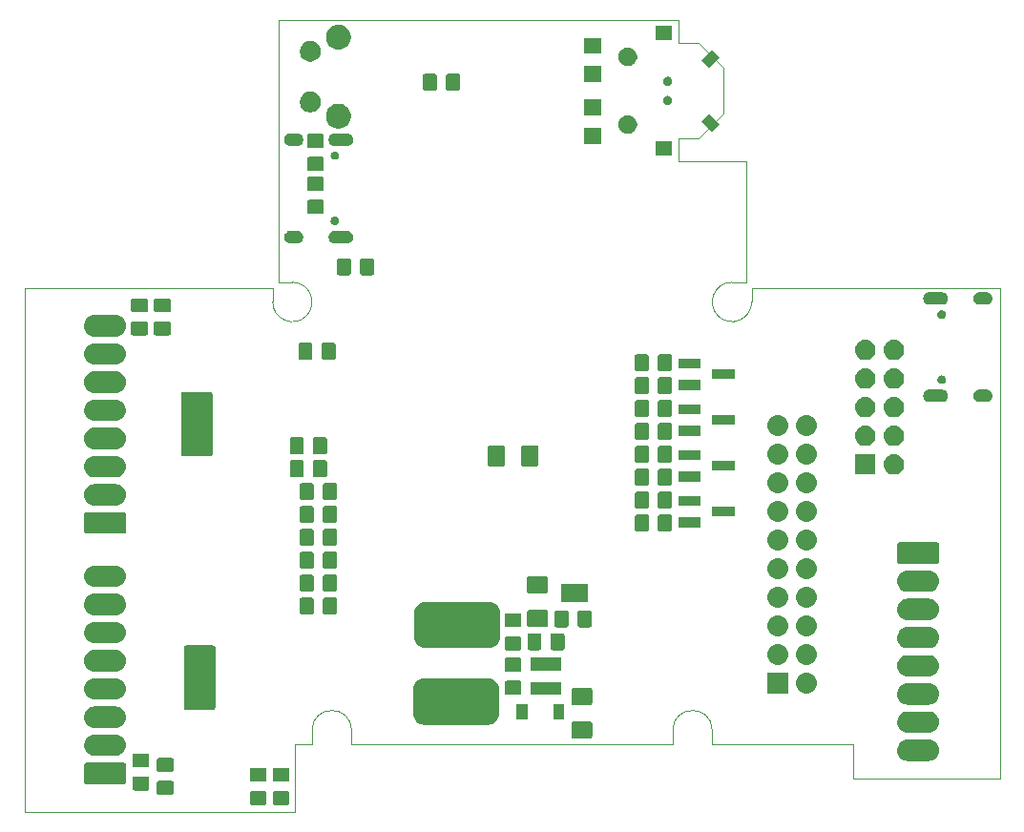
<source format=gbr>
%TF.GenerationSoftware,KiCad,Pcbnew,(5.1.2)-1*%
%TF.CreationDate,2019-11-09T14:12:44+01:00*%
%TF.ProjectId,sensactHsIO,73656e73-6163-4744-9873-494f2e6b6963,rev?*%
%TF.SameCoordinates,Original*%
%TF.FileFunction,Soldermask,Bot*%
%TF.FilePolarity,Negative*%
%FSLAX46Y46*%
G04 Gerber Fmt 4.6, Leading zero omitted, Abs format (unit mm)*
G04 Created by KiCad (PCBNEW (5.1.2)-1) date 2019-11-09 14:12:44*
%MOMM*%
%LPD*%
G04 APERTURE LIST*
%ADD10C,0.050000*%
%ADD11C,0.150000*%
G04 APERTURE END LIST*
D10*
X114750000Y-44500000D02*
X114750000Y-46500000D01*
X116500000Y-44500000D02*
X114750000Y-44500000D01*
X118750000Y-42250000D02*
X116500000Y-44500000D01*
X118750000Y-38250000D02*
X118750000Y-42250000D01*
X116500000Y-36000000D02*
X118750000Y-38250000D01*
X114750000Y-36000000D02*
X116500000Y-36000000D01*
X114750000Y-34000000D02*
X114750000Y-36000000D01*
X79250000Y-34000000D02*
X79250000Y-57250000D01*
X80750000Y-104250000D02*
X80750000Y-98250000D01*
X56750000Y-57750000D02*
X56750000Y-104250000D01*
X78750000Y-57750000D02*
X56750000Y-57750000D01*
X114750000Y-34000000D02*
X79250000Y-34000000D01*
X143250000Y-101250000D02*
X143250000Y-57750000D01*
X130250000Y-98250000D02*
X130250000Y-101250000D01*
X143250000Y-57750000D02*
X121250000Y-57750000D01*
X130250000Y-101250000D02*
X143250000Y-101250000D01*
X114250000Y-98250000D02*
X85750000Y-98250000D01*
X80750000Y-104250000D02*
X56750000Y-104250000D01*
X120750000Y-57250000D02*
X120750000Y-46500000D01*
X120750000Y-57250000D02*
X119500000Y-57250000D01*
X120750000Y-46500000D02*
X114750000Y-46500000D01*
X121250000Y-59000000D02*
G75*
G02X119500000Y-57250000I-1750000J0D01*
G01*
X117750000Y-97000000D02*
X117750000Y-98250000D01*
X82250000Y-98250000D02*
X80750000Y-98250000D01*
X82250000Y-97000000D02*
X82250000Y-98250000D01*
X82250000Y-97000000D02*
G75*
G02X85750000Y-97000000I1750000J0D01*
G01*
X85750000Y-97000000D02*
X85750000Y-98250000D01*
X78750000Y-57750000D02*
X78750000Y-59000000D01*
X114250000Y-97000000D02*
G75*
G02X117750000Y-97000000I1750000J0D01*
G01*
X80500000Y-57250000D02*
X79250000Y-57250000D01*
X80500000Y-57250000D02*
G75*
G02X78750000Y-59000000I0J-1750000D01*
G01*
X117750000Y-98250000D02*
X130250000Y-98250000D01*
X121250000Y-59000000D02*
X121250000Y-57750000D01*
X114250000Y-97000000D02*
X114250000Y-98250000D01*
D11*
G36*
X80090674Y-102384465D02*
G01*
X80128367Y-102395899D01*
X80163103Y-102414466D01*
X80193548Y-102439452D01*
X80218534Y-102469897D01*
X80237101Y-102504633D01*
X80248535Y-102542326D01*
X80253000Y-102587661D01*
X80253000Y-103424339D01*
X80248535Y-103469674D01*
X80237101Y-103507367D01*
X80218534Y-103542103D01*
X80193548Y-103572548D01*
X80163103Y-103597534D01*
X80128367Y-103616101D01*
X80090674Y-103627535D01*
X80045339Y-103632000D01*
X78958661Y-103632000D01*
X78913326Y-103627535D01*
X78875633Y-103616101D01*
X78840897Y-103597534D01*
X78810452Y-103572548D01*
X78785466Y-103542103D01*
X78766899Y-103507367D01*
X78755465Y-103469674D01*
X78751000Y-103424339D01*
X78751000Y-102587661D01*
X78755465Y-102542326D01*
X78766899Y-102504633D01*
X78785466Y-102469897D01*
X78810452Y-102439452D01*
X78840897Y-102414466D01*
X78875633Y-102395899D01*
X78913326Y-102384465D01*
X78958661Y-102380000D01*
X80045339Y-102380000D01*
X80090674Y-102384465D01*
X80090674Y-102384465D01*
G37*
G36*
X78058674Y-102384465D02*
G01*
X78096367Y-102395899D01*
X78131103Y-102414466D01*
X78161548Y-102439452D01*
X78186534Y-102469897D01*
X78205101Y-102504633D01*
X78216535Y-102542326D01*
X78221000Y-102587661D01*
X78221000Y-103424339D01*
X78216535Y-103469674D01*
X78205101Y-103507367D01*
X78186534Y-103542103D01*
X78161548Y-103572548D01*
X78131103Y-103597534D01*
X78096367Y-103616101D01*
X78058674Y-103627535D01*
X78013339Y-103632000D01*
X76926661Y-103632000D01*
X76881326Y-103627535D01*
X76843633Y-103616101D01*
X76808897Y-103597534D01*
X76778452Y-103572548D01*
X76753466Y-103542103D01*
X76734899Y-103507367D01*
X76723465Y-103469674D01*
X76719000Y-103424339D01*
X76719000Y-102587661D01*
X76723465Y-102542326D01*
X76734899Y-102504633D01*
X76753466Y-102469897D01*
X76778452Y-102439452D01*
X76808897Y-102414466D01*
X76843633Y-102395899D01*
X76881326Y-102384465D01*
X76926661Y-102380000D01*
X78013339Y-102380000D01*
X78058674Y-102384465D01*
X78058674Y-102384465D01*
G37*
G36*
X69803674Y-101495465D02*
G01*
X69841367Y-101506899D01*
X69876103Y-101525466D01*
X69906548Y-101550452D01*
X69931534Y-101580897D01*
X69950101Y-101615633D01*
X69961535Y-101653326D01*
X69966000Y-101698661D01*
X69966000Y-102535339D01*
X69961535Y-102580674D01*
X69950101Y-102618367D01*
X69931534Y-102653103D01*
X69906548Y-102683548D01*
X69876103Y-102708534D01*
X69841367Y-102727101D01*
X69803674Y-102738535D01*
X69758339Y-102743000D01*
X68671661Y-102743000D01*
X68626326Y-102738535D01*
X68588633Y-102727101D01*
X68553897Y-102708534D01*
X68523452Y-102683548D01*
X68498466Y-102653103D01*
X68479899Y-102618367D01*
X68468465Y-102580674D01*
X68464000Y-102535339D01*
X68464000Y-101698661D01*
X68468465Y-101653326D01*
X68479899Y-101615633D01*
X68498466Y-101580897D01*
X68523452Y-101550452D01*
X68553897Y-101525466D01*
X68588633Y-101506899D01*
X68626326Y-101495465D01*
X68671661Y-101491000D01*
X69758339Y-101491000D01*
X69803674Y-101495465D01*
X69803674Y-101495465D01*
G37*
G36*
X67644674Y-101105465D02*
G01*
X67682367Y-101116899D01*
X67717103Y-101135466D01*
X67747548Y-101160452D01*
X67772534Y-101190897D01*
X67791101Y-101225633D01*
X67802535Y-101263326D01*
X67807000Y-101308661D01*
X67807000Y-102145339D01*
X67802535Y-102190674D01*
X67791101Y-102228367D01*
X67772534Y-102263103D01*
X67747548Y-102293548D01*
X67717103Y-102318534D01*
X67682367Y-102337101D01*
X67644674Y-102348535D01*
X67599339Y-102353000D01*
X66512661Y-102353000D01*
X66467326Y-102348535D01*
X66429633Y-102337101D01*
X66394897Y-102318534D01*
X66364452Y-102293548D01*
X66339466Y-102263103D01*
X66320899Y-102228367D01*
X66309465Y-102190674D01*
X66305000Y-102145339D01*
X66305000Y-101308661D01*
X66309465Y-101263326D01*
X66320899Y-101225633D01*
X66339466Y-101190897D01*
X66364452Y-101160452D01*
X66394897Y-101135466D01*
X66429633Y-101116899D01*
X66467326Y-101105465D01*
X66512661Y-101101000D01*
X67599339Y-101101000D01*
X67644674Y-101105465D01*
X67644674Y-101105465D01*
G37*
G36*
X65591915Y-99890934D02*
G01*
X65624424Y-99900795D01*
X65654382Y-99916809D01*
X65680641Y-99938359D01*
X65702191Y-99964618D01*
X65718205Y-99994576D01*
X65728066Y-100027085D01*
X65732000Y-100067029D01*
X65732000Y-101608971D01*
X65728066Y-101648915D01*
X65718205Y-101681424D01*
X65702191Y-101711382D01*
X65680641Y-101737641D01*
X65654382Y-101759191D01*
X65624424Y-101775205D01*
X65591915Y-101785066D01*
X65551971Y-101789000D01*
X62210029Y-101789000D01*
X62170085Y-101785066D01*
X62137576Y-101775205D01*
X62107618Y-101759191D01*
X62081359Y-101737641D01*
X62059809Y-101711382D01*
X62043795Y-101681424D01*
X62033934Y-101648915D01*
X62030000Y-101608971D01*
X62030000Y-100067029D01*
X62033934Y-100027085D01*
X62043795Y-99994576D01*
X62059809Y-99964618D01*
X62081359Y-99938359D01*
X62107618Y-99916809D01*
X62137576Y-99900795D01*
X62170085Y-99890934D01*
X62210029Y-99887000D01*
X65551971Y-99887000D01*
X65591915Y-99890934D01*
X65591915Y-99890934D01*
G37*
G36*
X80090674Y-100334465D02*
G01*
X80128367Y-100345899D01*
X80163103Y-100364466D01*
X80193548Y-100389452D01*
X80218534Y-100419897D01*
X80237101Y-100454633D01*
X80248535Y-100492326D01*
X80253000Y-100537661D01*
X80253000Y-101374339D01*
X80248535Y-101419674D01*
X80237101Y-101457367D01*
X80218534Y-101492103D01*
X80193548Y-101522548D01*
X80163103Y-101547534D01*
X80128367Y-101566101D01*
X80090674Y-101577535D01*
X80045339Y-101582000D01*
X78958661Y-101582000D01*
X78913326Y-101577535D01*
X78875633Y-101566101D01*
X78840897Y-101547534D01*
X78810452Y-101522548D01*
X78785466Y-101492103D01*
X78766899Y-101457367D01*
X78755465Y-101419674D01*
X78751000Y-101374339D01*
X78751000Y-100537661D01*
X78755465Y-100492326D01*
X78766899Y-100454633D01*
X78785466Y-100419897D01*
X78810452Y-100389452D01*
X78840897Y-100364466D01*
X78875633Y-100345899D01*
X78913326Y-100334465D01*
X78958661Y-100330000D01*
X80045339Y-100330000D01*
X80090674Y-100334465D01*
X80090674Y-100334465D01*
G37*
G36*
X78058674Y-100334465D02*
G01*
X78096367Y-100345899D01*
X78131103Y-100364466D01*
X78161548Y-100389452D01*
X78186534Y-100419897D01*
X78205101Y-100454633D01*
X78216535Y-100492326D01*
X78221000Y-100537661D01*
X78221000Y-101374339D01*
X78216535Y-101419674D01*
X78205101Y-101457367D01*
X78186534Y-101492103D01*
X78161548Y-101522548D01*
X78131103Y-101547534D01*
X78096367Y-101566101D01*
X78058674Y-101577535D01*
X78013339Y-101582000D01*
X76926661Y-101582000D01*
X76881326Y-101577535D01*
X76843633Y-101566101D01*
X76808897Y-101547534D01*
X76778452Y-101522548D01*
X76753466Y-101492103D01*
X76734899Y-101457367D01*
X76723465Y-101419674D01*
X76719000Y-101374339D01*
X76719000Y-100537661D01*
X76723465Y-100492326D01*
X76734899Y-100454633D01*
X76753466Y-100419897D01*
X76778452Y-100389452D01*
X76808897Y-100364466D01*
X76843633Y-100345899D01*
X76881326Y-100334465D01*
X76926661Y-100330000D01*
X78013339Y-100330000D01*
X78058674Y-100334465D01*
X78058674Y-100334465D01*
G37*
G36*
X69803674Y-99445465D02*
G01*
X69841367Y-99456899D01*
X69876103Y-99475466D01*
X69906548Y-99500452D01*
X69931534Y-99530897D01*
X69950101Y-99565633D01*
X69961535Y-99603326D01*
X69966000Y-99648661D01*
X69966000Y-100485339D01*
X69961535Y-100530674D01*
X69950101Y-100568367D01*
X69931534Y-100603103D01*
X69906548Y-100633548D01*
X69876103Y-100658534D01*
X69841367Y-100677101D01*
X69803674Y-100688535D01*
X69758339Y-100693000D01*
X68671661Y-100693000D01*
X68626326Y-100688535D01*
X68588633Y-100677101D01*
X68553897Y-100658534D01*
X68523452Y-100633548D01*
X68498466Y-100603103D01*
X68479899Y-100568367D01*
X68468465Y-100530674D01*
X68464000Y-100485339D01*
X68464000Y-99648661D01*
X68468465Y-99603326D01*
X68479899Y-99565633D01*
X68498466Y-99530897D01*
X68523452Y-99500452D01*
X68553897Y-99475466D01*
X68588633Y-99456899D01*
X68626326Y-99445465D01*
X68671661Y-99441000D01*
X69758339Y-99441000D01*
X69803674Y-99445465D01*
X69803674Y-99445465D01*
G37*
G36*
X67644674Y-99055465D02*
G01*
X67682367Y-99066899D01*
X67717103Y-99085466D01*
X67747548Y-99110452D01*
X67772534Y-99140897D01*
X67791101Y-99175633D01*
X67802535Y-99213326D01*
X67807000Y-99258661D01*
X67807000Y-100095339D01*
X67802535Y-100140674D01*
X67791101Y-100178367D01*
X67772534Y-100213103D01*
X67747548Y-100243548D01*
X67717103Y-100268534D01*
X67682367Y-100287101D01*
X67644674Y-100298535D01*
X67599339Y-100303000D01*
X66512661Y-100303000D01*
X66467326Y-100298535D01*
X66429633Y-100287101D01*
X66394897Y-100268534D01*
X66364452Y-100243548D01*
X66339466Y-100213103D01*
X66320899Y-100178367D01*
X66309465Y-100140674D01*
X66305000Y-100095339D01*
X66305000Y-99258661D01*
X66309465Y-99213326D01*
X66320899Y-99175633D01*
X66339466Y-99140897D01*
X66364452Y-99110452D01*
X66394897Y-99085466D01*
X66429633Y-99066899D01*
X66467326Y-99055465D01*
X66512661Y-99051000D01*
X67599339Y-99051000D01*
X67644674Y-99055465D01*
X67644674Y-99055465D01*
G37*
G36*
X137103425Y-97842760D02*
G01*
X137103428Y-97842761D01*
X137103429Y-97842761D01*
X137282693Y-97897140D01*
X137282696Y-97897142D01*
X137282697Y-97897142D01*
X137447903Y-97985446D01*
X137592712Y-98104288D01*
X137711554Y-98249097D01*
X137759073Y-98338000D01*
X137799860Y-98414307D01*
X137833265Y-98524429D01*
X137854240Y-98593575D01*
X137872601Y-98780000D01*
X137854240Y-98966425D01*
X137854239Y-98966428D01*
X137854239Y-98966429D01*
X137799860Y-99145693D01*
X137799858Y-99145696D01*
X137799858Y-99145697D01*
X137711554Y-99310903D01*
X137592712Y-99455712D01*
X137447903Y-99574554D01*
X137282697Y-99662858D01*
X137282693Y-99662860D01*
X137103429Y-99717239D01*
X137103428Y-99717239D01*
X137103425Y-99717240D01*
X136963718Y-99731000D01*
X135070282Y-99731000D01*
X134930575Y-99717240D01*
X134930572Y-99717239D01*
X134930571Y-99717239D01*
X134751307Y-99662860D01*
X134751303Y-99662858D01*
X134586097Y-99574554D01*
X134441288Y-99455712D01*
X134322446Y-99310903D01*
X134234142Y-99145697D01*
X134234142Y-99145696D01*
X134234140Y-99145693D01*
X134179761Y-98966429D01*
X134179761Y-98966428D01*
X134179760Y-98966425D01*
X134161399Y-98780000D01*
X134179760Y-98593575D01*
X134200735Y-98524429D01*
X134234140Y-98414307D01*
X134274927Y-98338000D01*
X134322446Y-98249097D01*
X134441288Y-98104288D01*
X134586097Y-97985446D01*
X134751303Y-97897142D01*
X134751304Y-97897142D01*
X134751307Y-97897140D01*
X134930571Y-97842761D01*
X134930572Y-97842761D01*
X134930575Y-97842760D01*
X135070282Y-97829000D01*
X136963718Y-97829000D01*
X137103425Y-97842760D01*
X137103425Y-97842760D01*
G37*
G36*
X64967425Y-97400760D02*
G01*
X64967428Y-97400761D01*
X64967429Y-97400761D01*
X65146693Y-97455140D01*
X65146696Y-97455142D01*
X65146697Y-97455142D01*
X65311903Y-97543446D01*
X65456712Y-97662288D01*
X65575554Y-97807097D01*
X65663858Y-97972303D01*
X65663860Y-97972307D01*
X65703896Y-98104288D01*
X65718240Y-98151575D01*
X65736601Y-98338000D01*
X65718240Y-98524425D01*
X65718239Y-98524428D01*
X65718239Y-98524429D01*
X65663860Y-98703693D01*
X65663858Y-98703696D01*
X65663858Y-98703697D01*
X65575554Y-98868903D01*
X65456712Y-99013712D01*
X65311903Y-99132554D01*
X65160788Y-99213326D01*
X65146693Y-99220860D01*
X64967429Y-99275239D01*
X64967428Y-99275239D01*
X64967425Y-99275240D01*
X64827718Y-99289000D01*
X62934282Y-99289000D01*
X62794575Y-99275240D01*
X62794572Y-99275239D01*
X62794571Y-99275239D01*
X62615307Y-99220860D01*
X62601212Y-99213326D01*
X62450097Y-99132554D01*
X62305288Y-99013712D01*
X62186446Y-98868903D01*
X62098142Y-98703697D01*
X62098142Y-98703696D01*
X62098140Y-98703693D01*
X62043761Y-98524429D01*
X62043761Y-98524428D01*
X62043760Y-98524425D01*
X62025399Y-98338000D01*
X62043760Y-98151575D01*
X62058104Y-98104288D01*
X62098140Y-97972307D01*
X62098142Y-97972303D01*
X62186446Y-97807097D01*
X62305288Y-97662288D01*
X62450097Y-97543446D01*
X62615303Y-97455142D01*
X62615304Y-97455142D01*
X62615307Y-97455140D01*
X62794571Y-97400761D01*
X62794572Y-97400761D01*
X62794575Y-97400760D01*
X62934282Y-97387000D01*
X64827718Y-97387000D01*
X64967425Y-97400760D01*
X64967425Y-97400760D01*
G37*
G36*
X106947562Y-96232181D02*
G01*
X106982481Y-96242774D01*
X107014663Y-96259976D01*
X107042873Y-96283127D01*
X107066024Y-96311337D01*
X107083226Y-96343519D01*
X107093819Y-96378438D01*
X107098000Y-96420895D01*
X107098000Y-97562105D01*
X107093819Y-97604562D01*
X107083226Y-97639481D01*
X107066024Y-97671663D01*
X107042873Y-97699873D01*
X107014663Y-97723024D01*
X106982481Y-97740226D01*
X106947562Y-97750819D01*
X106905105Y-97755000D01*
X105438895Y-97755000D01*
X105396438Y-97750819D01*
X105361519Y-97740226D01*
X105329337Y-97723024D01*
X105301127Y-97699873D01*
X105277976Y-97671663D01*
X105260774Y-97639481D01*
X105250181Y-97604562D01*
X105246000Y-97562105D01*
X105246000Y-96420895D01*
X105250181Y-96378438D01*
X105260774Y-96343519D01*
X105277976Y-96311337D01*
X105301127Y-96283127D01*
X105329337Y-96259976D01*
X105361519Y-96242774D01*
X105396438Y-96232181D01*
X105438895Y-96228000D01*
X106905105Y-96228000D01*
X106947562Y-96232181D01*
X106947562Y-96232181D01*
G37*
G36*
X137103425Y-95342760D02*
G01*
X137103428Y-95342761D01*
X137103429Y-95342761D01*
X137282693Y-95397140D01*
X137282696Y-95397142D01*
X137282697Y-95397142D01*
X137447903Y-95485446D01*
X137592712Y-95604288D01*
X137711554Y-95749097D01*
X137759073Y-95838000D01*
X137799860Y-95914307D01*
X137833265Y-96024429D01*
X137854240Y-96093575D01*
X137872601Y-96280000D01*
X137854240Y-96466425D01*
X137854239Y-96466428D01*
X137854239Y-96466429D01*
X137799860Y-96645693D01*
X137799858Y-96645696D01*
X137799858Y-96645697D01*
X137711554Y-96810903D01*
X137592712Y-96955712D01*
X137447903Y-97074554D01*
X137282697Y-97162858D01*
X137282693Y-97162860D01*
X137103429Y-97217239D01*
X137103428Y-97217239D01*
X137103425Y-97217240D01*
X136963718Y-97231000D01*
X135070282Y-97231000D01*
X134930575Y-97217240D01*
X134930572Y-97217239D01*
X134930571Y-97217239D01*
X134751307Y-97162860D01*
X134751303Y-97162858D01*
X134586097Y-97074554D01*
X134441288Y-96955712D01*
X134322446Y-96810903D01*
X134234142Y-96645697D01*
X134234142Y-96645696D01*
X134234140Y-96645693D01*
X134179761Y-96466429D01*
X134179761Y-96466428D01*
X134179760Y-96466425D01*
X134161399Y-96280000D01*
X134179760Y-96093575D01*
X134200735Y-96024429D01*
X134234140Y-95914307D01*
X134274927Y-95838000D01*
X134322446Y-95749097D01*
X134441288Y-95604288D01*
X134586097Y-95485446D01*
X134751303Y-95397142D01*
X134751304Y-95397142D01*
X134751307Y-95397140D01*
X134930571Y-95342761D01*
X134930572Y-95342761D01*
X134930575Y-95342760D01*
X135070282Y-95329000D01*
X136963718Y-95329000D01*
X137103425Y-95342760D01*
X137103425Y-95342760D01*
G37*
G36*
X64967425Y-94900760D02*
G01*
X64967428Y-94900761D01*
X64967429Y-94900761D01*
X65146693Y-94955140D01*
X65146696Y-94955142D01*
X65146697Y-94955142D01*
X65311903Y-95043446D01*
X65456712Y-95162288D01*
X65575554Y-95307097D01*
X65663858Y-95472303D01*
X65663860Y-95472307D01*
X65684655Y-95540860D01*
X65718240Y-95651575D01*
X65736601Y-95838000D01*
X65718240Y-96024425D01*
X65718239Y-96024428D01*
X65718239Y-96024429D01*
X65663860Y-96203693D01*
X65663858Y-96203696D01*
X65663858Y-96203697D01*
X65575554Y-96368903D01*
X65456712Y-96513712D01*
X65311903Y-96632554D01*
X65146697Y-96720858D01*
X65146693Y-96720860D01*
X64967429Y-96775239D01*
X64967428Y-96775239D01*
X64967425Y-96775240D01*
X64827718Y-96789000D01*
X62934282Y-96789000D01*
X62794575Y-96775240D01*
X62794572Y-96775239D01*
X62794571Y-96775239D01*
X62615307Y-96720860D01*
X62615303Y-96720858D01*
X62450097Y-96632554D01*
X62305288Y-96513712D01*
X62186446Y-96368903D01*
X62098142Y-96203697D01*
X62098142Y-96203696D01*
X62098140Y-96203693D01*
X62043761Y-96024429D01*
X62043761Y-96024428D01*
X62043760Y-96024425D01*
X62025399Y-95838000D01*
X62043760Y-95651575D01*
X62077345Y-95540860D01*
X62098140Y-95472307D01*
X62098142Y-95472303D01*
X62186446Y-95307097D01*
X62305288Y-95162288D01*
X62450097Y-95043446D01*
X62615303Y-94955142D01*
X62615304Y-94955142D01*
X62615307Y-94955140D01*
X62794571Y-94900761D01*
X62794572Y-94900761D01*
X62794575Y-94900760D01*
X62934282Y-94887000D01*
X64827718Y-94887000D01*
X64967425Y-94900760D01*
X64967425Y-94900760D01*
G37*
G36*
X98048752Y-92427097D02*
G01*
X98229295Y-92481864D01*
X98395677Y-92570797D01*
X98541516Y-92690484D01*
X98661203Y-92836323D01*
X98750136Y-93002705D01*
X98804903Y-93183248D01*
X98824000Y-93377140D01*
X98824000Y-95540860D01*
X98804903Y-95734752D01*
X98750136Y-95915295D01*
X98661203Y-96081677D01*
X98541516Y-96227516D01*
X98395677Y-96347203D01*
X98229295Y-96436136D01*
X98048752Y-96490903D01*
X97854860Y-96510000D01*
X92191140Y-96510000D01*
X91997248Y-96490903D01*
X91816705Y-96436136D01*
X91650323Y-96347203D01*
X91504484Y-96227516D01*
X91384797Y-96081677D01*
X91295864Y-95915295D01*
X91241097Y-95734752D01*
X91222000Y-95540860D01*
X91222000Y-93377140D01*
X91241097Y-93183248D01*
X91295864Y-93002705D01*
X91384797Y-92836323D01*
X91504484Y-92690484D01*
X91650323Y-92570797D01*
X91816705Y-92481864D01*
X91997248Y-92427097D01*
X92191140Y-92408000D01*
X97854860Y-92408000D01*
X98048752Y-92427097D01*
X98048752Y-92427097D01*
G37*
G36*
X101340000Y-96028000D02*
G01*
X100338000Y-96028000D01*
X100338000Y-94726000D01*
X101340000Y-94726000D01*
X101340000Y-96028000D01*
X101340000Y-96028000D01*
G37*
G36*
X104640000Y-96028000D02*
G01*
X103638000Y-96028000D01*
X103638000Y-94726000D01*
X104640000Y-94726000D01*
X104640000Y-96028000D01*
X104640000Y-96028000D01*
G37*
G36*
X73518838Y-89482055D02*
G01*
X73552528Y-89492275D01*
X73583576Y-89508871D01*
X73610793Y-89531207D01*
X73633129Y-89558424D01*
X73649725Y-89589472D01*
X73659945Y-89623162D01*
X73664000Y-89664339D01*
X73664000Y-94993661D01*
X73659945Y-95034838D01*
X73649725Y-95068528D01*
X73633129Y-95099576D01*
X73610793Y-95126793D01*
X73583576Y-95149129D01*
X73552528Y-95165725D01*
X73518838Y-95175945D01*
X73477661Y-95180000D01*
X71048339Y-95180000D01*
X71007162Y-95175945D01*
X70973472Y-95165725D01*
X70942424Y-95149129D01*
X70915207Y-95126793D01*
X70892871Y-95099576D01*
X70876275Y-95068528D01*
X70866055Y-95034838D01*
X70862000Y-94993661D01*
X70862000Y-89664339D01*
X70866055Y-89623162D01*
X70876275Y-89589472D01*
X70892871Y-89558424D01*
X70915207Y-89531207D01*
X70942424Y-89508871D01*
X70973472Y-89492275D01*
X71007162Y-89482055D01*
X71048339Y-89478000D01*
X73477661Y-89478000D01*
X73518838Y-89482055D01*
X73518838Y-89482055D01*
G37*
G36*
X106947562Y-93257181D02*
G01*
X106982481Y-93267774D01*
X107014663Y-93284976D01*
X107042873Y-93308127D01*
X107066024Y-93336337D01*
X107083226Y-93368519D01*
X107093819Y-93403438D01*
X107098000Y-93445895D01*
X107098000Y-94587105D01*
X107093819Y-94629562D01*
X107083226Y-94664481D01*
X107066024Y-94696663D01*
X107042873Y-94724873D01*
X107014663Y-94748024D01*
X106982481Y-94765226D01*
X106947562Y-94775819D01*
X106905105Y-94780000D01*
X105438895Y-94780000D01*
X105396438Y-94775819D01*
X105361519Y-94765226D01*
X105329337Y-94748024D01*
X105301127Y-94724873D01*
X105277976Y-94696663D01*
X105260774Y-94664481D01*
X105250181Y-94629562D01*
X105246000Y-94587105D01*
X105246000Y-93445895D01*
X105250181Y-93403438D01*
X105260774Y-93368519D01*
X105277976Y-93336337D01*
X105301127Y-93308127D01*
X105329337Y-93284976D01*
X105361519Y-93267774D01*
X105396438Y-93257181D01*
X105438895Y-93253000D01*
X106905105Y-93253000D01*
X106947562Y-93257181D01*
X106947562Y-93257181D01*
G37*
G36*
X137103425Y-92842760D02*
G01*
X137103428Y-92842761D01*
X137103429Y-92842761D01*
X137282693Y-92897140D01*
X137282696Y-92897142D01*
X137282697Y-92897142D01*
X137447903Y-92985446D01*
X137592712Y-93104288D01*
X137711554Y-93249097D01*
X137799858Y-93414303D01*
X137799860Y-93414307D01*
X137833265Y-93524429D01*
X137854240Y-93593575D01*
X137872601Y-93780000D01*
X137854240Y-93966425D01*
X137854239Y-93966428D01*
X137854239Y-93966429D01*
X137799860Y-94145693D01*
X137799858Y-94145696D01*
X137799858Y-94145697D01*
X137711554Y-94310903D01*
X137592712Y-94455712D01*
X137447903Y-94574554D01*
X137286287Y-94660939D01*
X137282693Y-94662860D01*
X137103429Y-94717239D01*
X137103428Y-94717239D01*
X137103425Y-94717240D01*
X136963718Y-94731000D01*
X135070282Y-94731000D01*
X134930575Y-94717240D01*
X134930572Y-94717239D01*
X134930571Y-94717239D01*
X134751307Y-94662860D01*
X134747713Y-94660939D01*
X134586097Y-94574554D01*
X134441288Y-94455712D01*
X134322446Y-94310903D01*
X134234142Y-94145697D01*
X134234142Y-94145696D01*
X134234140Y-94145693D01*
X134179761Y-93966429D01*
X134179761Y-93966428D01*
X134179760Y-93966425D01*
X134161399Y-93780000D01*
X134179760Y-93593575D01*
X134200735Y-93524429D01*
X134234140Y-93414307D01*
X134234142Y-93414303D01*
X134322446Y-93249097D01*
X134441288Y-93104288D01*
X134586097Y-92985446D01*
X134751303Y-92897142D01*
X134751304Y-92897142D01*
X134751307Y-92897140D01*
X134930571Y-92842761D01*
X134930572Y-92842761D01*
X134930575Y-92842760D01*
X135070282Y-92829000D01*
X136963718Y-92829000D01*
X137103425Y-92842760D01*
X137103425Y-92842760D01*
G37*
G36*
X64967425Y-92400760D02*
G01*
X64967428Y-92400761D01*
X64967429Y-92400761D01*
X65146693Y-92455140D01*
X65146696Y-92455142D01*
X65146697Y-92455142D01*
X65311903Y-92543446D01*
X65456712Y-92662288D01*
X65575554Y-92807097D01*
X65663858Y-92972303D01*
X65663860Y-92972307D01*
X65677203Y-93016294D01*
X65718240Y-93151575D01*
X65736601Y-93338000D01*
X65718240Y-93524425D01*
X65718239Y-93524428D01*
X65718239Y-93524429D01*
X65663860Y-93703693D01*
X65663858Y-93703696D01*
X65663858Y-93703697D01*
X65575554Y-93868903D01*
X65456712Y-94013712D01*
X65311903Y-94132554D01*
X65146697Y-94220858D01*
X65146693Y-94220860D01*
X64967429Y-94275239D01*
X64967428Y-94275239D01*
X64967425Y-94275240D01*
X64827718Y-94289000D01*
X62934282Y-94289000D01*
X62794575Y-94275240D01*
X62794572Y-94275239D01*
X62794571Y-94275239D01*
X62615307Y-94220860D01*
X62615303Y-94220858D01*
X62450097Y-94132554D01*
X62305288Y-94013712D01*
X62186446Y-93868903D01*
X62098142Y-93703697D01*
X62098142Y-93703696D01*
X62098140Y-93703693D01*
X62043761Y-93524429D01*
X62043761Y-93524428D01*
X62043760Y-93524425D01*
X62025399Y-93338000D01*
X62043760Y-93151575D01*
X62084797Y-93016294D01*
X62098140Y-92972307D01*
X62098142Y-92972303D01*
X62186446Y-92807097D01*
X62305288Y-92662288D01*
X62450097Y-92543446D01*
X62615303Y-92455142D01*
X62615304Y-92455142D01*
X62615307Y-92455140D01*
X62794571Y-92400761D01*
X62794572Y-92400761D01*
X62794575Y-92400760D01*
X62934282Y-92387000D01*
X64827718Y-92387000D01*
X64967425Y-92400760D01*
X64967425Y-92400760D01*
G37*
G36*
X104323000Y-93883000D02*
G01*
X101671000Y-93883000D01*
X101671000Y-92721000D01*
X104323000Y-92721000D01*
X104323000Y-93883000D01*
X104323000Y-93883000D01*
G37*
G36*
X100664674Y-92605465D02*
G01*
X100702367Y-92616899D01*
X100737103Y-92635466D01*
X100767548Y-92660452D01*
X100792534Y-92690897D01*
X100811101Y-92725633D01*
X100822535Y-92763326D01*
X100827000Y-92808661D01*
X100827000Y-93645339D01*
X100822535Y-93690674D01*
X100811101Y-93728367D01*
X100792534Y-93763103D01*
X100767548Y-93793548D01*
X100737103Y-93818534D01*
X100702367Y-93837101D01*
X100664674Y-93848535D01*
X100619339Y-93853000D01*
X99532661Y-93853000D01*
X99487326Y-93848535D01*
X99449633Y-93837101D01*
X99414897Y-93818534D01*
X99384452Y-93793548D01*
X99359466Y-93763103D01*
X99340899Y-93728367D01*
X99329465Y-93690674D01*
X99325000Y-93645339D01*
X99325000Y-92808661D01*
X99329465Y-92763326D01*
X99340899Y-92725633D01*
X99359466Y-92690897D01*
X99384452Y-92660452D01*
X99414897Y-92635466D01*
X99449633Y-92616899D01*
X99487326Y-92605465D01*
X99532661Y-92601000D01*
X100619339Y-92601000D01*
X100664674Y-92605465D01*
X100664674Y-92605465D01*
G37*
G36*
X126290294Y-91935633D02*
G01*
X126462695Y-91987931D01*
X126621583Y-92072858D01*
X126760849Y-92187151D01*
X126875142Y-92326417D01*
X126960069Y-92485305D01*
X127012367Y-92657706D01*
X127030025Y-92837000D01*
X127012367Y-93016294D01*
X126960069Y-93188695D01*
X126875142Y-93347583D01*
X126760849Y-93486849D01*
X126621583Y-93601142D01*
X126462695Y-93686069D01*
X126290294Y-93738367D01*
X126155931Y-93751600D01*
X126066069Y-93751600D01*
X125931706Y-93738367D01*
X125759305Y-93686069D01*
X125600417Y-93601142D01*
X125461151Y-93486849D01*
X125346858Y-93347583D01*
X125261931Y-93188695D01*
X125209633Y-93016294D01*
X125191975Y-92837000D01*
X125209633Y-92657706D01*
X125261931Y-92485305D01*
X125346858Y-92326417D01*
X125461151Y-92187151D01*
X125600417Y-92072858D01*
X125759305Y-91987931D01*
X125931706Y-91935633D01*
X126066069Y-91922400D01*
X126155931Y-91922400D01*
X126290294Y-91935633D01*
X126290294Y-91935633D01*
G37*
G36*
X124485600Y-93751600D02*
G01*
X122656400Y-93751600D01*
X122656400Y-91922400D01*
X124485600Y-91922400D01*
X124485600Y-93751600D01*
X124485600Y-93751600D01*
G37*
G36*
X137103425Y-90342760D02*
G01*
X137103428Y-90342761D01*
X137103429Y-90342761D01*
X137282693Y-90397140D01*
X137282696Y-90397142D01*
X137282697Y-90397142D01*
X137447903Y-90485446D01*
X137592712Y-90604288D01*
X137711554Y-90749097D01*
X137742815Y-90807583D01*
X137799860Y-90914307D01*
X137854239Y-91093571D01*
X137854240Y-91093575D01*
X137872601Y-91280000D01*
X137854240Y-91466425D01*
X137854239Y-91466428D01*
X137854239Y-91466429D01*
X137799860Y-91645693D01*
X137799858Y-91645696D01*
X137799858Y-91645697D01*
X137711554Y-91810903D01*
X137592712Y-91955712D01*
X137447903Y-92074554D01*
X137282697Y-92162858D01*
X137282693Y-92162860D01*
X137103429Y-92217239D01*
X137103428Y-92217239D01*
X137103425Y-92217240D01*
X136963718Y-92231000D01*
X135070282Y-92231000D01*
X134930575Y-92217240D01*
X134930572Y-92217239D01*
X134930571Y-92217239D01*
X134751307Y-92162860D01*
X134751303Y-92162858D01*
X134586097Y-92074554D01*
X134441288Y-91955712D01*
X134322446Y-91810903D01*
X134234142Y-91645697D01*
X134234142Y-91645696D01*
X134234140Y-91645693D01*
X134179761Y-91466429D01*
X134179761Y-91466428D01*
X134179760Y-91466425D01*
X134161399Y-91280000D01*
X134179760Y-91093575D01*
X134179761Y-91093571D01*
X134234140Y-90914307D01*
X134291185Y-90807583D01*
X134322446Y-90749097D01*
X134441288Y-90604288D01*
X134586097Y-90485446D01*
X134751303Y-90397142D01*
X134751304Y-90397142D01*
X134751307Y-90397140D01*
X134930571Y-90342761D01*
X134930572Y-90342761D01*
X134930575Y-90342760D01*
X135070282Y-90329000D01*
X136963718Y-90329000D01*
X137103425Y-90342760D01*
X137103425Y-90342760D01*
G37*
G36*
X100664674Y-90555465D02*
G01*
X100702367Y-90566899D01*
X100737103Y-90585466D01*
X100767548Y-90610452D01*
X100792534Y-90640897D01*
X100811101Y-90675633D01*
X100822535Y-90713326D01*
X100827000Y-90758661D01*
X100827000Y-91595339D01*
X100822535Y-91640674D01*
X100811101Y-91678367D01*
X100792534Y-91713103D01*
X100767548Y-91743548D01*
X100737103Y-91768534D01*
X100702367Y-91787101D01*
X100664674Y-91798535D01*
X100619339Y-91803000D01*
X99532661Y-91803000D01*
X99487326Y-91798535D01*
X99449633Y-91787101D01*
X99414897Y-91768534D01*
X99384452Y-91743548D01*
X99359466Y-91713103D01*
X99340899Y-91678367D01*
X99329465Y-91640674D01*
X99325000Y-91595339D01*
X99325000Y-90758661D01*
X99329465Y-90713326D01*
X99340899Y-90675633D01*
X99359466Y-90640897D01*
X99384452Y-90610452D01*
X99414897Y-90585466D01*
X99449633Y-90566899D01*
X99487326Y-90555465D01*
X99532661Y-90551000D01*
X100619339Y-90551000D01*
X100664674Y-90555465D01*
X100664674Y-90555465D01*
G37*
G36*
X64967425Y-89900760D02*
G01*
X64967428Y-89900761D01*
X64967429Y-89900761D01*
X65146693Y-89955140D01*
X65146696Y-89955142D01*
X65146697Y-89955142D01*
X65311903Y-90043446D01*
X65456712Y-90162288D01*
X65575554Y-90307097D01*
X65663858Y-90472303D01*
X65663860Y-90472307D01*
X65717367Y-90648696D01*
X65718240Y-90651575D01*
X65736601Y-90838000D01*
X65718240Y-91024425D01*
X65718239Y-91024428D01*
X65718239Y-91024429D01*
X65663860Y-91203693D01*
X65663858Y-91203696D01*
X65663858Y-91203697D01*
X65575554Y-91368903D01*
X65456712Y-91513712D01*
X65311903Y-91632554D01*
X65146697Y-91720858D01*
X65146693Y-91720860D01*
X64967429Y-91775239D01*
X64967428Y-91775239D01*
X64967425Y-91775240D01*
X64827718Y-91789000D01*
X62934282Y-91789000D01*
X62794575Y-91775240D01*
X62794572Y-91775239D01*
X62794571Y-91775239D01*
X62615307Y-91720860D01*
X62615303Y-91720858D01*
X62450097Y-91632554D01*
X62305288Y-91513712D01*
X62186446Y-91368903D01*
X62098142Y-91203697D01*
X62098142Y-91203696D01*
X62098140Y-91203693D01*
X62043761Y-91024429D01*
X62043761Y-91024428D01*
X62043760Y-91024425D01*
X62025399Y-90838000D01*
X62043760Y-90651575D01*
X62044633Y-90648696D01*
X62098140Y-90472307D01*
X62098142Y-90472303D01*
X62186446Y-90307097D01*
X62305288Y-90162288D01*
X62450097Y-90043446D01*
X62615303Y-89955142D01*
X62615304Y-89955142D01*
X62615307Y-89955140D01*
X62794571Y-89900761D01*
X62794572Y-89900761D01*
X62794575Y-89900760D01*
X62934282Y-89887000D01*
X64827718Y-89887000D01*
X64967425Y-89900760D01*
X64967425Y-89900760D01*
G37*
G36*
X104323000Y-91683000D02*
G01*
X101671000Y-91683000D01*
X101671000Y-90521000D01*
X104323000Y-90521000D01*
X104323000Y-91683000D01*
X104323000Y-91683000D01*
G37*
G36*
X123750294Y-89395633D02*
G01*
X123922695Y-89447931D01*
X124081583Y-89532858D01*
X124220849Y-89647151D01*
X124335142Y-89786417D01*
X124420069Y-89945305D01*
X124472367Y-90117706D01*
X124490025Y-90297000D01*
X124472367Y-90476294D01*
X124420069Y-90648695D01*
X124335142Y-90807583D01*
X124220849Y-90946849D01*
X124081583Y-91061142D01*
X123922695Y-91146069D01*
X123750294Y-91198367D01*
X123615931Y-91211600D01*
X123526069Y-91211600D01*
X123391706Y-91198367D01*
X123219305Y-91146069D01*
X123060417Y-91061142D01*
X122921151Y-90946849D01*
X122806858Y-90807583D01*
X122721931Y-90648695D01*
X122669633Y-90476294D01*
X122651975Y-90297000D01*
X122669633Y-90117706D01*
X122721931Y-89945305D01*
X122806858Y-89786417D01*
X122921151Y-89647151D01*
X123060417Y-89532858D01*
X123219305Y-89447931D01*
X123391706Y-89395633D01*
X123526069Y-89382400D01*
X123615931Y-89382400D01*
X123750294Y-89395633D01*
X123750294Y-89395633D01*
G37*
G36*
X126290294Y-89395633D02*
G01*
X126462695Y-89447931D01*
X126621583Y-89532858D01*
X126760849Y-89647151D01*
X126875142Y-89786417D01*
X126960069Y-89945305D01*
X127012367Y-90117706D01*
X127030025Y-90297000D01*
X127012367Y-90476294D01*
X126960069Y-90648695D01*
X126875142Y-90807583D01*
X126760849Y-90946849D01*
X126621583Y-91061142D01*
X126462695Y-91146069D01*
X126290294Y-91198367D01*
X126155931Y-91211600D01*
X126066069Y-91211600D01*
X125931706Y-91198367D01*
X125759305Y-91146069D01*
X125600417Y-91061142D01*
X125461151Y-90946849D01*
X125346858Y-90807583D01*
X125261931Y-90648695D01*
X125209633Y-90476294D01*
X125191975Y-90297000D01*
X125209633Y-90117706D01*
X125261931Y-89945305D01*
X125346858Y-89786417D01*
X125461151Y-89647151D01*
X125600417Y-89532858D01*
X125759305Y-89447931D01*
X125931706Y-89395633D01*
X126066069Y-89382400D01*
X126155931Y-89382400D01*
X126290294Y-89395633D01*
X126290294Y-89395633D01*
G37*
G36*
X100664674Y-88668465D02*
G01*
X100702367Y-88679899D01*
X100737103Y-88698466D01*
X100767548Y-88723452D01*
X100792534Y-88753897D01*
X100811101Y-88788633D01*
X100822535Y-88826326D01*
X100827000Y-88871661D01*
X100827000Y-89708339D01*
X100822535Y-89753674D01*
X100811101Y-89791367D01*
X100792534Y-89826103D01*
X100767548Y-89856548D01*
X100737103Y-89881534D01*
X100702367Y-89900101D01*
X100664674Y-89911535D01*
X100619339Y-89916000D01*
X99532661Y-89916000D01*
X99487326Y-89911535D01*
X99449633Y-89900101D01*
X99414897Y-89881534D01*
X99384452Y-89856548D01*
X99359466Y-89826103D01*
X99340899Y-89791367D01*
X99329465Y-89753674D01*
X99325000Y-89708339D01*
X99325000Y-88871661D01*
X99329465Y-88826326D01*
X99340899Y-88788633D01*
X99359466Y-88753897D01*
X99384452Y-88723452D01*
X99414897Y-88698466D01*
X99449633Y-88679899D01*
X99487326Y-88668465D01*
X99532661Y-88664000D01*
X100619339Y-88664000D01*
X100664674Y-88668465D01*
X100664674Y-88668465D01*
G37*
G36*
X104485674Y-88407465D02*
G01*
X104523367Y-88418899D01*
X104558103Y-88437466D01*
X104588548Y-88462452D01*
X104613534Y-88492897D01*
X104632101Y-88527633D01*
X104643535Y-88565326D01*
X104648000Y-88610661D01*
X104648000Y-89697339D01*
X104643535Y-89742674D01*
X104632101Y-89780367D01*
X104613534Y-89815103D01*
X104588548Y-89845548D01*
X104558103Y-89870534D01*
X104523367Y-89889101D01*
X104485674Y-89900535D01*
X104440339Y-89905000D01*
X103603661Y-89905000D01*
X103558326Y-89900535D01*
X103520633Y-89889101D01*
X103485897Y-89870534D01*
X103455452Y-89845548D01*
X103430466Y-89815103D01*
X103411899Y-89780367D01*
X103400465Y-89742674D01*
X103396000Y-89697339D01*
X103396000Y-88610661D01*
X103400465Y-88565326D01*
X103411899Y-88527633D01*
X103430466Y-88492897D01*
X103455452Y-88462452D01*
X103485897Y-88437466D01*
X103520633Y-88418899D01*
X103558326Y-88407465D01*
X103603661Y-88403000D01*
X104440339Y-88403000D01*
X104485674Y-88407465D01*
X104485674Y-88407465D01*
G37*
G36*
X102435674Y-88407465D02*
G01*
X102473367Y-88418899D01*
X102508103Y-88437466D01*
X102538548Y-88462452D01*
X102563534Y-88492897D01*
X102582101Y-88527633D01*
X102593535Y-88565326D01*
X102598000Y-88610661D01*
X102598000Y-89697339D01*
X102593535Y-89742674D01*
X102582101Y-89780367D01*
X102563534Y-89815103D01*
X102538548Y-89845548D01*
X102508103Y-89870534D01*
X102473367Y-89889101D01*
X102435674Y-89900535D01*
X102390339Y-89905000D01*
X101553661Y-89905000D01*
X101508326Y-89900535D01*
X101470633Y-89889101D01*
X101435897Y-89870534D01*
X101405452Y-89845548D01*
X101380466Y-89815103D01*
X101361899Y-89780367D01*
X101350465Y-89742674D01*
X101346000Y-89697339D01*
X101346000Y-88610661D01*
X101350465Y-88565326D01*
X101361899Y-88527633D01*
X101380466Y-88492897D01*
X101405452Y-88462452D01*
X101435897Y-88437466D01*
X101470633Y-88418899D01*
X101508326Y-88407465D01*
X101553661Y-88403000D01*
X102390339Y-88403000D01*
X102435674Y-88407465D01*
X102435674Y-88407465D01*
G37*
G36*
X137103425Y-87842760D02*
G01*
X137103428Y-87842761D01*
X137103429Y-87842761D01*
X137282693Y-87897140D01*
X137282696Y-87897142D01*
X137282697Y-87897142D01*
X137447903Y-87985446D01*
X137592712Y-88104288D01*
X137711554Y-88249097D01*
X137759073Y-88338000D01*
X137799860Y-88414307D01*
X137833265Y-88524429D01*
X137854240Y-88593575D01*
X137872601Y-88780000D01*
X137854240Y-88966425D01*
X137854239Y-88966428D01*
X137854239Y-88966429D01*
X137799860Y-89145693D01*
X137799858Y-89145696D01*
X137799858Y-89145697D01*
X137711554Y-89310903D01*
X137592712Y-89455712D01*
X137447903Y-89574554D01*
X137304934Y-89650972D01*
X137282693Y-89662860D01*
X137103429Y-89717239D01*
X137103428Y-89717239D01*
X137103425Y-89717240D01*
X136963718Y-89731000D01*
X135070282Y-89731000D01*
X134930575Y-89717240D01*
X134930572Y-89717239D01*
X134930571Y-89717239D01*
X134751307Y-89662860D01*
X134729066Y-89650972D01*
X134586097Y-89574554D01*
X134441288Y-89455712D01*
X134322446Y-89310903D01*
X134234142Y-89145697D01*
X134234142Y-89145696D01*
X134234140Y-89145693D01*
X134179761Y-88966429D01*
X134179761Y-88966428D01*
X134179760Y-88966425D01*
X134161399Y-88780000D01*
X134179760Y-88593575D01*
X134200735Y-88524429D01*
X134234140Y-88414307D01*
X134274927Y-88338000D01*
X134322446Y-88249097D01*
X134441288Y-88104288D01*
X134586097Y-87985446D01*
X134751303Y-87897142D01*
X134751304Y-87897142D01*
X134751307Y-87897140D01*
X134930571Y-87842761D01*
X134930572Y-87842761D01*
X134930575Y-87842760D01*
X135070282Y-87829000D01*
X136963718Y-87829000D01*
X137103425Y-87842760D01*
X137103425Y-87842760D01*
G37*
G36*
X98148752Y-85627097D02*
G01*
X98329295Y-85681864D01*
X98495677Y-85770797D01*
X98641516Y-85890484D01*
X98761203Y-86036323D01*
X98850136Y-86202705D01*
X98904903Y-86383248D01*
X98924000Y-86577140D01*
X98924000Y-88740860D01*
X98904903Y-88934752D01*
X98850136Y-89115295D01*
X98761203Y-89281677D01*
X98641516Y-89427516D01*
X98495677Y-89547203D01*
X98329295Y-89636136D01*
X98148752Y-89690903D01*
X97954860Y-89710000D01*
X92291140Y-89710000D01*
X92097248Y-89690903D01*
X91916705Y-89636136D01*
X91750323Y-89547203D01*
X91604484Y-89427516D01*
X91484797Y-89281677D01*
X91395864Y-89115295D01*
X91341097Y-88934752D01*
X91322000Y-88740860D01*
X91322000Y-86577140D01*
X91341097Y-86383248D01*
X91395864Y-86202705D01*
X91484797Y-86036323D01*
X91604484Y-85890484D01*
X91750323Y-85770797D01*
X91916705Y-85681864D01*
X92097248Y-85627097D01*
X92291140Y-85608000D01*
X97954860Y-85608000D01*
X98148752Y-85627097D01*
X98148752Y-85627097D01*
G37*
G36*
X64967425Y-87400760D02*
G01*
X64967428Y-87400761D01*
X64967429Y-87400761D01*
X65146693Y-87455140D01*
X65146696Y-87455142D01*
X65146697Y-87455142D01*
X65311903Y-87543446D01*
X65456712Y-87662288D01*
X65575554Y-87807097D01*
X65644610Y-87936293D01*
X65663860Y-87972307D01*
X65705233Y-88108696D01*
X65718240Y-88151575D01*
X65736601Y-88338000D01*
X65718240Y-88524425D01*
X65718239Y-88524428D01*
X65718239Y-88524429D01*
X65663860Y-88703693D01*
X65663858Y-88703696D01*
X65663858Y-88703697D01*
X65575554Y-88868903D01*
X65456712Y-89013712D01*
X65311903Y-89132554D01*
X65146697Y-89220858D01*
X65146693Y-89220860D01*
X64967429Y-89275239D01*
X64967428Y-89275239D01*
X64967425Y-89275240D01*
X64827718Y-89289000D01*
X62934282Y-89289000D01*
X62794575Y-89275240D01*
X62794572Y-89275239D01*
X62794571Y-89275239D01*
X62615307Y-89220860D01*
X62615303Y-89220858D01*
X62450097Y-89132554D01*
X62305288Y-89013712D01*
X62186446Y-88868903D01*
X62098142Y-88703697D01*
X62098142Y-88703696D01*
X62098140Y-88703693D01*
X62043761Y-88524429D01*
X62043761Y-88524428D01*
X62043760Y-88524425D01*
X62025399Y-88338000D01*
X62043760Y-88151575D01*
X62056767Y-88108696D01*
X62098140Y-87972307D01*
X62117390Y-87936293D01*
X62186446Y-87807097D01*
X62305288Y-87662288D01*
X62450097Y-87543446D01*
X62615303Y-87455142D01*
X62615304Y-87455142D01*
X62615307Y-87455140D01*
X62794571Y-87400761D01*
X62794572Y-87400761D01*
X62794575Y-87400760D01*
X62934282Y-87387000D01*
X64827718Y-87387000D01*
X64967425Y-87400760D01*
X64967425Y-87400760D01*
G37*
G36*
X126290294Y-86855633D02*
G01*
X126462695Y-86907931D01*
X126621583Y-86992858D01*
X126760849Y-87107151D01*
X126875142Y-87246417D01*
X126960069Y-87405305D01*
X127012367Y-87577706D01*
X127030025Y-87757000D01*
X127012367Y-87936294D01*
X126960069Y-88108695D01*
X126875142Y-88267583D01*
X126760849Y-88406849D01*
X126621583Y-88521142D01*
X126462695Y-88606069D01*
X126290294Y-88658367D01*
X126155931Y-88671600D01*
X126066069Y-88671600D01*
X125931706Y-88658367D01*
X125759305Y-88606069D01*
X125600417Y-88521142D01*
X125461151Y-88406849D01*
X125346858Y-88267583D01*
X125261931Y-88108695D01*
X125209633Y-87936294D01*
X125191975Y-87757000D01*
X125209633Y-87577706D01*
X125261931Y-87405305D01*
X125346858Y-87246417D01*
X125461151Y-87107151D01*
X125600417Y-86992858D01*
X125759305Y-86907931D01*
X125931706Y-86855633D01*
X126066069Y-86842400D01*
X126155931Y-86842400D01*
X126290294Y-86855633D01*
X126290294Y-86855633D01*
G37*
G36*
X123750294Y-86855633D02*
G01*
X123922695Y-86907931D01*
X124081583Y-86992858D01*
X124220849Y-87107151D01*
X124335142Y-87246417D01*
X124420069Y-87405305D01*
X124472367Y-87577706D01*
X124490025Y-87757000D01*
X124472367Y-87936294D01*
X124420069Y-88108695D01*
X124335142Y-88267583D01*
X124220849Y-88406849D01*
X124081583Y-88521142D01*
X123922695Y-88606069D01*
X123750294Y-88658367D01*
X123615931Y-88671600D01*
X123526069Y-88671600D01*
X123391706Y-88658367D01*
X123219305Y-88606069D01*
X123060417Y-88521142D01*
X122921151Y-88406849D01*
X122806858Y-88267583D01*
X122721931Y-88108695D01*
X122669633Y-87936294D01*
X122651975Y-87757000D01*
X122669633Y-87577706D01*
X122721931Y-87405305D01*
X122806858Y-87246417D01*
X122921151Y-87107151D01*
X123060417Y-86992858D01*
X123219305Y-86907931D01*
X123391706Y-86855633D01*
X123526069Y-86842400D01*
X123615931Y-86842400D01*
X123750294Y-86855633D01*
X123750294Y-86855633D01*
G37*
G36*
X106898674Y-86375465D02*
G01*
X106936367Y-86386899D01*
X106971103Y-86405466D01*
X107001548Y-86430452D01*
X107026534Y-86460897D01*
X107045101Y-86495633D01*
X107056535Y-86533326D01*
X107061000Y-86578661D01*
X107061000Y-87665339D01*
X107056535Y-87710674D01*
X107045101Y-87748367D01*
X107026534Y-87783103D01*
X107001548Y-87813548D01*
X106971103Y-87838534D01*
X106936367Y-87857101D01*
X106898674Y-87868535D01*
X106853339Y-87873000D01*
X106016661Y-87873000D01*
X105971326Y-87868535D01*
X105933633Y-87857101D01*
X105898897Y-87838534D01*
X105868452Y-87813548D01*
X105843466Y-87783103D01*
X105824899Y-87748367D01*
X105813465Y-87710674D01*
X105809000Y-87665339D01*
X105809000Y-86578661D01*
X105813465Y-86533326D01*
X105824899Y-86495633D01*
X105843466Y-86460897D01*
X105868452Y-86430452D01*
X105898897Y-86405466D01*
X105933633Y-86386899D01*
X105971326Y-86375465D01*
X106016661Y-86371000D01*
X106853339Y-86371000D01*
X106898674Y-86375465D01*
X106898674Y-86375465D01*
G37*
G36*
X104848674Y-86375465D02*
G01*
X104886367Y-86386899D01*
X104921103Y-86405466D01*
X104951548Y-86430452D01*
X104976534Y-86460897D01*
X104995101Y-86495633D01*
X105006535Y-86533326D01*
X105011000Y-86578661D01*
X105011000Y-87665339D01*
X105006535Y-87710674D01*
X104995101Y-87748367D01*
X104976534Y-87783103D01*
X104951548Y-87813548D01*
X104921103Y-87838534D01*
X104886367Y-87857101D01*
X104848674Y-87868535D01*
X104803339Y-87873000D01*
X103966661Y-87873000D01*
X103921326Y-87868535D01*
X103883633Y-87857101D01*
X103848897Y-87838534D01*
X103818452Y-87813548D01*
X103793466Y-87783103D01*
X103774899Y-87748367D01*
X103763465Y-87710674D01*
X103759000Y-87665339D01*
X103759000Y-86578661D01*
X103763465Y-86533326D01*
X103774899Y-86495633D01*
X103793466Y-86460897D01*
X103818452Y-86430452D01*
X103848897Y-86405466D01*
X103883633Y-86386899D01*
X103921326Y-86375465D01*
X103966661Y-86371000D01*
X104803339Y-86371000D01*
X104848674Y-86375465D01*
X104848674Y-86375465D01*
G37*
G36*
X100664674Y-86618465D02*
G01*
X100702367Y-86629899D01*
X100737103Y-86648466D01*
X100767548Y-86673452D01*
X100792534Y-86703897D01*
X100811101Y-86738633D01*
X100822535Y-86776326D01*
X100827000Y-86821661D01*
X100827000Y-87658339D01*
X100822535Y-87703674D01*
X100811101Y-87741367D01*
X100792534Y-87776103D01*
X100767548Y-87806548D01*
X100737103Y-87831534D01*
X100702367Y-87850101D01*
X100664674Y-87861535D01*
X100619339Y-87866000D01*
X99532661Y-87866000D01*
X99487326Y-87861535D01*
X99449633Y-87850101D01*
X99414897Y-87831534D01*
X99384452Y-87806548D01*
X99359466Y-87776103D01*
X99340899Y-87741367D01*
X99329465Y-87703674D01*
X99325000Y-87658339D01*
X99325000Y-86821661D01*
X99329465Y-86776326D01*
X99340899Y-86738633D01*
X99359466Y-86703897D01*
X99384452Y-86673452D01*
X99414897Y-86648466D01*
X99449633Y-86629899D01*
X99487326Y-86618465D01*
X99532661Y-86614000D01*
X100619339Y-86614000D01*
X100664674Y-86618465D01*
X100664674Y-86618465D01*
G37*
G36*
X103010562Y-86326181D02*
G01*
X103045481Y-86336774D01*
X103077663Y-86353976D01*
X103105873Y-86377127D01*
X103129024Y-86405337D01*
X103146226Y-86437519D01*
X103156819Y-86472438D01*
X103161000Y-86514895D01*
X103161000Y-87656105D01*
X103156819Y-87698562D01*
X103146226Y-87733481D01*
X103129024Y-87765663D01*
X103105873Y-87793873D01*
X103077663Y-87817024D01*
X103045481Y-87834226D01*
X103010562Y-87844819D01*
X102968105Y-87849000D01*
X101501895Y-87849000D01*
X101459438Y-87844819D01*
X101424519Y-87834226D01*
X101392337Y-87817024D01*
X101364127Y-87793873D01*
X101340976Y-87765663D01*
X101323774Y-87733481D01*
X101313181Y-87698562D01*
X101309000Y-87656105D01*
X101309000Y-86514895D01*
X101313181Y-86472438D01*
X101323774Y-86437519D01*
X101340976Y-86405337D01*
X101364127Y-86377127D01*
X101392337Y-86353976D01*
X101424519Y-86336774D01*
X101459438Y-86326181D01*
X101501895Y-86322000D01*
X102968105Y-86322000D01*
X103010562Y-86326181D01*
X103010562Y-86326181D01*
G37*
G36*
X137103425Y-85342760D02*
G01*
X137103428Y-85342761D01*
X137103429Y-85342761D01*
X137282693Y-85397140D01*
X137282696Y-85397142D01*
X137282697Y-85397142D01*
X137447903Y-85485446D01*
X137592712Y-85604288D01*
X137711554Y-85749097D01*
X137796682Y-85908362D01*
X137799860Y-85914307D01*
X137833265Y-86024429D01*
X137854240Y-86093575D01*
X137872601Y-86280000D01*
X137854240Y-86466425D01*
X137854239Y-86466428D01*
X137854239Y-86466429D01*
X137799860Y-86645693D01*
X137799858Y-86645696D01*
X137799858Y-86645697D01*
X137711554Y-86810903D01*
X137592712Y-86955712D01*
X137447903Y-87074554D01*
X137282697Y-87162858D01*
X137282693Y-87162860D01*
X137103429Y-87217239D01*
X137103428Y-87217239D01*
X137103425Y-87217240D01*
X136963718Y-87231000D01*
X135070282Y-87231000D01*
X134930575Y-87217240D01*
X134930572Y-87217239D01*
X134930571Y-87217239D01*
X134751307Y-87162860D01*
X134751303Y-87162858D01*
X134586097Y-87074554D01*
X134441288Y-86955712D01*
X134322446Y-86810903D01*
X134234142Y-86645697D01*
X134234142Y-86645696D01*
X134234140Y-86645693D01*
X134179761Y-86466429D01*
X134179761Y-86466428D01*
X134179760Y-86466425D01*
X134161399Y-86280000D01*
X134179760Y-86093575D01*
X134200735Y-86024429D01*
X134234140Y-85914307D01*
X134237318Y-85908362D01*
X134322446Y-85749097D01*
X134441288Y-85604288D01*
X134586097Y-85485446D01*
X134751303Y-85397142D01*
X134751304Y-85397142D01*
X134751307Y-85397140D01*
X134930571Y-85342761D01*
X134930572Y-85342761D01*
X134930575Y-85342760D01*
X135070282Y-85329000D01*
X136963718Y-85329000D01*
X137103425Y-85342760D01*
X137103425Y-85342760D01*
G37*
G36*
X64967425Y-84900760D02*
G01*
X64967428Y-84900761D01*
X64967429Y-84900761D01*
X65146693Y-84955140D01*
X65146696Y-84955142D01*
X65146697Y-84955142D01*
X65311903Y-85043446D01*
X65456712Y-85162288D01*
X65575554Y-85307097D01*
X65650373Y-85447075D01*
X65663860Y-85472307D01*
X65693099Y-85568696D01*
X65718240Y-85651575D01*
X65736601Y-85838000D01*
X65718240Y-86024425D01*
X65718239Y-86024428D01*
X65718239Y-86024429D01*
X65663860Y-86203693D01*
X65663858Y-86203696D01*
X65663858Y-86203697D01*
X65575554Y-86368903D01*
X65456712Y-86513712D01*
X65311903Y-86632554D01*
X65146697Y-86720858D01*
X65146693Y-86720860D01*
X64967429Y-86775239D01*
X64967428Y-86775239D01*
X64967425Y-86775240D01*
X64827718Y-86789000D01*
X62934282Y-86789000D01*
X62794575Y-86775240D01*
X62794572Y-86775239D01*
X62794571Y-86775239D01*
X62615307Y-86720860D01*
X62615303Y-86720858D01*
X62450097Y-86632554D01*
X62305288Y-86513712D01*
X62186446Y-86368903D01*
X62098142Y-86203697D01*
X62098142Y-86203696D01*
X62098140Y-86203693D01*
X62043761Y-86024429D01*
X62043761Y-86024428D01*
X62043760Y-86024425D01*
X62025399Y-85838000D01*
X62043760Y-85651575D01*
X62068901Y-85568696D01*
X62098140Y-85472307D01*
X62111627Y-85447075D01*
X62186446Y-85307097D01*
X62305288Y-85162288D01*
X62450097Y-85043446D01*
X62615303Y-84955142D01*
X62615304Y-84955142D01*
X62615307Y-84955140D01*
X62794571Y-84900761D01*
X62794572Y-84900761D01*
X62794575Y-84900760D01*
X62934282Y-84887000D01*
X64827718Y-84887000D01*
X64967425Y-84900760D01*
X64967425Y-84900760D01*
G37*
G36*
X82242674Y-85232465D02*
G01*
X82280367Y-85243899D01*
X82315103Y-85262466D01*
X82345548Y-85287452D01*
X82370534Y-85317897D01*
X82389101Y-85352633D01*
X82400535Y-85390326D01*
X82405000Y-85435661D01*
X82405000Y-86522339D01*
X82400535Y-86567674D01*
X82389101Y-86605367D01*
X82370534Y-86640103D01*
X82345548Y-86670548D01*
X82315103Y-86695534D01*
X82280367Y-86714101D01*
X82242674Y-86725535D01*
X82197339Y-86730000D01*
X81360661Y-86730000D01*
X81315326Y-86725535D01*
X81277633Y-86714101D01*
X81242897Y-86695534D01*
X81212452Y-86670548D01*
X81187466Y-86640103D01*
X81168899Y-86605367D01*
X81157465Y-86567674D01*
X81153000Y-86522339D01*
X81153000Y-85435661D01*
X81157465Y-85390326D01*
X81168899Y-85352633D01*
X81187466Y-85317897D01*
X81212452Y-85287452D01*
X81242897Y-85262466D01*
X81277633Y-85243899D01*
X81315326Y-85232465D01*
X81360661Y-85228000D01*
X82197339Y-85228000D01*
X82242674Y-85232465D01*
X82242674Y-85232465D01*
G37*
G36*
X84292674Y-85232465D02*
G01*
X84330367Y-85243899D01*
X84365103Y-85262466D01*
X84395548Y-85287452D01*
X84420534Y-85317897D01*
X84439101Y-85352633D01*
X84450535Y-85390326D01*
X84455000Y-85435661D01*
X84455000Y-86522339D01*
X84450535Y-86567674D01*
X84439101Y-86605367D01*
X84420534Y-86640103D01*
X84395548Y-86670548D01*
X84365103Y-86695534D01*
X84330367Y-86714101D01*
X84292674Y-86725535D01*
X84247339Y-86730000D01*
X83410661Y-86730000D01*
X83365326Y-86725535D01*
X83327633Y-86714101D01*
X83292897Y-86695534D01*
X83262452Y-86670548D01*
X83237466Y-86640103D01*
X83218899Y-86605367D01*
X83207465Y-86567674D01*
X83203000Y-86522339D01*
X83203000Y-85435661D01*
X83207465Y-85390326D01*
X83218899Y-85352633D01*
X83237466Y-85317897D01*
X83262452Y-85287452D01*
X83292897Y-85262466D01*
X83327633Y-85243899D01*
X83365326Y-85232465D01*
X83410661Y-85228000D01*
X84247339Y-85228000D01*
X84292674Y-85232465D01*
X84292674Y-85232465D01*
G37*
G36*
X123750294Y-84315633D02*
G01*
X123922695Y-84367931D01*
X124081583Y-84452858D01*
X124220849Y-84567151D01*
X124335142Y-84706417D01*
X124420069Y-84865305D01*
X124472367Y-85037706D01*
X124490025Y-85217000D01*
X124472367Y-85396294D01*
X124420069Y-85568695D01*
X124335142Y-85727583D01*
X124220849Y-85866849D01*
X124081583Y-85981142D01*
X123922695Y-86066069D01*
X123750294Y-86118367D01*
X123615931Y-86131600D01*
X123526069Y-86131600D01*
X123391706Y-86118367D01*
X123219305Y-86066069D01*
X123060417Y-85981142D01*
X122921151Y-85866849D01*
X122806858Y-85727583D01*
X122721931Y-85568695D01*
X122669633Y-85396294D01*
X122651975Y-85217000D01*
X122669633Y-85037706D01*
X122721931Y-84865305D01*
X122806858Y-84706417D01*
X122921151Y-84567151D01*
X123060417Y-84452858D01*
X123219305Y-84367931D01*
X123391706Y-84315633D01*
X123526069Y-84302400D01*
X123615931Y-84302400D01*
X123750294Y-84315633D01*
X123750294Y-84315633D01*
G37*
G36*
X126290294Y-84315633D02*
G01*
X126462695Y-84367931D01*
X126621583Y-84452858D01*
X126760849Y-84567151D01*
X126875142Y-84706417D01*
X126960069Y-84865305D01*
X127012367Y-85037706D01*
X127030025Y-85217000D01*
X127012367Y-85396294D01*
X126960069Y-85568695D01*
X126875142Y-85727583D01*
X126760849Y-85866849D01*
X126621583Y-85981142D01*
X126462695Y-86066069D01*
X126290294Y-86118367D01*
X126155931Y-86131600D01*
X126066069Y-86131600D01*
X125931706Y-86118367D01*
X125759305Y-86066069D01*
X125600417Y-85981142D01*
X125461151Y-85866849D01*
X125346858Y-85727583D01*
X125261931Y-85568695D01*
X125209633Y-85396294D01*
X125191975Y-85217000D01*
X125209633Y-85037706D01*
X125261931Y-84865305D01*
X125346858Y-84706417D01*
X125461151Y-84567151D01*
X125600417Y-84452858D01*
X125759305Y-84367931D01*
X125931706Y-84315633D01*
X126066069Y-84302400D01*
X126155931Y-84302400D01*
X126290294Y-84315633D01*
X126290294Y-84315633D01*
G37*
G36*
X106738000Y-85637000D02*
G01*
X104336000Y-85637000D01*
X104336000Y-84035000D01*
X106738000Y-84035000D01*
X106738000Y-85637000D01*
X106738000Y-85637000D01*
G37*
G36*
X103010562Y-83351181D02*
G01*
X103045481Y-83361774D01*
X103077663Y-83378976D01*
X103105873Y-83402127D01*
X103129024Y-83430337D01*
X103146226Y-83462519D01*
X103156819Y-83497438D01*
X103161000Y-83539895D01*
X103161000Y-84681105D01*
X103156819Y-84723562D01*
X103146226Y-84758481D01*
X103129024Y-84790663D01*
X103105873Y-84818873D01*
X103077663Y-84842024D01*
X103045481Y-84859226D01*
X103010562Y-84869819D01*
X102968105Y-84874000D01*
X101501895Y-84874000D01*
X101459438Y-84869819D01*
X101424519Y-84859226D01*
X101392337Y-84842024D01*
X101364127Y-84818873D01*
X101340976Y-84790663D01*
X101323774Y-84758481D01*
X101313181Y-84723562D01*
X101309000Y-84681105D01*
X101309000Y-83539895D01*
X101313181Y-83497438D01*
X101323774Y-83462519D01*
X101340976Y-83430337D01*
X101364127Y-83402127D01*
X101392337Y-83378976D01*
X101424519Y-83361774D01*
X101459438Y-83351181D01*
X101501895Y-83347000D01*
X102968105Y-83347000D01*
X103010562Y-83351181D01*
X103010562Y-83351181D01*
G37*
G36*
X137103425Y-82842760D02*
G01*
X137103428Y-82842761D01*
X137103429Y-82842761D01*
X137282693Y-82897140D01*
X137282696Y-82897142D01*
X137282697Y-82897142D01*
X137447903Y-82985446D01*
X137592712Y-83104288D01*
X137711554Y-83249097D01*
X137780975Y-83378976D01*
X137799860Y-83414307D01*
X137849627Y-83578367D01*
X137854240Y-83593575D01*
X137872601Y-83780000D01*
X137854240Y-83966425D01*
X137854239Y-83966428D01*
X137854239Y-83966429D01*
X137799860Y-84145693D01*
X137799858Y-84145696D01*
X137799858Y-84145697D01*
X137711554Y-84310903D01*
X137592712Y-84455712D01*
X137447903Y-84574554D01*
X137291095Y-84658369D01*
X137282693Y-84662860D01*
X137103429Y-84717239D01*
X137103428Y-84717239D01*
X137103425Y-84717240D01*
X136963718Y-84731000D01*
X135070282Y-84731000D01*
X134930575Y-84717240D01*
X134930572Y-84717239D01*
X134930571Y-84717239D01*
X134751307Y-84662860D01*
X134742905Y-84658369D01*
X134586097Y-84574554D01*
X134441288Y-84455712D01*
X134322446Y-84310903D01*
X134234142Y-84145697D01*
X134234142Y-84145696D01*
X134234140Y-84145693D01*
X134179761Y-83966429D01*
X134179761Y-83966428D01*
X134179760Y-83966425D01*
X134161399Y-83780000D01*
X134179760Y-83593575D01*
X134184373Y-83578367D01*
X134234140Y-83414307D01*
X134253025Y-83378976D01*
X134322446Y-83249097D01*
X134441288Y-83104288D01*
X134586097Y-82985446D01*
X134751303Y-82897142D01*
X134751304Y-82897142D01*
X134751307Y-82897140D01*
X134930571Y-82842761D01*
X134930572Y-82842761D01*
X134930575Y-82842760D01*
X135070282Y-82829000D01*
X136963718Y-82829000D01*
X137103425Y-82842760D01*
X137103425Y-82842760D01*
G37*
G36*
X84292674Y-83200465D02*
G01*
X84330367Y-83211899D01*
X84365103Y-83230466D01*
X84395548Y-83255452D01*
X84420534Y-83285897D01*
X84439101Y-83320633D01*
X84450535Y-83358326D01*
X84455000Y-83403661D01*
X84455000Y-84490339D01*
X84450535Y-84535674D01*
X84439101Y-84573367D01*
X84420534Y-84608103D01*
X84395548Y-84638548D01*
X84365103Y-84663534D01*
X84330367Y-84682101D01*
X84292674Y-84693535D01*
X84247339Y-84698000D01*
X83410661Y-84698000D01*
X83365326Y-84693535D01*
X83327633Y-84682101D01*
X83292897Y-84663534D01*
X83262452Y-84638548D01*
X83237466Y-84608103D01*
X83218899Y-84573367D01*
X83207465Y-84535674D01*
X83203000Y-84490339D01*
X83203000Y-83403661D01*
X83207465Y-83358326D01*
X83218899Y-83320633D01*
X83237466Y-83285897D01*
X83262452Y-83255452D01*
X83292897Y-83230466D01*
X83327633Y-83211899D01*
X83365326Y-83200465D01*
X83410661Y-83196000D01*
X84247339Y-83196000D01*
X84292674Y-83200465D01*
X84292674Y-83200465D01*
G37*
G36*
X82242674Y-83200465D02*
G01*
X82280367Y-83211899D01*
X82315103Y-83230466D01*
X82345548Y-83255452D01*
X82370534Y-83285897D01*
X82389101Y-83320633D01*
X82400535Y-83358326D01*
X82405000Y-83403661D01*
X82405000Y-84490339D01*
X82400535Y-84535674D01*
X82389101Y-84573367D01*
X82370534Y-84608103D01*
X82345548Y-84638548D01*
X82315103Y-84663534D01*
X82280367Y-84682101D01*
X82242674Y-84693535D01*
X82197339Y-84698000D01*
X81360661Y-84698000D01*
X81315326Y-84693535D01*
X81277633Y-84682101D01*
X81242897Y-84663534D01*
X81212452Y-84638548D01*
X81187466Y-84608103D01*
X81168899Y-84573367D01*
X81157465Y-84535674D01*
X81153000Y-84490339D01*
X81153000Y-83403661D01*
X81157465Y-83358326D01*
X81168899Y-83320633D01*
X81187466Y-83285897D01*
X81212452Y-83255452D01*
X81242897Y-83230466D01*
X81277633Y-83211899D01*
X81315326Y-83200465D01*
X81360661Y-83196000D01*
X82197339Y-83196000D01*
X82242674Y-83200465D01*
X82242674Y-83200465D01*
G37*
G36*
X64967425Y-82400760D02*
G01*
X64967428Y-82400761D01*
X64967429Y-82400761D01*
X65146693Y-82455140D01*
X65146696Y-82455142D01*
X65146697Y-82455142D01*
X65311903Y-82543446D01*
X65456712Y-82662288D01*
X65575554Y-82807097D01*
X65663858Y-82972303D01*
X65663860Y-82972307D01*
X65680965Y-83028696D01*
X65718240Y-83151575D01*
X65736601Y-83338000D01*
X65718240Y-83524425D01*
X65718239Y-83524428D01*
X65718239Y-83524429D01*
X65663860Y-83703693D01*
X65663858Y-83703696D01*
X65663858Y-83703697D01*
X65575554Y-83868903D01*
X65456712Y-84013712D01*
X65311903Y-84132554D01*
X65146697Y-84220858D01*
X65146693Y-84220860D01*
X64967429Y-84275239D01*
X64967428Y-84275239D01*
X64967425Y-84275240D01*
X64827718Y-84289000D01*
X62934282Y-84289000D01*
X62794575Y-84275240D01*
X62794572Y-84275239D01*
X62794571Y-84275239D01*
X62615307Y-84220860D01*
X62615303Y-84220858D01*
X62450097Y-84132554D01*
X62305288Y-84013712D01*
X62186446Y-83868903D01*
X62098142Y-83703697D01*
X62098142Y-83703696D01*
X62098140Y-83703693D01*
X62043761Y-83524429D01*
X62043761Y-83524428D01*
X62043760Y-83524425D01*
X62025399Y-83338000D01*
X62043760Y-83151575D01*
X62081035Y-83028696D01*
X62098140Y-82972307D01*
X62098142Y-82972303D01*
X62186446Y-82807097D01*
X62305288Y-82662288D01*
X62450097Y-82543446D01*
X62615303Y-82455142D01*
X62615304Y-82455142D01*
X62615307Y-82455140D01*
X62794571Y-82400761D01*
X62794572Y-82400761D01*
X62794575Y-82400760D01*
X62934282Y-82387000D01*
X64827718Y-82387000D01*
X64967425Y-82400760D01*
X64967425Y-82400760D01*
G37*
G36*
X126290294Y-81775633D02*
G01*
X126462695Y-81827931D01*
X126621583Y-81912858D01*
X126760849Y-82027151D01*
X126875142Y-82166417D01*
X126960069Y-82325305D01*
X127012367Y-82497706D01*
X127030025Y-82677000D01*
X127012367Y-82856294D01*
X126960069Y-83028695D01*
X126875142Y-83187583D01*
X126760849Y-83326849D01*
X126621583Y-83441142D01*
X126462695Y-83526069D01*
X126290294Y-83578367D01*
X126155931Y-83591600D01*
X126066069Y-83591600D01*
X125931706Y-83578367D01*
X125759305Y-83526069D01*
X125600417Y-83441142D01*
X125461151Y-83326849D01*
X125346858Y-83187583D01*
X125261931Y-83028695D01*
X125209633Y-82856294D01*
X125191975Y-82677000D01*
X125209633Y-82497706D01*
X125261931Y-82325305D01*
X125346858Y-82166417D01*
X125461151Y-82027151D01*
X125600417Y-81912858D01*
X125759305Y-81827931D01*
X125931706Y-81775633D01*
X126066069Y-81762400D01*
X126155931Y-81762400D01*
X126290294Y-81775633D01*
X126290294Y-81775633D01*
G37*
G36*
X123750294Y-81775633D02*
G01*
X123922695Y-81827931D01*
X124081583Y-81912858D01*
X124220849Y-82027151D01*
X124335142Y-82166417D01*
X124420069Y-82325305D01*
X124472367Y-82497706D01*
X124490025Y-82677000D01*
X124472367Y-82856294D01*
X124420069Y-83028695D01*
X124335142Y-83187583D01*
X124220849Y-83326849D01*
X124081583Y-83441142D01*
X123922695Y-83526069D01*
X123750294Y-83578367D01*
X123615931Y-83591600D01*
X123526069Y-83591600D01*
X123391706Y-83578367D01*
X123219305Y-83526069D01*
X123060417Y-83441142D01*
X122921151Y-83326849D01*
X122806858Y-83187583D01*
X122721931Y-83028695D01*
X122669633Y-82856294D01*
X122651975Y-82677000D01*
X122669633Y-82497706D01*
X122721931Y-82325305D01*
X122806858Y-82166417D01*
X122921151Y-82027151D01*
X123060417Y-81912858D01*
X123219305Y-81827931D01*
X123391706Y-81775633D01*
X123526069Y-81762400D01*
X123615931Y-81762400D01*
X123750294Y-81775633D01*
X123750294Y-81775633D01*
G37*
G36*
X82242674Y-81168465D02*
G01*
X82280367Y-81179899D01*
X82315103Y-81198466D01*
X82345548Y-81223452D01*
X82370534Y-81253897D01*
X82389101Y-81288633D01*
X82400535Y-81326326D01*
X82405000Y-81371661D01*
X82405000Y-82458339D01*
X82400535Y-82503674D01*
X82389101Y-82541367D01*
X82370534Y-82576103D01*
X82345548Y-82606548D01*
X82315103Y-82631534D01*
X82280367Y-82650101D01*
X82242674Y-82661535D01*
X82197339Y-82666000D01*
X81360661Y-82666000D01*
X81315326Y-82661535D01*
X81277633Y-82650101D01*
X81242897Y-82631534D01*
X81212452Y-82606548D01*
X81187466Y-82576103D01*
X81168899Y-82541367D01*
X81157465Y-82503674D01*
X81153000Y-82458339D01*
X81153000Y-81371661D01*
X81157465Y-81326326D01*
X81168899Y-81288633D01*
X81187466Y-81253897D01*
X81212452Y-81223452D01*
X81242897Y-81198466D01*
X81277633Y-81179899D01*
X81315326Y-81168465D01*
X81360661Y-81164000D01*
X82197339Y-81164000D01*
X82242674Y-81168465D01*
X82242674Y-81168465D01*
G37*
G36*
X84292674Y-81168465D02*
G01*
X84330367Y-81179899D01*
X84365103Y-81198466D01*
X84395548Y-81223452D01*
X84420534Y-81253897D01*
X84439101Y-81288633D01*
X84450535Y-81326326D01*
X84455000Y-81371661D01*
X84455000Y-82458339D01*
X84450535Y-82503674D01*
X84439101Y-82541367D01*
X84420534Y-82576103D01*
X84395548Y-82606548D01*
X84365103Y-82631534D01*
X84330367Y-82650101D01*
X84292674Y-82661535D01*
X84247339Y-82666000D01*
X83410661Y-82666000D01*
X83365326Y-82661535D01*
X83327633Y-82650101D01*
X83292897Y-82631534D01*
X83262452Y-82606548D01*
X83237466Y-82576103D01*
X83218899Y-82541367D01*
X83207465Y-82503674D01*
X83203000Y-82458339D01*
X83203000Y-81371661D01*
X83207465Y-81326326D01*
X83218899Y-81288633D01*
X83237466Y-81253897D01*
X83262452Y-81223452D01*
X83292897Y-81198466D01*
X83327633Y-81179899D01*
X83365326Y-81168465D01*
X83410661Y-81164000D01*
X84247339Y-81164000D01*
X84292674Y-81168465D01*
X84292674Y-81168465D01*
G37*
G36*
X137727915Y-80332934D02*
G01*
X137760424Y-80342795D01*
X137790382Y-80358809D01*
X137816641Y-80380359D01*
X137838191Y-80406618D01*
X137854205Y-80436576D01*
X137864066Y-80469085D01*
X137868000Y-80509029D01*
X137868000Y-82050971D01*
X137864066Y-82090915D01*
X137854205Y-82123424D01*
X137838191Y-82153382D01*
X137816641Y-82179641D01*
X137790382Y-82201191D01*
X137760424Y-82217205D01*
X137727915Y-82227066D01*
X137687971Y-82231000D01*
X134346029Y-82231000D01*
X134306085Y-82227066D01*
X134273576Y-82217205D01*
X134243618Y-82201191D01*
X134217359Y-82179641D01*
X134195809Y-82153382D01*
X134179795Y-82123424D01*
X134169934Y-82090915D01*
X134166000Y-82050971D01*
X134166000Y-80509029D01*
X134169934Y-80469085D01*
X134179795Y-80436576D01*
X134195809Y-80406618D01*
X134217359Y-80380359D01*
X134243618Y-80358809D01*
X134273576Y-80342795D01*
X134306085Y-80332934D01*
X134346029Y-80329000D01*
X137687971Y-80329000D01*
X137727915Y-80332934D01*
X137727915Y-80332934D01*
G37*
G36*
X123750294Y-79235633D02*
G01*
X123922695Y-79287931D01*
X124081583Y-79372858D01*
X124220849Y-79487151D01*
X124335142Y-79626417D01*
X124420069Y-79785305D01*
X124472367Y-79957706D01*
X124490025Y-80137000D01*
X124472367Y-80316294D01*
X124420069Y-80488695D01*
X124335142Y-80647583D01*
X124220849Y-80786849D01*
X124081583Y-80901142D01*
X123922695Y-80986069D01*
X123750294Y-81038367D01*
X123615931Y-81051600D01*
X123526069Y-81051600D01*
X123391706Y-81038367D01*
X123219305Y-80986069D01*
X123060417Y-80901142D01*
X122921151Y-80786849D01*
X122806858Y-80647583D01*
X122721931Y-80488695D01*
X122669633Y-80316294D01*
X122651975Y-80137000D01*
X122669633Y-79957706D01*
X122721931Y-79785305D01*
X122806858Y-79626417D01*
X122921151Y-79487151D01*
X123060417Y-79372858D01*
X123219305Y-79287931D01*
X123391706Y-79235633D01*
X123526069Y-79222400D01*
X123615931Y-79222400D01*
X123750294Y-79235633D01*
X123750294Y-79235633D01*
G37*
G36*
X126290294Y-79235633D02*
G01*
X126462695Y-79287931D01*
X126621583Y-79372858D01*
X126760849Y-79487151D01*
X126875142Y-79626417D01*
X126960069Y-79785305D01*
X127012367Y-79957706D01*
X127030025Y-80137000D01*
X127012367Y-80316294D01*
X126960069Y-80488695D01*
X126875142Y-80647583D01*
X126760849Y-80786849D01*
X126621583Y-80901142D01*
X126462695Y-80986069D01*
X126290294Y-81038367D01*
X126155931Y-81051600D01*
X126066069Y-81051600D01*
X125931706Y-81038367D01*
X125759305Y-80986069D01*
X125600417Y-80901142D01*
X125461151Y-80786849D01*
X125346858Y-80647583D01*
X125261931Y-80488695D01*
X125209633Y-80316294D01*
X125191975Y-80137000D01*
X125209633Y-79957706D01*
X125261931Y-79785305D01*
X125346858Y-79626417D01*
X125461151Y-79487151D01*
X125600417Y-79372858D01*
X125759305Y-79287931D01*
X125931706Y-79235633D01*
X126066069Y-79222400D01*
X126155931Y-79222400D01*
X126290294Y-79235633D01*
X126290294Y-79235633D01*
G37*
G36*
X84292674Y-79136465D02*
G01*
X84330367Y-79147899D01*
X84365103Y-79166466D01*
X84395548Y-79191452D01*
X84420534Y-79221897D01*
X84439101Y-79256633D01*
X84450535Y-79294326D01*
X84455000Y-79339661D01*
X84455000Y-80426339D01*
X84450535Y-80471674D01*
X84439101Y-80509367D01*
X84420534Y-80544103D01*
X84395548Y-80574548D01*
X84365103Y-80599534D01*
X84330367Y-80618101D01*
X84292674Y-80629535D01*
X84247339Y-80634000D01*
X83410661Y-80634000D01*
X83365326Y-80629535D01*
X83327633Y-80618101D01*
X83292897Y-80599534D01*
X83262452Y-80574548D01*
X83237466Y-80544103D01*
X83218899Y-80509367D01*
X83207465Y-80471674D01*
X83203000Y-80426339D01*
X83203000Y-79339661D01*
X83207465Y-79294326D01*
X83218899Y-79256633D01*
X83237466Y-79221897D01*
X83262452Y-79191452D01*
X83292897Y-79166466D01*
X83327633Y-79147899D01*
X83365326Y-79136465D01*
X83410661Y-79132000D01*
X84247339Y-79132000D01*
X84292674Y-79136465D01*
X84292674Y-79136465D01*
G37*
G36*
X82242674Y-79136465D02*
G01*
X82280367Y-79147899D01*
X82315103Y-79166466D01*
X82345548Y-79191452D01*
X82370534Y-79221897D01*
X82389101Y-79256633D01*
X82400535Y-79294326D01*
X82405000Y-79339661D01*
X82405000Y-80426339D01*
X82400535Y-80471674D01*
X82389101Y-80509367D01*
X82370534Y-80544103D01*
X82345548Y-80574548D01*
X82315103Y-80599534D01*
X82280367Y-80618101D01*
X82242674Y-80629535D01*
X82197339Y-80634000D01*
X81360661Y-80634000D01*
X81315326Y-80629535D01*
X81277633Y-80618101D01*
X81242897Y-80599534D01*
X81212452Y-80574548D01*
X81187466Y-80544103D01*
X81168899Y-80509367D01*
X81157465Y-80471674D01*
X81153000Y-80426339D01*
X81153000Y-79339661D01*
X81157465Y-79294326D01*
X81168899Y-79256633D01*
X81187466Y-79221897D01*
X81212452Y-79191452D01*
X81242897Y-79166466D01*
X81277633Y-79147899D01*
X81315326Y-79136465D01*
X81360661Y-79132000D01*
X82197339Y-79132000D01*
X82242674Y-79136465D01*
X82242674Y-79136465D01*
G37*
G36*
X65591915Y-77665934D02*
G01*
X65624424Y-77675795D01*
X65654382Y-77691809D01*
X65680641Y-77713359D01*
X65702191Y-77739618D01*
X65718205Y-77769576D01*
X65728066Y-77802085D01*
X65732000Y-77842029D01*
X65732000Y-79383971D01*
X65728066Y-79423915D01*
X65718205Y-79456424D01*
X65702191Y-79486382D01*
X65680641Y-79512641D01*
X65654382Y-79534191D01*
X65624424Y-79550205D01*
X65591915Y-79560066D01*
X65551971Y-79564000D01*
X62210029Y-79564000D01*
X62170085Y-79560066D01*
X62137576Y-79550205D01*
X62107618Y-79534191D01*
X62081359Y-79512641D01*
X62059809Y-79486382D01*
X62043795Y-79456424D01*
X62033934Y-79423915D01*
X62030000Y-79383971D01*
X62030000Y-77842029D01*
X62033934Y-77802085D01*
X62043795Y-77769576D01*
X62059809Y-77739618D01*
X62081359Y-77713359D01*
X62107618Y-77691809D01*
X62137576Y-77675795D01*
X62170085Y-77665934D01*
X62210029Y-77662000D01*
X65551971Y-77662000D01*
X65591915Y-77665934D01*
X65591915Y-77665934D01*
G37*
G36*
X111969674Y-77866465D02*
G01*
X112007367Y-77877899D01*
X112042103Y-77896466D01*
X112072548Y-77921452D01*
X112097534Y-77951897D01*
X112116101Y-77986633D01*
X112127535Y-78024326D01*
X112132000Y-78069661D01*
X112132000Y-79156339D01*
X112127535Y-79201674D01*
X112116101Y-79239367D01*
X112097534Y-79274103D01*
X112072548Y-79304548D01*
X112042103Y-79329534D01*
X112007367Y-79348101D01*
X111969674Y-79359535D01*
X111924339Y-79364000D01*
X111087661Y-79364000D01*
X111042326Y-79359535D01*
X111004633Y-79348101D01*
X110969897Y-79329534D01*
X110939452Y-79304548D01*
X110914466Y-79274103D01*
X110895899Y-79239367D01*
X110884465Y-79201674D01*
X110880000Y-79156339D01*
X110880000Y-78069661D01*
X110884465Y-78024326D01*
X110895899Y-77986633D01*
X110914466Y-77951897D01*
X110939452Y-77921452D01*
X110969897Y-77896466D01*
X111004633Y-77877899D01*
X111042326Y-77866465D01*
X111087661Y-77862000D01*
X111924339Y-77862000D01*
X111969674Y-77866465D01*
X111969674Y-77866465D01*
G37*
G36*
X114019674Y-77866465D02*
G01*
X114057367Y-77877899D01*
X114092103Y-77896466D01*
X114122548Y-77921452D01*
X114147534Y-77951897D01*
X114166101Y-77986633D01*
X114177535Y-78024326D01*
X114182000Y-78069661D01*
X114182000Y-79156339D01*
X114177535Y-79201674D01*
X114166101Y-79239367D01*
X114147534Y-79274103D01*
X114122548Y-79304548D01*
X114092103Y-79329534D01*
X114057367Y-79348101D01*
X114019674Y-79359535D01*
X113974339Y-79364000D01*
X113137661Y-79364000D01*
X113092326Y-79359535D01*
X113054633Y-79348101D01*
X113019897Y-79329534D01*
X112989452Y-79304548D01*
X112964466Y-79274103D01*
X112945899Y-79239367D01*
X112934465Y-79201674D01*
X112930000Y-79156339D01*
X112930000Y-78069661D01*
X112934465Y-78024326D01*
X112945899Y-77986633D01*
X112964466Y-77951897D01*
X112989452Y-77921452D01*
X113019897Y-77896466D01*
X113054633Y-77877899D01*
X113092326Y-77866465D01*
X113137661Y-77862000D01*
X113974339Y-77862000D01*
X114019674Y-77866465D01*
X114019674Y-77866465D01*
G37*
G36*
X116722000Y-78998000D02*
G01*
X114720000Y-78998000D01*
X114720000Y-78096000D01*
X116722000Y-78096000D01*
X116722000Y-78998000D01*
X116722000Y-78998000D01*
G37*
G36*
X82242674Y-77104465D02*
G01*
X82280367Y-77115899D01*
X82315103Y-77134466D01*
X82345548Y-77159452D01*
X82370534Y-77189897D01*
X82389101Y-77224633D01*
X82400535Y-77262326D01*
X82405000Y-77307661D01*
X82405000Y-78394339D01*
X82400535Y-78439674D01*
X82389101Y-78477367D01*
X82370534Y-78512103D01*
X82345548Y-78542548D01*
X82315103Y-78567534D01*
X82280367Y-78586101D01*
X82242674Y-78597535D01*
X82197339Y-78602000D01*
X81360661Y-78602000D01*
X81315326Y-78597535D01*
X81277633Y-78586101D01*
X81242897Y-78567534D01*
X81212452Y-78542548D01*
X81187466Y-78512103D01*
X81168899Y-78477367D01*
X81157465Y-78439674D01*
X81153000Y-78394339D01*
X81153000Y-77307661D01*
X81157465Y-77262326D01*
X81168899Y-77224633D01*
X81187466Y-77189897D01*
X81212452Y-77159452D01*
X81242897Y-77134466D01*
X81277633Y-77115899D01*
X81315326Y-77104465D01*
X81360661Y-77100000D01*
X82197339Y-77100000D01*
X82242674Y-77104465D01*
X82242674Y-77104465D01*
G37*
G36*
X84292674Y-77104465D02*
G01*
X84330367Y-77115899D01*
X84365103Y-77134466D01*
X84395548Y-77159452D01*
X84420534Y-77189897D01*
X84439101Y-77224633D01*
X84450535Y-77262326D01*
X84455000Y-77307661D01*
X84455000Y-78394339D01*
X84450535Y-78439674D01*
X84439101Y-78477367D01*
X84420534Y-78512103D01*
X84395548Y-78542548D01*
X84365103Y-78567534D01*
X84330367Y-78586101D01*
X84292674Y-78597535D01*
X84247339Y-78602000D01*
X83410661Y-78602000D01*
X83365326Y-78597535D01*
X83327633Y-78586101D01*
X83292897Y-78567534D01*
X83262452Y-78542548D01*
X83237466Y-78512103D01*
X83218899Y-78477367D01*
X83207465Y-78439674D01*
X83203000Y-78394339D01*
X83203000Y-77307661D01*
X83207465Y-77262326D01*
X83218899Y-77224633D01*
X83237466Y-77189897D01*
X83262452Y-77159452D01*
X83292897Y-77134466D01*
X83327633Y-77115899D01*
X83365326Y-77104465D01*
X83410661Y-77100000D01*
X84247339Y-77100000D01*
X84292674Y-77104465D01*
X84292674Y-77104465D01*
G37*
G36*
X123750294Y-76695633D02*
G01*
X123922695Y-76747931D01*
X124081583Y-76832858D01*
X124220849Y-76947151D01*
X124335142Y-77086417D01*
X124420069Y-77245305D01*
X124472367Y-77417706D01*
X124490025Y-77597000D01*
X124472367Y-77776294D01*
X124420069Y-77948695D01*
X124335142Y-78107583D01*
X124220849Y-78246849D01*
X124081583Y-78361142D01*
X123922695Y-78446069D01*
X123750294Y-78498367D01*
X123615931Y-78511600D01*
X123526069Y-78511600D01*
X123391706Y-78498367D01*
X123219305Y-78446069D01*
X123060417Y-78361142D01*
X122921151Y-78246849D01*
X122806858Y-78107583D01*
X122721931Y-77948695D01*
X122669633Y-77776294D01*
X122651975Y-77597000D01*
X122669633Y-77417706D01*
X122721931Y-77245305D01*
X122806858Y-77086417D01*
X122921151Y-76947151D01*
X123060417Y-76832858D01*
X123219305Y-76747931D01*
X123391706Y-76695633D01*
X123526069Y-76682400D01*
X123615931Y-76682400D01*
X123750294Y-76695633D01*
X123750294Y-76695633D01*
G37*
G36*
X126290294Y-76695633D02*
G01*
X126462695Y-76747931D01*
X126621583Y-76832858D01*
X126760849Y-76947151D01*
X126875142Y-77086417D01*
X126960069Y-77245305D01*
X127012367Y-77417706D01*
X127030025Y-77597000D01*
X127012367Y-77776294D01*
X126960069Y-77948695D01*
X126875142Y-78107583D01*
X126760849Y-78246849D01*
X126621583Y-78361142D01*
X126462695Y-78446069D01*
X126290294Y-78498367D01*
X126155931Y-78511600D01*
X126066069Y-78511600D01*
X125931706Y-78498367D01*
X125759305Y-78446069D01*
X125600417Y-78361142D01*
X125461151Y-78246849D01*
X125346858Y-78107583D01*
X125261931Y-77948695D01*
X125209633Y-77776294D01*
X125191975Y-77597000D01*
X125209633Y-77417706D01*
X125261931Y-77245305D01*
X125346858Y-77086417D01*
X125461151Y-76947151D01*
X125600417Y-76832858D01*
X125759305Y-76747931D01*
X125931706Y-76695633D01*
X126066069Y-76682400D01*
X126155931Y-76682400D01*
X126290294Y-76695633D01*
X126290294Y-76695633D01*
G37*
G36*
X119722000Y-78048000D02*
G01*
X117720000Y-78048000D01*
X117720000Y-77146000D01*
X119722000Y-77146000D01*
X119722000Y-78048000D01*
X119722000Y-78048000D01*
G37*
G36*
X114019674Y-75834465D02*
G01*
X114057367Y-75845899D01*
X114092103Y-75864466D01*
X114122548Y-75889452D01*
X114147534Y-75919897D01*
X114166101Y-75954633D01*
X114177535Y-75992326D01*
X114182000Y-76037661D01*
X114182000Y-77124339D01*
X114177535Y-77169674D01*
X114166101Y-77207367D01*
X114147534Y-77242103D01*
X114122548Y-77272548D01*
X114092103Y-77297534D01*
X114057367Y-77316101D01*
X114019674Y-77327535D01*
X113974339Y-77332000D01*
X113137661Y-77332000D01*
X113092326Y-77327535D01*
X113054633Y-77316101D01*
X113019897Y-77297534D01*
X112989452Y-77272548D01*
X112964466Y-77242103D01*
X112945899Y-77207367D01*
X112934465Y-77169674D01*
X112930000Y-77124339D01*
X112930000Y-76037661D01*
X112934465Y-75992326D01*
X112945899Y-75954633D01*
X112964466Y-75919897D01*
X112989452Y-75889452D01*
X113019897Y-75864466D01*
X113054633Y-75845899D01*
X113092326Y-75834465D01*
X113137661Y-75830000D01*
X113974339Y-75830000D01*
X114019674Y-75834465D01*
X114019674Y-75834465D01*
G37*
G36*
X111969674Y-75834465D02*
G01*
X112007367Y-75845899D01*
X112042103Y-75864466D01*
X112072548Y-75889452D01*
X112097534Y-75919897D01*
X112116101Y-75954633D01*
X112127535Y-75992326D01*
X112132000Y-76037661D01*
X112132000Y-77124339D01*
X112127535Y-77169674D01*
X112116101Y-77207367D01*
X112097534Y-77242103D01*
X112072548Y-77272548D01*
X112042103Y-77297534D01*
X112007367Y-77316101D01*
X111969674Y-77327535D01*
X111924339Y-77332000D01*
X111087661Y-77332000D01*
X111042326Y-77327535D01*
X111004633Y-77316101D01*
X110969897Y-77297534D01*
X110939452Y-77272548D01*
X110914466Y-77242103D01*
X110895899Y-77207367D01*
X110884465Y-77169674D01*
X110880000Y-77124339D01*
X110880000Y-76037661D01*
X110884465Y-75992326D01*
X110895899Y-75954633D01*
X110914466Y-75919897D01*
X110939452Y-75889452D01*
X110969897Y-75864466D01*
X111004633Y-75845899D01*
X111042326Y-75834465D01*
X111087661Y-75830000D01*
X111924339Y-75830000D01*
X111969674Y-75834465D01*
X111969674Y-75834465D01*
G37*
G36*
X116722000Y-77098000D02*
G01*
X114720000Y-77098000D01*
X114720000Y-76196000D01*
X116722000Y-76196000D01*
X116722000Y-77098000D01*
X116722000Y-77098000D01*
G37*
G36*
X64967425Y-75175760D02*
G01*
X64967428Y-75175761D01*
X64967429Y-75175761D01*
X65146693Y-75230140D01*
X65146696Y-75230142D01*
X65146697Y-75230142D01*
X65311903Y-75318446D01*
X65456712Y-75437288D01*
X65575554Y-75582097D01*
X65642235Y-75706849D01*
X65663860Y-75747307D01*
X65716214Y-75919897D01*
X65718240Y-75926575D01*
X65736601Y-76113000D01*
X65718240Y-76299425D01*
X65718239Y-76299428D01*
X65718239Y-76299429D01*
X65663860Y-76478693D01*
X65663858Y-76478696D01*
X65663858Y-76478697D01*
X65575554Y-76643903D01*
X65456712Y-76788712D01*
X65311903Y-76907554D01*
X65146697Y-76995858D01*
X65146693Y-76995860D01*
X64967429Y-77050239D01*
X64967428Y-77050239D01*
X64967425Y-77050240D01*
X64827718Y-77064000D01*
X62934282Y-77064000D01*
X62794575Y-77050240D01*
X62794572Y-77050239D01*
X62794571Y-77050239D01*
X62615307Y-76995860D01*
X62615303Y-76995858D01*
X62450097Y-76907554D01*
X62305288Y-76788712D01*
X62186446Y-76643903D01*
X62098142Y-76478697D01*
X62098142Y-76478696D01*
X62098140Y-76478693D01*
X62043761Y-76299429D01*
X62043761Y-76299428D01*
X62043760Y-76299425D01*
X62025399Y-76113000D01*
X62043760Y-75926575D01*
X62045786Y-75919897D01*
X62098140Y-75747307D01*
X62119765Y-75706849D01*
X62186446Y-75582097D01*
X62305288Y-75437288D01*
X62450097Y-75318446D01*
X62615303Y-75230142D01*
X62615304Y-75230142D01*
X62615307Y-75230140D01*
X62794571Y-75175761D01*
X62794572Y-75175761D01*
X62794575Y-75175760D01*
X62934282Y-75162000D01*
X64827718Y-75162000D01*
X64967425Y-75175760D01*
X64967425Y-75175760D01*
G37*
G36*
X84292674Y-75072465D02*
G01*
X84330367Y-75083899D01*
X84365103Y-75102466D01*
X84395548Y-75127452D01*
X84420534Y-75157897D01*
X84439101Y-75192633D01*
X84450535Y-75230326D01*
X84455000Y-75275661D01*
X84455000Y-76362339D01*
X84450535Y-76407674D01*
X84439101Y-76445367D01*
X84420534Y-76480103D01*
X84395548Y-76510548D01*
X84365103Y-76535534D01*
X84330367Y-76554101D01*
X84292674Y-76565535D01*
X84247339Y-76570000D01*
X83410661Y-76570000D01*
X83365326Y-76565535D01*
X83327633Y-76554101D01*
X83292897Y-76535534D01*
X83262452Y-76510548D01*
X83237466Y-76480103D01*
X83218899Y-76445367D01*
X83207465Y-76407674D01*
X83203000Y-76362339D01*
X83203000Y-75275661D01*
X83207465Y-75230326D01*
X83218899Y-75192633D01*
X83237466Y-75157897D01*
X83262452Y-75127452D01*
X83292897Y-75102466D01*
X83327633Y-75083899D01*
X83365326Y-75072465D01*
X83410661Y-75068000D01*
X84247339Y-75068000D01*
X84292674Y-75072465D01*
X84292674Y-75072465D01*
G37*
G36*
X82242674Y-75072465D02*
G01*
X82280367Y-75083899D01*
X82315103Y-75102466D01*
X82345548Y-75127452D01*
X82370534Y-75157897D01*
X82389101Y-75192633D01*
X82400535Y-75230326D01*
X82405000Y-75275661D01*
X82405000Y-76362339D01*
X82400535Y-76407674D01*
X82389101Y-76445367D01*
X82370534Y-76480103D01*
X82345548Y-76510548D01*
X82315103Y-76535534D01*
X82280367Y-76554101D01*
X82242674Y-76565535D01*
X82197339Y-76570000D01*
X81360661Y-76570000D01*
X81315326Y-76565535D01*
X81277633Y-76554101D01*
X81242897Y-76535534D01*
X81212452Y-76510548D01*
X81187466Y-76480103D01*
X81168899Y-76445367D01*
X81157465Y-76407674D01*
X81153000Y-76362339D01*
X81153000Y-75275661D01*
X81157465Y-75230326D01*
X81168899Y-75192633D01*
X81187466Y-75157897D01*
X81212452Y-75127452D01*
X81242897Y-75102466D01*
X81277633Y-75083899D01*
X81315326Y-75072465D01*
X81360661Y-75068000D01*
X82197339Y-75068000D01*
X82242674Y-75072465D01*
X82242674Y-75072465D01*
G37*
G36*
X123750294Y-74155633D02*
G01*
X123922695Y-74207931D01*
X124081583Y-74292858D01*
X124220849Y-74407151D01*
X124335142Y-74546417D01*
X124420069Y-74705305D01*
X124472367Y-74877706D01*
X124490025Y-75057000D01*
X124472367Y-75236294D01*
X124420069Y-75408695D01*
X124335142Y-75567583D01*
X124220849Y-75706849D01*
X124081583Y-75821142D01*
X123922695Y-75906069D01*
X123750294Y-75958367D01*
X123615931Y-75971600D01*
X123526069Y-75971600D01*
X123391706Y-75958367D01*
X123219305Y-75906069D01*
X123060417Y-75821142D01*
X122921151Y-75706849D01*
X122806858Y-75567583D01*
X122721931Y-75408695D01*
X122669633Y-75236294D01*
X122651975Y-75057000D01*
X122669633Y-74877706D01*
X122721931Y-74705305D01*
X122806858Y-74546417D01*
X122921151Y-74407151D01*
X123060417Y-74292858D01*
X123219305Y-74207931D01*
X123391706Y-74155633D01*
X123526069Y-74142400D01*
X123615931Y-74142400D01*
X123750294Y-74155633D01*
X123750294Y-74155633D01*
G37*
G36*
X126290294Y-74155633D02*
G01*
X126462695Y-74207931D01*
X126621583Y-74292858D01*
X126760849Y-74407151D01*
X126875142Y-74546417D01*
X126960069Y-74705305D01*
X127012367Y-74877706D01*
X127030025Y-75057000D01*
X127012367Y-75236294D01*
X126960069Y-75408695D01*
X126875142Y-75567583D01*
X126760849Y-75706849D01*
X126621583Y-75821142D01*
X126462695Y-75906069D01*
X126290294Y-75958367D01*
X126155931Y-75971600D01*
X126066069Y-75971600D01*
X125931706Y-75958367D01*
X125759305Y-75906069D01*
X125600417Y-75821142D01*
X125461151Y-75706849D01*
X125346858Y-75567583D01*
X125261931Y-75408695D01*
X125209633Y-75236294D01*
X125191975Y-75057000D01*
X125209633Y-74877706D01*
X125261931Y-74705305D01*
X125346858Y-74546417D01*
X125461151Y-74407151D01*
X125600417Y-74292858D01*
X125759305Y-74207931D01*
X125931706Y-74155633D01*
X126066069Y-74142400D01*
X126155931Y-74142400D01*
X126290294Y-74155633D01*
X126290294Y-74155633D01*
G37*
G36*
X114019674Y-73802465D02*
G01*
X114057367Y-73813899D01*
X114092103Y-73832466D01*
X114122548Y-73857452D01*
X114147534Y-73887897D01*
X114166101Y-73922633D01*
X114177535Y-73960326D01*
X114182000Y-74005661D01*
X114182000Y-75092339D01*
X114177535Y-75137674D01*
X114166101Y-75175367D01*
X114147534Y-75210103D01*
X114122548Y-75240548D01*
X114092103Y-75265534D01*
X114057367Y-75284101D01*
X114019674Y-75295535D01*
X113974339Y-75300000D01*
X113137661Y-75300000D01*
X113092326Y-75295535D01*
X113054633Y-75284101D01*
X113019897Y-75265534D01*
X112989452Y-75240548D01*
X112964466Y-75210103D01*
X112945899Y-75175367D01*
X112934465Y-75137674D01*
X112930000Y-75092339D01*
X112930000Y-74005661D01*
X112934465Y-73960326D01*
X112945899Y-73922633D01*
X112964466Y-73887897D01*
X112989452Y-73857452D01*
X113019897Y-73832466D01*
X113054633Y-73813899D01*
X113092326Y-73802465D01*
X113137661Y-73798000D01*
X113974339Y-73798000D01*
X114019674Y-73802465D01*
X114019674Y-73802465D01*
G37*
G36*
X111969674Y-73802465D02*
G01*
X112007367Y-73813899D01*
X112042103Y-73832466D01*
X112072548Y-73857452D01*
X112097534Y-73887897D01*
X112116101Y-73922633D01*
X112127535Y-73960326D01*
X112132000Y-74005661D01*
X112132000Y-75092339D01*
X112127535Y-75137674D01*
X112116101Y-75175367D01*
X112097534Y-75210103D01*
X112072548Y-75240548D01*
X112042103Y-75265534D01*
X112007367Y-75284101D01*
X111969674Y-75295535D01*
X111924339Y-75300000D01*
X111087661Y-75300000D01*
X111042326Y-75295535D01*
X111004633Y-75284101D01*
X110969897Y-75265534D01*
X110939452Y-75240548D01*
X110914466Y-75210103D01*
X110895899Y-75175367D01*
X110884465Y-75137674D01*
X110880000Y-75092339D01*
X110880000Y-74005661D01*
X110884465Y-73960326D01*
X110895899Y-73922633D01*
X110914466Y-73887897D01*
X110939452Y-73857452D01*
X110969897Y-73832466D01*
X111004633Y-73813899D01*
X111042326Y-73802465D01*
X111087661Y-73798000D01*
X111924339Y-73798000D01*
X111969674Y-73802465D01*
X111969674Y-73802465D01*
G37*
G36*
X116722000Y-74934000D02*
G01*
X114720000Y-74934000D01*
X114720000Y-74032000D01*
X116722000Y-74032000D01*
X116722000Y-74934000D01*
X116722000Y-74934000D01*
G37*
G36*
X64967425Y-72675760D02*
G01*
X64967428Y-72675761D01*
X64967429Y-72675761D01*
X65146693Y-72730140D01*
X65146696Y-72730142D01*
X65146697Y-72730142D01*
X65311903Y-72818446D01*
X65456712Y-72937288D01*
X65575554Y-73082097D01*
X65652849Y-73226707D01*
X65663860Y-73247307D01*
X65711581Y-73404624D01*
X65718240Y-73426575D01*
X65736601Y-73613000D01*
X65718240Y-73799425D01*
X65718239Y-73799428D01*
X65718239Y-73799429D01*
X65663860Y-73978693D01*
X65663858Y-73978696D01*
X65663858Y-73978697D01*
X65575554Y-74143903D01*
X65456712Y-74288712D01*
X65311903Y-74407554D01*
X65146697Y-74495858D01*
X65146693Y-74495860D01*
X64967429Y-74550239D01*
X64967428Y-74550239D01*
X64967425Y-74550240D01*
X64827718Y-74564000D01*
X62934282Y-74564000D01*
X62794575Y-74550240D01*
X62794572Y-74550239D01*
X62794571Y-74550239D01*
X62615307Y-74495860D01*
X62615303Y-74495858D01*
X62450097Y-74407554D01*
X62305288Y-74288712D01*
X62186446Y-74143903D01*
X62098142Y-73978697D01*
X62098142Y-73978696D01*
X62098140Y-73978693D01*
X62043761Y-73799429D01*
X62043761Y-73799428D01*
X62043760Y-73799425D01*
X62025399Y-73613000D01*
X62043760Y-73426575D01*
X62050419Y-73404624D01*
X62098140Y-73247307D01*
X62109151Y-73226707D01*
X62186446Y-73082097D01*
X62305288Y-72937288D01*
X62450097Y-72818446D01*
X62615303Y-72730142D01*
X62615304Y-72730142D01*
X62615307Y-72730140D01*
X62794571Y-72675761D01*
X62794572Y-72675761D01*
X62794575Y-72675760D01*
X62934282Y-72662000D01*
X64827718Y-72662000D01*
X64967425Y-72675760D01*
X64967425Y-72675760D01*
G37*
G36*
X83403674Y-73040465D02*
G01*
X83441367Y-73051899D01*
X83476103Y-73070466D01*
X83506548Y-73095452D01*
X83531534Y-73125897D01*
X83550101Y-73160633D01*
X83561535Y-73198326D01*
X83566000Y-73243661D01*
X83566000Y-74330339D01*
X83561535Y-74375674D01*
X83550101Y-74413367D01*
X83531534Y-74448103D01*
X83506548Y-74478548D01*
X83476103Y-74503534D01*
X83441367Y-74522101D01*
X83403674Y-74533535D01*
X83358339Y-74538000D01*
X82521661Y-74538000D01*
X82476326Y-74533535D01*
X82438633Y-74522101D01*
X82403897Y-74503534D01*
X82373452Y-74478548D01*
X82348466Y-74448103D01*
X82329899Y-74413367D01*
X82318465Y-74375674D01*
X82314000Y-74330339D01*
X82314000Y-73243661D01*
X82318465Y-73198326D01*
X82329899Y-73160633D01*
X82348466Y-73125897D01*
X82373452Y-73095452D01*
X82403897Y-73070466D01*
X82438633Y-73051899D01*
X82476326Y-73040465D01*
X82521661Y-73036000D01*
X83358339Y-73036000D01*
X83403674Y-73040465D01*
X83403674Y-73040465D01*
G37*
G36*
X81353674Y-73040465D02*
G01*
X81391367Y-73051899D01*
X81426103Y-73070466D01*
X81456548Y-73095452D01*
X81481534Y-73125897D01*
X81500101Y-73160633D01*
X81511535Y-73198326D01*
X81516000Y-73243661D01*
X81516000Y-74330339D01*
X81511535Y-74375674D01*
X81500101Y-74413367D01*
X81481534Y-74448103D01*
X81456548Y-74478548D01*
X81426103Y-74503534D01*
X81391367Y-74522101D01*
X81353674Y-74533535D01*
X81308339Y-74538000D01*
X80471661Y-74538000D01*
X80426326Y-74533535D01*
X80388633Y-74522101D01*
X80353897Y-74503534D01*
X80323452Y-74478548D01*
X80298466Y-74448103D01*
X80279899Y-74413367D01*
X80268465Y-74375674D01*
X80264000Y-74330339D01*
X80264000Y-73243661D01*
X80268465Y-73198326D01*
X80279899Y-73160633D01*
X80298466Y-73125897D01*
X80323452Y-73095452D01*
X80353897Y-73070466D01*
X80388633Y-73051899D01*
X80426326Y-73040465D01*
X80471661Y-73036000D01*
X81308339Y-73036000D01*
X81353674Y-73040465D01*
X81353674Y-73040465D01*
G37*
G36*
X132232600Y-74320600D02*
G01*
X130403400Y-74320600D01*
X130403400Y-72491400D01*
X132232600Y-72491400D01*
X132232600Y-74320600D01*
X132232600Y-74320600D01*
G37*
G36*
X134037294Y-72504633D02*
G01*
X134209695Y-72556931D01*
X134368583Y-72641858D01*
X134507849Y-72756151D01*
X134622142Y-72895417D01*
X134707069Y-73054305D01*
X134759367Y-73226706D01*
X134777025Y-73406000D01*
X134759367Y-73585294D01*
X134707069Y-73757695D01*
X134622142Y-73916583D01*
X134507849Y-74055849D01*
X134368583Y-74170142D01*
X134209695Y-74255069D01*
X134037294Y-74307367D01*
X133902931Y-74320600D01*
X133813069Y-74320600D01*
X133678706Y-74307367D01*
X133506305Y-74255069D01*
X133347417Y-74170142D01*
X133208151Y-74055849D01*
X133093858Y-73916583D01*
X133008931Y-73757695D01*
X132956633Y-73585294D01*
X132938975Y-73406000D01*
X132956633Y-73226706D01*
X133008931Y-73054305D01*
X133093858Y-72895417D01*
X133208151Y-72756151D01*
X133347417Y-72641858D01*
X133506305Y-72556931D01*
X133678706Y-72504633D01*
X133813069Y-72491400D01*
X133902931Y-72491400D01*
X134037294Y-72504633D01*
X134037294Y-72504633D01*
G37*
G36*
X119722000Y-73984000D02*
G01*
X117720000Y-73984000D01*
X117720000Y-73082000D01*
X119722000Y-73082000D01*
X119722000Y-73984000D01*
X119722000Y-73984000D01*
G37*
G36*
X99201562Y-71722181D02*
G01*
X99236481Y-71732774D01*
X99268663Y-71749976D01*
X99296873Y-71773127D01*
X99320024Y-71801337D01*
X99337226Y-71833519D01*
X99347819Y-71868438D01*
X99352000Y-71910895D01*
X99352000Y-73377105D01*
X99347819Y-73419562D01*
X99337226Y-73454481D01*
X99320024Y-73486663D01*
X99296873Y-73514873D01*
X99268663Y-73538024D01*
X99236481Y-73555226D01*
X99201562Y-73565819D01*
X99159105Y-73570000D01*
X98017895Y-73570000D01*
X97975438Y-73565819D01*
X97940519Y-73555226D01*
X97908337Y-73538024D01*
X97880127Y-73514873D01*
X97856976Y-73486663D01*
X97839774Y-73454481D01*
X97829181Y-73419562D01*
X97825000Y-73377105D01*
X97825000Y-71910895D01*
X97829181Y-71868438D01*
X97839774Y-71833519D01*
X97856976Y-71801337D01*
X97880127Y-71773127D01*
X97908337Y-71749976D01*
X97940519Y-71732774D01*
X97975438Y-71722181D01*
X98017895Y-71718000D01*
X99159105Y-71718000D01*
X99201562Y-71722181D01*
X99201562Y-71722181D01*
G37*
G36*
X102176562Y-71722181D02*
G01*
X102211481Y-71732774D01*
X102243663Y-71749976D01*
X102271873Y-71773127D01*
X102295024Y-71801337D01*
X102312226Y-71833519D01*
X102322819Y-71868438D01*
X102327000Y-71910895D01*
X102327000Y-73377105D01*
X102322819Y-73419562D01*
X102312226Y-73454481D01*
X102295024Y-73486663D01*
X102271873Y-73514873D01*
X102243663Y-73538024D01*
X102211481Y-73555226D01*
X102176562Y-73565819D01*
X102134105Y-73570000D01*
X100992895Y-73570000D01*
X100950438Y-73565819D01*
X100915519Y-73555226D01*
X100883337Y-73538024D01*
X100855127Y-73514873D01*
X100831976Y-73486663D01*
X100814774Y-73454481D01*
X100804181Y-73419562D01*
X100800000Y-73377105D01*
X100800000Y-71910895D01*
X100804181Y-71868438D01*
X100814774Y-71833519D01*
X100831976Y-71801337D01*
X100855127Y-71773127D01*
X100883337Y-71749976D01*
X100915519Y-71732774D01*
X100950438Y-71722181D01*
X100992895Y-71718000D01*
X102134105Y-71718000D01*
X102176562Y-71722181D01*
X102176562Y-71722181D01*
G37*
G36*
X123750294Y-71615633D02*
G01*
X123922695Y-71667931D01*
X124081583Y-71752858D01*
X124220849Y-71867151D01*
X124335142Y-72006417D01*
X124420069Y-72165305D01*
X124472367Y-72337706D01*
X124490025Y-72517000D01*
X124472367Y-72696294D01*
X124420069Y-72868695D01*
X124335142Y-73027583D01*
X124220849Y-73166849D01*
X124081583Y-73281142D01*
X123922695Y-73366069D01*
X123750294Y-73418367D01*
X123615931Y-73431600D01*
X123526069Y-73431600D01*
X123391706Y-73418367D01*
X123219305Y-73366069D01*
X123060417Y-73281142D01*
X122921151Y-73166849D01*
X122806858Y-73027583D01*
X122721931Y-72868695D01*
X122669633Y-72696294D01*
X122651975Y-72517000D01*
X122669633Y-72337706D01*
X122721931Y-72165305D01*
X122806858Y-72006417D01*
X122921151Y-71867151D01*
X123060417Y-71752858D01*
X123219305Y-71667931D01*
X123391706Y-71615633D01*
X123526069Y-71602400D01*
X123615931Y-71602400D01*
X123750294Y-71615633D01*
X123750294Y-71615633D01*
G37*
G36*
X126290294Y-71615633D02*
G01*
X126462695Y-71667931D01*
X126621583Y-71752858D01*
X126760849Y-71867151D01*
X126875142Y-72006417D01*
X126960069Y-72165305D01*
X127012367Y-72337706D01*
X127030025Y-72517000D01*
X127012367Y-72696294D01*
X126960069Y-72868695D01*
X126875142Y-73027583D01*
X126760849Y-73166849D01*
X126621583Y-73281142D01*
X126462695Y-73366069D01*
X126290294Y-73418367D01*
X126155931Y-73431600D01*
X126066069Y-73431600D01*
X125931706Y-73418367D01*
X125759305Y-73366069D01*
X125600417Y-73281142D01*
X125461151Y-73166849D01*
X125346858Y-73027583D01*
X125261931Y-72868695D01*
X125209633Y-72696294D01*
X125191975Y-72517000D01*
X125209633Y-72337706D01*
X125261931Y-72165305D01*
X125346858Y-72006417D01*
X125461151Y-71867151D01*
X125600417Y-71752858D01*
X125759305Y-71667931D01*
X125931706Y-71615633D01*
X126066069Y-71602400D01*
X126155931Y-71602400D01*
X126290294Y-71615633D01*
X126290294Y-71615633D01*
G37*
G36*
X114019674Y-71770465D02*
G01*
X114057367Y-71781899D01*
X114092103Y-71800466D01*
X114122548Y-71825452D01*
X114147534Y-71855897D01*
X114166101Y-71890633D01*
X114177535Y-71928326D01*
X114182000Y-71973661D01*
X114182000Y-73060339D01*
X114177535Y-73105674D01*
X114166101Y-73143367D01*
X114147534Y-73178103D01*
X114122548Y-73208548D01*
X114092103Y-73233534D01*
X114057367Y-73252101D01*
X114019674Y-73263535D01*
X113974339Y-73268000D01*
X113137661Y-73268000D01*
X113092326Y-73263535D01*
X113054633Y-73252101D01*
X113019897Y-73233534D01*
X112989452Y-73208548D01*
X112964466Y-73178103D01*
X112945899Y-73143367D01*
X112934465Y-73105674D01*
X112930000Y-73060339D01*
X112930000Y-71973661D01*
X112934465Y-71928326D01*
X112945899Y-71890633D01*
X112964466Y-71855897D01*
X112989452Y-71825452D01*
X113019897Y-71800466D01*
X113054633Y-71781899D01*
X113092326Y-71770465D01*
X113137661Y-71766000D01*
X113974339Y-71766000D01*
X114019674Y-71770465D01*
X114019674Y-71770465D01*
G37*
G36*
X111969674Y-71770465D02*
G01*
X112007367Y-71781899D01*
X112042103Y-71800466D01*
X112072548Y-71825452D01*
X112097534Y-71855897D01*
X112116101Y-71890633D01*
X112127535Y-71928326D01*
X112132000Y-71973661D01*
X112132000Y-73060339D01*
X112127535Y-73105674D01*
X112116101Y-73143367D01*
X112097534Y-73178103D01*
X112072548Y-73208548D01*
X112042103Y-73233534D01*
X112007367Y-73252101D01*
X111969674Y-73263535D01*
X111924339Y-73268000D01*
X111087661Y-73268000D01*
X111042326Y-73263535D01*
X111004633Y-73252101D01*
X110969897Y-73233534D01*
X110939452Y-73208548D01*
X110914466Y-73178103D01*
X110895899Y-73143367D01*
X110884465Y-73105674D01*
X110880000Y-73060339D01*
X110880000Y-71973661D01*
X110884465Y-71928326D01*
X110895899Y-71890633D01*
X110914466Y-71855897D01*
X110939452Y-71825452D01*
X110969897Y-71800466D01*
X111004633Y-71781899D01*
X111042326Y-71770465D01*
X111087661Y-71766000D01*
X111924339Y-71766000D01*
X111969674Y-71770465D01*
X111969674Y-71770465D01*
G37*
G36*
X116722000Y-73034000D02*
G01*
X114720000Y-73034000D01*
X114720000Y-72132000D01*
X116722000Y-72132000D01*
X116722000Y-73034000D01*
X116722000Y-73034000D01*
G37*
G36*
X73264838Y-67003055D02*
G01*
X73298528Y-67013275D01*
X73329576Y-67029871D01*
X73356793Y-67052207D01*
X73379129Y-67079424D01*
X73395725Y-67110472D01*
X73405945Y-67144162D01*
X73410000Y-67185339D01*
X73410000Y-72514661D01*
X73405945Y-72555838D01*
X73395725Y-72589528D01*
X73379129Y-72620576D01*
X73356793Y-72647793D01*
X73329576Y-72670129D01*
X73298528Y-72686725D01*
X73264838Y-72696945D01*
X73223661Y-72701000D01*
X70794339Y-72701000D01*
X70753162Y-72696945D01*
X70719472Y-72686725D01*
X70688424Y-72670129D01*
X70661207Y-72647793D01*
X70638871Y-72620576D01*
X70622275Y-72589528D01*
X70612055Y-72555838D01*
X70608000Y-72514661D01*
X70608000Y-67185339D01*
X70612055Y-67144162D01*
X70622275Y-67110472D01*
X70638871Y-67079424D01*
X70661207Y-67052207D01*
X70688424Y-67029871D01*
X70719472Y-67013275D01*
X70753162Y-67003055D01*
X70794339Y-66999000D01*
X73223661Y-66999000D01*
X73264838Y-67003055D01*
X73264838Y-67003055D01*
G37*
G36*
X83403674Y-71008465D02*
G01*
X83441367Y-71019899D01*
X83476103Y-71038466D01*
X83506548Y-71063452D01*
X83531534Y-71093897D01*
X83550101Y-71128633D01*
X83561535Y-71166326D01*
X83566000Y-71211661D01*
X83566000Y-72298339D01*
X83561535Y-72343674D01*
X83550101Y-72381367D01*
X83531534Y-72416103D01*
X83506548Y-72446548D01*
X83476103Y-72471534D01*
X83441367Y-72490101D01*
X83403674Y-72501535D01*
X83358339Y-72506000D01*
X82521661Y-72506000D01*
X82476326Y-72501535D01*
X82438633Y-72490101D01*
X82403897Y-72471534D01*
X82373452Y-72446548D01*
X82348466Y-72416103D01*
X82329899Y-72381367D01*
X82318465Y-72343674D01*
X82314000Y-72298339D01*
X82314000Y-71211661D01*
X82318465Y-71166326D01*
X82329899Y-71128633D01*
X82348466Y-71093897D01*
X82373452Y-71063452D01*
X82403897Y-71038466D01*
X82438633Y-71019899D01*
X82476326Y-71008465D01*
X82521661Y-71004000D01*
X83358339Y-71004000D01*
X83403674Y-71008465D01*
X83403674Y-71008465D01*
G37*
G36*
X81353674Y-71008465D02*
G01*
X81391367Y-71019899D01*
X81426103Y-71038466D01*
X81456548Y-71063452D01*
X81481534Y-71093897D01*
X81500101Y-71128633D01*
X81511535Y-71166326D01*
X81516000Y-71211661D01*
X81516000Y-72298339D01*
X81511535Y-72343674D01*
X81500101Y-72381367D01*
X81481534Y-72416103D01*
X81456548Y-72446548D01*
X81426103Y-72471534D01*
X81391367Y-72490101D01*
X81353674Y-72501535D01*
X81308339Y-72506000D01*
X80471661Y-72506000D01*
X80426326Y-72501535D01*
X80388633Y-72490101D01*
X80353897Y-72471534D01*
X80323452Y-72446548D01*
X80298466Y-72416103D01*
X80279899Y-72381367D01*
X80268465Y-72343674D01*
X80264000Y-72298339D01*
X80264000Y-71211661D01*
X80268465Y-71166326D01*
X80279899Y-71128633D01*
X80298466Y-71093897D01*
X80323452Y-71063452D01*
X80353897Y-71038466D01*
X80388633Y-71019899D01*
X80426326Y-71008465D01*
X80471661Y-71004000D01*
X81308339Y-71004000D01*
X81353674Y-71008465D01*
X81353674Y-71008465D01*
G37*
G36*
X64967425Y-70175760D02*
G01*
X64967428Y-70175761D01*
X64967429Y-70175761D01*
X65146693Y-70230140D01*
X65146696Y-70230142D01*
X65146697Y-70230142D01*
X65311903Y-70318446D01*
X65456712Y-70437288D01*
X65575554Y-70582097D01*
X65660564Y-70741141D01*
X65663860Y-70747307D01*
X65718239Y-70926571D01*
X65718240Y-70926575D01*
X65736601Y-71113000D01*
X65718240Y-71299425D01*
X65718239Y-71299428D01*
X65718239Y-71299429D01*
X65663860Y-71478693D01*
X65663858Y-71478696D01*
X65663858Y-71478697D01*
X65575554Y-71643903D01*
X65456712Y-71788712D01*
X65311903Y-71907554D01*
X65146697Y-71995858D01*
X65146693Y-71995860D01*
X64967429Y-72050239D01*
X64967428Y-72050239D01*
X64967425Y-72050240D01*
X64827718Y-72064000D01*
X62934282Y-72064000D01*
X62794575Y-72050240D01*
X62794572Y-72050239D01*
X62794571Y-72050239D01*
X62615307Y-71995860D01*
X62615303Y-71995858D01*
X62450097Y-71907554D01*
X62305288Y-71788712D01*
X62186446Y-71643903D01*
X62098142Y-71478697D01*
X62098142Y-71478696D01*
X62098140Y-71478693D01*
X62043761Y-71299429D01*
X62043761Y-71299428D01*
X62043760Y-71299425D01*
X62025399Y-71113000D01*
X62043760Y-70926575D01*
X62043761Y-70926571D01*
X62098140Y-70747307D01*
X62101436Y-70741141D01*
X62186446Y-70582097D01*
X62305288Y-70437288D01*
X62450097Y-70318446D01*
X62615303Y-70230142D01*
X62615304Y-70230142D01*
X62615307Y-70230140D01*
X62794571Y-70175761D01*
X62794572Y-70175761D01*
X62794575Y-70175760D01*
X62934282Y-70162000D01*
X64827718Y-70162000D01*
X64967425Y-70175760D01*
X64967425Y-70175760D01*
G37*
G36*
X131497294Y-69964633D02*
G01*
X131669695Y-70016931D01*
X131828583Y-70101858D01*
X131967849Y-70216151D01*
X132082142Y-70355417D01*
X132167069Y-70514305D01*
X132219367Y-70686706D01*
X132237025Y-70866000D01*
X132219367Y-71045294D01*
X132167069Y-71217695D01*
X132082142Y-71376583D01*
X131967849Y-71515849D01*
X131828583Y-71630142D01*
X131669695Y-71715069D01*
X131497294Y-71767367D01*
X131362931Y-71780600D01*
X131273069Y-71780600D01*
X131138706Y-71767367D01*
X130966305Y-71715069D01*
X130807417Y-71630142D01*
X130668151Y-71515849D01*
X130553858Y-71376583D01*
X130468931Y-71217695D01*
X130416633Y-71045294D01*
X130398975Y-70866000D01*
X130416633Y-70686706D01*
X130468931Y-70514305D01*
X130553858Y-70355417D01*
X130668151Y-70216151D01*
X130807417Y-70101858D01*
X130966305Y-70016931D01*
X131138706Y-69964633D01*
X131273069Y-69951400D01*
X131362931Y-69951400D01*
X131497294Y-69964633D01*
X131497294Y-69964633D01*
G37*
G36*
X134037294Y-69964633D02*
G01*
X134209695Y-70016931D01*
X134368583Y-70101858D01*
X134507849Y-70216151D01*
X134622142Y-70355417D01*
X134707069Y-70514305D01*
X134759367Y-70686706D01*
X134777025Y-70866000D01*
X134759367Y-71045294D01*
X134707069Y-71217695D01*
X134622142Y-71376583D01*
X134507849Y-71515849D01*
X134368583Y-71630142D01*
X134209695Y-71715069D01*
X134037294Y-71767367D01*
X133902931Y-71780600D01*
X133813069Y-71780600D01*
X133678706Y-71767367D01*
X133506305Y-71715069D01*
X133347417Y-71630142D01*
X133208151Y-71515849D01*
X133093858Y-71376583D01*
X133008931Y-71217695D01*
X132956633Y-71045294D01*
X132938975Y-70866000D01*
X132956633Y-70686706D01*
X133008931Y-70514305D01*
X133093858Y-70355417D01*
X133208151Y-70216151D01*
X133347417Y-70101858D01*
X133506305Y-70016931D01*
X133678706Y-69964633D01*
X133813069Y-69951400D01*
X133902931Y-69951400D01*
X134037294Y-69964633D01*
X134037294Y-69964633D01*
G37*
G36*
X111969674Y-69738465D02*
G01*
X112007367Y-69749899D01*
X112042103Y-69768466D01*
X112072548Y-69793452D01*
X112097534Y-69823897D01*
X112116101Y-69858633D01*
X112127535Y-69896326D01*
X112132000Y-69941661D01*
X112132000Y-71028339D01*
X112127535Y-71073674D01*
X112116101Y-71111367D01*
X112097534Y-71146103D01*
X112072548Y-71176548D01*
X112042103Y-71201534D01*
X112007367Y-71220101D01*
X111969674Y-71231535D01*
X111924339Y-71236000D01*
X111087661Y-71236000D01*
X111042326Y-71231535D01*
X111004633Y-71220101D01*
X110969897Y-71201534D01*
X110939452Y-71176548D01*
X110914466Y-71146103D01*
X110895899Y-71111367D01*
X110884465Y-71073674D01*
X110880000Y-71028339D01*
X110880000Y-69941661D01*
X110884465Y-69896326D01*
X110895899Y-69858633D01*
X110914466Y-69823897D01*
X110939452Y-69793452D01*
X110969897Y-69768466D01*
X111004633Y-69749899D01*
X111042326Y-69738465D01*
X111087661Y-69734000D01*
X111924339Y-69734000D01*
X111969674Y-69738465D01*
X111969674Y-69738465D01*
G37*
G36*
X114019674Y-69738465D02*
G01*
X114057367Y-69749899D01*
X114092103Y-69768466D01*
X114122548Y-69793452D01*
X114147534Y-69823897D01*
X114166101Y-69858633D01*
X114177535Y-69896326D01*
X114182000Y-69941661D01*
X114182000Y-71028339D01*
X114177535Y-71073674D01*
X114166101Y-71111367D01*
X114147534Y-71146103D01*
X114122548Y-71176548D01*
X114092103Y-71201534D01*
X114057367Y-71220101D01*
X114019674Y-71231535D01*
X113974339Y-71236000D01*
X113137661Y-71236000D01*
X113092326Y-71231535D01*
X113054633Y-71220101D01*
X113019897Y-71201534D01*
X112989452Y-71176548D01*
X112964466Y-71146103D01*
X112945899Y-71111367D01*
X112934465Y-71073674D01*
X112930000Y-71028339D01*
X112930000Y-69941661D01*
X112934465Y-69896326D01*
X112945899Y-69858633D01*
X112964466Y-69823897D01*
X112989452Y-69793452D01*
X113019897Y-69768466D01*
X113054633Y-69749899D01*
X113092326Y-69738465D01*
X113137661Y-69734000D01*
X113974339Y-69734000D01*
X114019674Y-69738465D01*
X114019674Y-69738465D01*
G37*
G36*
X123750294Y-69075633D02*
G01*
X123922695Y-69127931D01*
X124081583Y-69212858D01*
X124220849Y-69327151D01*
X124335142Y-69466417D01*
X124420069Y-69625305D01*
X124472367Y-69797706D01*
X124490025Y-69977000D01*
X124472367Y-70156294D01*
X124420069Y-70328695D01*
X124335142Y-70487583D01*
X124220849Y-70626849D01*
X124081583Y-70741142D01*
X123922695Y-70826069D01*
X123750294Y-70878367D01*
X123615931Y-70891600D01*
X123526069Y-70891600D01*
X123391706Y-70878367D01*
X123219305Y-70826069D01*
X123060417Y-70741142D01*
X122921151Y-70626849D01*
X122806858Y-70487583D01*
X122721931Y-70328695D01*
X122669633Y-70156294D01*
X122651975Y-69977000D01*
X122669633Y-69797706D01*
X122721931Y-69625305D01*
X122806858Y-69466417D01*
X122921151Y-69327151D01*
X123060417Y-69212858D01*
X123219305Y-69127931D01*
X123391706Y-69075633D01*
X123526069Y-69062400D01*
X123615931Y-69062400D01*
X123750294Y-69075633D01*
X123750294Y-69075633D01*
G37*
G36*
X126290294Y-69075633D02*
G01*
X126462695Y-69127931D01*
X126621583Y-69212858D01*
X126760849Y-69327151D01*
X126875142Y-69466417D01*
X126960069Y-69625305D01*
X127012367Y-69797706D01*
X127030025Y-69977000D01*
X127012367Y-70156294D01*
X126960069Y-70328695D01*
X126875142Y-70487583D01*
X126760849Y-70626849D01*
X126621583Y-70741142D01*
X126462695Y-70826069D01*
X126290294Y-70878367D01*
X126155931Y-70891600D01*
X126066069Y-70891600D01*
X125931706Y-70878367D01*
X125759305Y-70826069D01*
X125600417Y-70741142D01*
X125461151Y-70626849D01*
X125346858Y-70487583D01*
X125261931Y-70328695D01*
X125209633Y-70156294D01*
X125191975Y-69977000D01*
X125209633Y-69797706D01*
X125261931Y-69625305D01*
X125346858Y-69466417D01*
X125461151Y-69327151D01*
X125600417Y-69212858D01*
X125759305Y-69127931D01*
X125931706Y-69075633D01*
X126066069Y-69062400D01*
X126155931Y-69062400D01*
X126290294Y-69075633D01*
X126290294Y-69075633D01*
G37*
G36*
X116722000Y-70870000D02*
G01*
X114720000Y-70870000D01*
X114720000Y-69968000D01*
X116722000Y-69968000D01*
X116722000Y-70870000D01*
X116722000Y-70870000D01*
G37*
G36*
X119722000Y-69920000D02*
G01*
X117720000Y-69920000D01*
X117720000Y-69018000D01*
X119722000Y-69018000D01*
X119722000Y-69920000D01*
X119722000Y-69920000D01*
G37*
G36*
X64967425Y-67675760D02*
G01*
X64967428Y-67675761D01*
X64967429Y-67675761D01*
X65146693Y-67730140D01*
X65146696Y-67730142D01*
X65146697Y-67730142D01*
X65311903Y-67818446D01*
X65456712Y-67937288D01*
X65575554Y-68082097D01*
X65663858Y-68247303D01*
X65663860Y-68247307D01*
X65687731Y-68326000D01*
X65718240Y-68426575D01*
X65736601Y-68613000D01*
X65718240Y-68799425D01*
X65718239Y-68799428D01*
X65718239Y-68799429D01*
X65663860Y-68978693D01*
X65663858Y-68978696D01*
X65663858Y-68978697D01*
X65575554Y-69143903D01*
X65456712Y-69288712D01*
X65311903Y-69407554D01*
X65146697Y-69495858D01*
X65146693Y-69495860D01*
X64967429Y-69550239D01*
X64967428Y-69550239D01*
X64967425Y-69550240D01*
X64827718Y-69564000D01*
X62934282Y-69564000D01*
X62794575Y-69550240D01*
X62794572Y-69550239D01*
X62794571Y-69550239D01*
X62615307Y-69495860D01*
X62615303Y-69495858D01*
X62450097Y-69407554D01*
X62305288Y-69288712D01*
X62186446Y-69143903D01*
X62098142Y-68978697D01*
X62098142Y-68978696D01*
X62098140Y-68978693D01*
X62043761Y-68799429D01*
X62043761Y-68799428D01*
X62043760Y-68799425D01*
X62025399Y-68613000D01*
X62043760Y-68426575D01*
X62074269Y-68326000D01*
X62098140Y-68247307D01*
X62098142Y-68247303D01*
X62186446Y-68082097D01*
X62305288Y-67937288D01*
X62450097Y-67818446D01*
X62615303Y-67730142D01*
X62615304Y-67730142D01*
X62615307Y-67730140D01*
X62794571Y-67675761D01*
X62794572Y-67675761D01*
X62794575Y-67675760D01*
X62934282Y-67662000D01*
X64827718Y-67662000D01*
X64967425Y-67675760D01*
X64967425Y-67675760D01*
G37*
G36*
X131497294Y-67424633D02*
G01*
X131669695Y-67476931D01*
X131828583Y-67561858D01*
X131967849Y-67676151D01*
X132082142Y-67815417D01*
X132167069Y-67974305D01*
X132219367Y-68146706D01*
X132237025Y-68326000D01*
X132219367Y-68505294D01*
X132167069Y-68677695D01*
X132082142Y-68836583D01*
X131967849Y-68975849D01*
X131828583Y-69090142D01*
X131669695Y-69175069D01*
X131497294Y-69227367D01*
X131362931Y-69240600D01*
X131273069Y-69240600D01*
X131138706Y-69227367D01*
X130966305Y-69175069D01*
X130807417Y-69090142D01*
X130668151Y-68975849D01*
X130553858Y-68836583D01*
X130468931Y-68677695D01*
X130416633Y-68505294D01*
X130398975Y-68326000D01*
X130416633Y-68146706D01*
X130468931Y-67974305D01*
X130553858Y-67815417D01*
X130668151Y-67676151D01*
X130807417Y-67561858D01*
X130966305Y-67476931D01*
X131138706Y-67424633D01*
X131273069Y-67411400D01*
X131362931Y-67411400D01*
X131497294Y-67424633D01*
X131497294Y-67424633D01*
G37*
G36*
X134037294Y-67424633D02*
G01*
X134209695Y-67476931D01*
X134368583Y-67561858D01*
X134507849Y-67676151D01*
X134622142Y-67815417D01*
X134707069Y-67974305D01*
X134759367Y-68146706D01*
X134777025Y-68326000D01*
X134759367Y-68505294D01*
X134707069Y-68677695D01*
X134622142Y-68836583D01*
X134507849Y-68975849D01*
X134368583Y-69090142D01*
X134209695Y-69175069D01*
X134037294Y-69227367D01*
X133902931Y-69240600D01*
X133813069Y-69240600D01*
X133678706Y-69227367D01*
X133506305Y-69175069D01*
X133347417Y-69090142D01*
X133208151Y-68975849D01*
X133093858Y-68836583D01*
X133008931Y-68677695D01*
X132956633Y-68505294D01*
X132938975Y-68326000D01*
X132956633Y-68146706D01*
X133008931Y-67974305D01*
X133093858Y-67815417D01*
X133208151Y-67676151D01*
X133347417Y-67561858D01*
X133506305Y-67476931D01*
X133678706Y-67424633D01*
X133813069Y-67411400D01*
X133902931Y-67411400D01*
X134037294Y-67424633D01*
X134037294Y-67424633D01*
G37*
G36*
X114019674Y-67706465D02*
G01*
X114057367Y-67717899D01*
X114092103Y-67736466D01*
X114122548Y-67761452D01*
X114147534Y-67791897D01*
X114166101Y-67826633D01*
X114177535Y-67864326D01*
X114182000Y-67909661D01*
X114182000Y-68996339D01*
X114177535Y-69041674D01*
X114166101Y-69079367D01*
X114147534Y-69114103D01*
X114122548Y-69144548D01*
X114092103Y-69169534D01*
X114057367Y-69188101D01*
X114019674Y-69199535D01*
X113974339Y-69204000D01*
X113137661Y-69204000D01*
X113092326Y-69199535D01*
X113054633Y-69188101D01*
X113019897Y-69169534D01*
X112989452Y-69144548D01*
X112964466Y-69114103D01*
X112945899Y-69079367D01*
X112934465Y-69041674D01*
X112930000Y-68996339D01*
X112930000Y-67909661D01*
X112934465Y-67864326D01*
X112945899Y-67826633D01*
X112964466Y-67791897D01*
X112989452Y-67761452D01*
X113019897Y-67736466D01*
X113054633Y-67717899D01*
X113092326Y-67706465D01*
X113137661Y-67702000D01*
X113974339Y-67702000D01*
X114019674Y-67706465D01*
X114019674Y-67706465D01*
G37*
G36*
X111969674Y-67706465D02*
G01*
X112007367Y-67717899D01*
X112042103Y-67736466D01*
X112072548Y-67761452D01*
X112097534Y-67791897D01*
X112116101Y-67826633D01*
X112127535Y-67864326D01*
X112132000Y-67909661D01*
X112132000Y-68996339D01*
X112127535Y-69041674D01*
X112116101Y-69079367D01*
X112097534Y-69114103D01*
X112072548Y-69144548D01*
X112042103Y-69169534D01*
X112007367Y-69188101D01*
X111969674Y-69199535D01*
X111924339Y-69204000D01*
X111087661Y-69204000D01*
X111042326Y-69199535D01*
X111004633Y-69188101D01*
X110969897Y-69169534D01*
X110939452Y-69144548D01*
X110914466Y-69114103D01*
X110895899Y-69079367D01*
X110884465Y-69041674D01*
X110880000Y-68996339D01*
X110880000Y-67909661D01*
X110884465Y-67864326D01*
X110895899Y-67826633D01*
X110914466Y-67791897D01*
X110939452Y-67761452D01*
X110969897Y-67736466D01*
X111004633Y-67717899D01*
X111042326Y-67706465D01*
X111087661Y-67702000D01*
X111924339Y-67702000D01*
X111969674Y-67706465D01*
X111969674Y-67706465D01*
G37*
G36*
X116722000Y-68970000D02*
G01*
X114720000Y-68970000D01*
X114720000Y-68068000D01*
X116722000Y-68068000D01*
X116722000Y-68970000D01*
X116722000Y-68970000D01*
G37*
G36*
X142158015Y-66776973D02*
G01*
X142261879Y-66808479D01*
X142289055Y-66823005D01*
X142357600Y-66859643D01*
X142441501Y-66928499D01*
X142510357Y-67012400D01*
X142546182Y-67079424D01*
X142561521Y-67108121D01*
X142593027Y-67211985D01*
X142603666Y-67320000D01*
X142593027Y-67428015D01*
X142561521Y-67531879D01*
X142561519Y-67531882D01*
X142510357Y-67627600D01*
X142441501Y-67711501D01*
X142357600Y-67780357D01*
X142292007Y-67815417D01*
X142261879Y-67831521D01*
X142158015Y-67863027D01*
X142077067Y-67871000D01*
X141422933Y-67871000D01*
X141341985Y-67863027D01*
X141238121Y-67831521D01*
X141207993Y-67815417D01*
X141142400Y-67780357D01*
X141058499Y-67711501D01*
X140989643Y-67627600D01*
X140938481Y-67531882D01*
X140938479Y-67531879D01*
X140906973Y-67428015D01*
X140896334Y-67320000D01*
X140906973Y-67211985D01*
X140938479Y-67108121D01*
X140953818Y-67079424D01*
X140989643Y-67012400D01*
X141058499Y-66928499D01*
X141142400Y-66859643D01*
X141210945Y-66823005D01*
X141238121Y-66808479D01*
X141341985Y-66776973D01*
X141422933Y-66769000D01*
X142077067Y-66769000D01*
X142158015Y-66776973D01*
X142158015Y-66776973D01*
G37*
G36*
X138228015Y-66776973D02*
G01*
X138331879Y-66808479D01*
X138359055Y-66823005D01*
X138427600Y-66859643D01*
X138511501Y-66928499D01*
X138580357Y-67012400D01*
X138616182Y-67079424D01*
X138631521Y-67108121D01*
X138663027Y-67211985D01*
X138673666Y-67320000D01*
X138663027Y-67428015D01*
X138631521Y-67531879D01*
X138631519Y-67531882D01*
X138580357Y-67627600D01*
X138511501Y-67711501D01*
X138427600Y-67780357D01*
X138362007Y-67815417D01*
X138331879Y-67831521D01*
X138228015Y-67863027D01*
X138147067Y-67871000D01*
X136992933Y-67871000D01*
X136911985Y-67863027D01*
X136808121Y-67831521D01*
X136777993Y-67815417D01*
X136712400Y-67780357D01*
X136628499Y-67711501D01*
X136559643Y-67627600D01*
X136508481Y-67531882D01*
X136508479Y-67531879D01*
X136476973Y-67428015D01*
X136466334Y-67320000D01*
X136476973Y-67211985D01*
X136508479Y-67108121D01*
X136523818Y-67079424D01*
X136559643Y-67012400D01*
X136628499Y-66928499D01*
X136712400Y-66859643D01*
X136780945Y-66823005D01*
X136808121Y-66808479D01*
X136911985Y-66776973D01*
X136992933Y-66769000D01*
X138147067Y-66769000D01*
X138228015Y-66776973D01*
X138228015Y-66776973D01*
G37*
G36*
X114019674Y-65674465D02*
G01*
X114057367Y-65685899D01*
X114092103Y-65704466D01*
X114122548Y-65729452D01*
X114147534Y-65759897D01*
X114166101Y-65794633D01*
X114177535Y-65832326D01*
X114182000Y-65877661D01*
X114182000Y-66964339D01*
X114177535Y-67009674D01*
X114166101Y-67047367D01*
X114147534Y-67082103D01*
X114122548Y-67112548D01*
X114092103Y-67137534D01*
X114057367Y-67156101D01*
X114019674Y-67167535D01*
X113974339Y-67172000D01*
X113137661Y-67172000D01*
X113092326Y-67167535D01*
X113054633Y-67156101D01*
X113019897Y-67137534D01*
X112989452Y-67112548D01*
X112964466Y-67082103D01*
X112945899Y-67047367D01*
X112934465Y-67009674D01*
X112930000Y-66964339D01*
X112930000Y-65877661D01*
X112934465Y-65832326D01*
X112945899Y-65794633D01*
X112964466Y-65759897D01*
X112989452Y-65729452D01*
X113019897Y-65704466D01*
X113054633Y-65685899D01*
X113092326Y-65674465D01*
X113137661Y-65670000D01*
X113974339Y-65670000D01*
X114019674Y-65674465D01*
X114019674Y-65674465D01*
G37*
G36*
X111969674Y-65674465D02*
G01*
X112007367Y-65685899D01*
X112042103Y-65704466D01*
X112072548Y-65729452D01*
X112097534Y-65759897D01*
X112116101Y-65794633D01*
X112127535Y-65832326D01*
X112132000Y-65877661D01*
X112132000Y-66964339D01*
X112127535Y-67009674D01*
X112116101Y-67047367D01*
X112097534Y-67082103D01*
X112072548Y-67112548D01*
X112042103Y-67137534D01*
X112007367Y-67156101D01*
X111969674Y-67167535D01*
X111924339Y-67172000D01*
X111087661Y-67172000D01*
X111042326Y-67167535D01*
X111004633Y-67156101D01*
X110969897Y-67137534D01*
X110939452Y-67112548D01*
X110914466Y-67082103D01*
X110895899Y-67047367D01*
X110884465Y-67009674D01*
X110880000Y-66964339D01*
X110880000Y-65877661D01*
X110884465Y-65832326D01*
X110895899Y-65794633D01*
X110914466Y-65759897D01*
X110939452Y-65729452D01*
X110969897Y-65704466D01*
X111004633Y-65685899D01*
X111042326Y-65674465D01*
X111087661Y-65670000D01*
X111924339Y-65670000D01*
X111969674Y-65674465D01*
X111969674Y-65674465D01*
G37*
G36*
X64967425Y-65175760D02*
G01*
X64967428Y-65175761D01*
X64967429Y-65175761D01*
X65146693Y-65230140D01*
X65146696Y-65230142D01*
X65146697Y-65230142D01*
X65311903Y-65318446D01*
X65456712Y-65437288D01*
X65575554Y-65582097D01*
X65640961Y-65704466D01*
X65663860Y-65747307D01*
X65711392Y-65904000D01*
X65718240Y-65926575D01*
X65736601Y-66113000D01*
X65718240Y-66299425D01*
X65718239Y-66299428D01*
X65718239Y-66299429D01*
X65663860Y-66478693D01*
X65663858Y-66478696D01*
X65663858Y-66478697D01*
X65575554Y-66643903D01*
X65456712Y-66788712D01*
X65311903Y-66907554D01*
X65146697Y-66995858D01*
X65146693Y-66995860D01*
X64967429Y-67050239D01*
X64967428Y-67050239D01*
X64967425Y-67050240D01*
X64827718Y-67064000D01*
X62934282Y-67064000D01*
X62794575Y-67050240D01*
X62794572Y-67050239D01*
X62794571Y-67050239D01*
X62615307Y-66995860D01*
X62615303Y-66995858D01*
X62450097Y-66907554D01*
X62305288Y-66788712D01*
X62186446Y-66643903D01*
X62098142Y-66478697D01*
X62098142Y-66478696D01*
X62098140Y-66478693D01*
X62043761Y-66299429D01*
X62043761Y-66299428D01*
X62043760Y-66299425D01*
X62025399Y-66113000D01*
X62043760Y-65926575D01*
X62050608Y-65904000D01*
X62098140Y-65747307D01*
X62121039Y-65704466D01*
X62186446Y-65582097D01*
X62305288Y-65437288D01*
X62450097Y-65318446D01*
X62615303Y-65230142D01*
X62615304Y-65230142D01*
X62615307Y-65230140D01*
X62794571Y-65175761D01*
X62794572Y-65175761D01*
X62794575Y-65175760D01*
X62934282Y-65162000D01*
X64827718Y-65162000D01*
X64967425Y-65175760D01*
X64967425Y-65175760D01*
G37*
G36*
X116722000Y-66806000D02*
G01*
X114720000Y-66806000D01*
X114720000Y-65904000D01*
X116722000Y-65904000D01*
X116722000Y-66806000D01*
X116722000Y-66806000D01*
G37*
G36*
X131497294Y-64884633D02*
G01*
X131669695Y-64936931D01*
X131828583Y-65021858D01*
X131967849Y-65136151D01*
X132082142Y-65275417D01*
X132167069Y-65434305D01*
X132219367Y-65606706D01*
X132237025Y-65786000D01*
X132219367Y-65965294D01*
X132167069Y-66137695D01*
X132082142Y-66296583D01*
X131967849Y-66435849D01*
X131828583Y-66550142D01*
X131669695Y-66635069D01*
X131497294Y-66687367D01*
X131362931Y-66700600D01*
X131273069Y-66700600D01*
X131138706Y-66687367D01*
X130966305Y-66635069D01*
X130807417Y-66550142D01*
X130668151Y-66435849D01*
X130553858Y-66296583D01*
X130468931Y-66137695D01*
X130416633Y-65965294D01*
X130398975Y-65786000D01*
X130416633Y-65606706D01*
X130468931Y-65434305D01*
X130553858Y-65275417D01*
X130668151Y-65136151D01*
X130807417Y-65021858D01*
X130966305Y-64936931D01*
X131138706Y-64884633D01*
X131273069Y-64871400D01*
X131362931Y-64871400D01*
X131497294Y-64884633D01*
X131497294Y-64884633D01*
G37*
G36*
X134037294Y-64884633D02*
G01*
X134209695Y-64936931D01*
X134368583Y-65021858D01*
X134507849Y-65136151D01*
X134622142Y-65275417D01*
X134707069Y-65434305D01*
X134759367Y-65606706D01*
X134777025Y-65786000D01*
X134759367Y-65965294D01*
X134707069Y-66137695D01*
X134622142Y-66296583D01*
X134507849Y-66435849D01*
X134368583Y-66550142D01*
X134209695Y-66635069D01*
X134037294Y-66687367D01*
X133902931Y-66700600D01*
X133813069Y-66700600D01*
X133678706Y-66687367D01*
X133506305Y-66635069D01*
X133347417Y-66550142D01*
X133208151Y-66435849D01*
X133093858Y-66296583D01*
X133008931Y-66137695D01*
X132956633Y-65965294D01*
X132938975Y-65786000D01*
X132956633Y-65606706D01*
X133008931Y-65434305D01*
X133093858Y-65275417D01*
X133208151Y-65136151D01*
X133347417Y-65021858D01*
X133506305Y-64936931D01*
X133678706Y-64884633D01*
X133813069Y-64871400D01*
X133902931Y-64871400D01*
X134037294Y-64884633D01*
X134037294Y-64884633D01*
G37*
G36*
X138209672Y-65528449D02*
G01*
X138209674Y-65528450D01*
X138209675Y-65528450D01*
X138278103Y-65556793D01*
X138339686Y-65597942D01*
X138392058Y-65650314D01*
X138433207Y-65711897D01*
X138461550Y-65780325D01*
X138461551Y-65780328D01*
X138476000Y-65852966D01*
X138476000Y-65927034D01*
X138468390Y-65965293D01*
X138461550Y-65999675D01*
X138433207Y-66068103D01*
X138392058Y-66129686D01*
X138339686Y-66182058D01*
X138278103Y-66223207D01*
X138209675Y-66251550D01*
X138209674Y-66251550D01*
X138209672Y-66251551D01*
X138137034Y-66266000D01*
X138062966Y-66266000D01*
X137990328Y-66251551D01*
X137990326Y-66251550D01*
X137990325Y-66251550D01*
X137921897Y-66223207D01*
X137860314Y-66182058D01*
X137807942Y-66129686D01*
X137766793Y-66068103D01*
X137738450Y-65999675D01*
X137731611Y-65965293D01*
X137724000Y-65927034D01*
X137724000Y-65852966D01*
X137738449Y-65780328D01*
X137738450Y-65780325D01*
X137766793Y-65711897D01*
X137807942Y-65650314D01*
X137860314Y-65597942D01*
X137921897Y-65556793D01*
X137990325Y-65528450D01*
X137990326Y-65528450D01*
X137990328Y-65528449D01*
X138062966Y-65514000D01*
X138137034Y-65514000D01*
X138209672Y-65528449D01*
X138209672Y-65528449D01*
G37*
G36*
X119722000Y-65856000D02*
G01*
X117720000Y-65856000D01*
X117720000Y-64954000D01*
X119722000Y-64954000D01*
X119722000Y-65856000D01*
X119722000Y-65856000D01*
G37*
G36*
X114010674Y-63642465D02*
G01*
X114048367Y-63653899D01*
X114083103Y-63672466D01*
X114113548Y-63697452D01*
X114138534Y-63727897D01*
X114157101Y-63762633D01*
X114168535Y-63800326D01*
X114173000Y-63845661D01*
X114173000Y-64932339D01*
X114168535Y-64977674D01*
X114157101Y-65015367D01*
X114138534Y-65050103D01*
X114113548Y-65080548D01*
X114083103Y-65105534D01*
X114048367Y-65124101D01*
X114010674Y-65135535D01*
X113965339Y-65140000D01*
X113128661Y-65140000D01*
X113083326Y-65135535D01*
X113045633Y-65124101D01*
X113010897Y-65105534D01*
X112980452Y-65080548D01*
X112955466Y-65050103D01*
X112936899Y-65015367D01*
X112925465Y-64977674D01*
X112921000Y-64932339D01*
X112921000Y-63845661D01*
X112925465Y-63800326D01*
X112936899Y-63762633D01*
X112955466Y-63727897D01*
X112980452Y-63697452D01*
X113010897Y-63672466D01*
X113045633Y-63653899D01*
X113083326Y-63642465D01*
X113128661Y-63638000D01*
X113965339Y-63638000D01*
X114010674Y-63642465D01*
X114010674Y-63642465D01*
G37*
G36*
X111960674Y-63642465D02*
G01*
X111998367Y-63653899D01*
X112033103Y-63672466D01*
X112063548Y-63697452D01*
X112088534Y-63727897D01*
X112107101Y-63762633D01*
X112118535Y-63800326D01*
X112123000Y-63845661D01*
X112123000Y-64932339D01*
X112118535Y-64977674D01*
X112107101Y-65015367D01*
X112088534Y-65050103D01*
X112063548Y-65080548D01*
X112033103Y-65105534D01*
X111998367Y-65124101D01*
X111960674Y-65135535D01*
X111915339Y-65140000D01*
X111078661Y-65140000D01*
X111033326Y-65135535D01*
X110995633Y-65124101D01*
X110960897Y-65105534D01*
X110930452Y-65080548D01*
X110905466Y-65050103D01*
X110886899Y-65015367D01*
X110875465Y-64977674D01*
X110871000Y-64932339D01*
X110871000Y-63845661D01*
X110875465Y-63800326D01*
X110886899Y-63762633D01*
X110905466Y-63727897D01*
X110930452Y-63697452D01*
X110960897Y-63672466D01*
X110995633Y-63653899D01*
X111033326Y-63642465D01*
X111078661Y-63638000D01*
X111915339Y-63638000D01*
X111960674Y-63642465D01*
X111960674Y-63642465D01*
G37*
G36*
X116722000Y-64906000D02*
G01*
X114720000Y-64906000D01*
X114720000Y-64004000D01*
X116722000Y-64004000D01*
X116722000Y-64906000D01*
X116722000Y-64906000D01*
G37*
G36*
X64967425Y-62675760D02*
G01*
X64967428Y-62675761D01*
X64967429Y-62675761D01*
X65146693Y-62730140D01*
X65146696Y-62730142D01*
X65146697Y-62730142D01*
X65311903Y-62818446D01*
X65456712Y-62937288D01*
X65575554Y-63082097D01*
X65663858Y-63247303D01*
X65663860Y-63247307D01*
X65718239Y-63426571D01*
X65718240Y-63426575D01*
X65736601Y-63613000D01*
X65718240Y-63799425D01*
X65718239Y-63799428D01*
X65718239Y-63799429D01*
X65663860Y-63978693D01*
X65663858Y-63978696D01*
X65663858Y-63978697D01*
X65575554Y-64143903D01*
X65456712Y-64288712D01*
X65311903Y-64407554D01*
X65146697Y-64495858D01*
X65146693Y-64495860D01*
X64967429Y-64550239D01*
X64967428Y-64550239D01*
X64967425Y-64550240D01*
X64827718Y-64564000D01*
X62934282Y-64564000D01*
X62794575Y-64550240D01*
X62794572Y-64550239D01*
X62794571Y-64550239D01*
X62615307Y-64495860D01*
X62615303Y-64495858D01*
X62450097Y-64407554D01*
X62305288Y-64288712D01*
X62186446Y-64143903D01*
X62098142Y-63978697D01*
X62098142Y-63978696D01*
X62098140Y-63978693D01*
X62043761Y-63799429D01*
X62043761Y-63799428D01*
X62043760Y-63799425D01*
X62025399Y-63613000D01*
X62043760Y-63426575D01*
X62043761Y-63426571D01*
X62098140Y-63247307D01*
X62098142Y-63247303D01*
X62186446Y-63082097D01*
X62305288Y-62937288D01*
X62450097Y-62818446D01*
X62615303Y-62730142D01*
X62615304Y-62730142D01*
X62615307Y-62730140D01*
X62794571Y-62675761D01*
X62794572Y-62675761D01*
X62794575Y-62675760D01*
X62934282Y-62662000D01*
X64827718Y-62662000D01*
X64967425Y-62675760D01*
X64967425Y-62675760D01*
G37*
G36*
X131497294Y-62344633D02*
G01*
X131669695Y-62396931D01*
X131828583Y-62481858D01*
X131967849Y-62596151D01*
X132082142Y-62735417D01*
X132167069Y-62894305D01*
X132219367Y-63066706D01*
X132237025Y-63246000D01*
X132219367Y-63425294D01*
X132167069Y-63597695D01*
X132082142Y-63756583D01*
X131967849Y-63895849D01*
X131828583Y-64010142D01*
X131669695Y-64095069D01*
X131497294Y-64147367D01*
X131362931Y-64160600D01*
X131273069Y-64160600D01*
X131138706Y-64147367D01*
X130966305Y-64095069D01*
X130807417Y-64010142D01*
X130668151Y-63895849D01*
X130553858Y-63756583D01*
X130468931Y-63597695D01*
X130416633Y-63425294D01*
X130398975Y-63246000D01*
X130416633Y-63066706D01*
X130468931Y-62894305D01*
X130553858Y-62735417D01*
X130668151Y-62596151D01*
X130807417Y-62481858D01*
X130966305Y-62396931D01*
X131138706Y-62344633D01*
X131273069Y-62331400D01*
X131362931Y-62331400D01*
X131497294Y-62344633D01*
X131497294Y-62344633D01*
G37*
G36*
X134037294Y-62344633D02*
G01*
X134209695Y-62396931D01*
X134368583Y-62481858D01*
X134507849Y-62596151D01*
X134622142Y-62735417D01*
X134707069Y-62894305D01*
X134759367Y-63066706D01*
X134777025Y-63246000D01*
X134759367Y-63425294D01*
X134707069Y-63597695D01*
X134622142Y-63756583D01*
X134507849Y-63895849D01*
X134368583Y-64010142D01*
X134209695Y-64095069D01*
X134037294Y-64147367D01*
X133902931Y-64160600D01*
X133813069Y-64160600D01*
X133678706Y-64147367D01*
X133506305Y-64095069D01*
X133347417Y-64010142D01*
X133208151Y-63895849D01*
X133093858Y-63756583D01*
X133008931Y-63597695D01*
X132956633Y-63425294D01*
X132938975Y-63246000D01*
X132956633Y-63066706D01*
X133008931Y-62894305D01*
X133093858Y-62735417D01*
X133208151Y-62596151D01*
X133347417Y-62481858D01*
X133506305Y-62396931D01*
X133678706Y-62344633D01*
X133813069Y-62331400D01*
X133902931Y-62331400D01*
X134037294Y-62344633D01*
X134037294Y-62344633D01*
G37*
G36*
X84174674Y-62626465D02*
G01*
X84212367Y-62637899D01*
X84247103Y-62656466D01*
X84277548Y-62681452D01*
X84302534Y-62711897D01*
X84321101Y-62746633D01*
X84332535Y-62784326D01*
X84337000Y-62829661D01*
X84337000Y-63916339D01*
X84332535Y-63961674D01*
X84321101Y-63999367D01*
X84302534Y-64034103D01*
X84277548Y-64064548D01*
X84247103Y-64089534D01*
X84212367Y-64108101D01*
X84174674Y-64119535D01*
X84129339Y-64124000D01*
X83292661Y-64124000D01*
X83247326Y-64119535D01*
X83209633Y-64108101D01*
X83174897Y-64089534D01*
X83144452Y-64064548D01*
X83119466Y-64034103D01*
X83100899Y-63999367D01*
X83089465Y-63961674D01*
X83085000Y-63916339D01*
X83085000Y-62829661D01*
X83089465Y-62784326D01*
X83100899Y-62746633D01*
X83119466Y-62711897D01*
X83144452Y-62681452D01*
X83174897Y-62656466D01*
X83209633Y-62637899D01*
X83247326Y-62626465D01*
X83292661Y-62622000D01*
X84129339Y-62622000D01*
X84174674Y-62626465D01*
X84174674Y-62626465D01*
G37*
G36*
X82124674Y-62626465D02*
G01*
X82162367Y-62637899D01*
X82197103Y-62656466D01*
X82227548Y-62681452D01*
X82252534Y-62711897D01*
X82271101Y-62746633D01*
X82282535Y-62784326D01*
X82287000Y-62829661D01*
X82287000Y-63916339D01*
X82282535Y-63961674D01*
X82271101Y-63999367D01*
X82252534Y-64034103D01*
X82227548Y-64064548D01*
X82197103Y-64089534D01*
X82162367Y-64108101D01*
X82124674Y-64119535D01*
X82079339Y-64124000D01*
X81242661Y-64124000D01*
X81197326Y-64119535D01*
X81159633Y-64108101D01*
X81124897Y-64089534D01*
X81094452Y-64064548D01*
X81069466Y-64034103D01*
X81050899Y-63999367D01*
X81039465Y-63961674D01*
X81035000Y-63916339D01*
X81035000Y-62829661D01*
X81039465Y-62784326D01*
X81050899Y-62746633D01*
X81069466Y-62711897D01*
X81094452Y-62681452D01*
X81124897Y-62656466D01*
X81159633Y-62637899D01*
X81197326Y-62626465D01*
X81242661Y-62622000D01*
X82079339Y-62622000D01*
X82124674Y-62626465D01*
X82124674Y-62626465D01*
G37*
G36*
X64967425Y-60175760D02*
G01*
X64967428Y-60175761D01*
X64967429Y-60175761D01*
X65146693Y-60230140D01*
X65146696Y-60230142D01*
X65146697Y-60230142D01*
X65311903Y-60318446D01*
X65456712Y-60437288D01*
X65575554Y-60582097D01*
X65651402Y-60724000D01*
X65663860Y-60747307D01*
X65706031Y-60886326D01*
X65718240Y-60926575D01*
X65736601Y-61113000D01*
X65718240Y-61299425D01*
X65718239Y-61299428D01*
X65718239Y-61299429D01*
X65663860Y-61478693D01*
X65663858Y-61478696D01*
X65663858Y-61478697D01*
X65575554Y-61643903D01*
X65456712Y-61788712D01*
X65311903Y-61907554D01*
X65146697Y-61995858D01*
X65146693Y-61995860D01*
X64967429Y-62050239D01*
X64967428Y-62050239D01*
X64967425Y-62050240D01*
X64827718Y-62064000D01*
X62934282Y-62064000D01*
X62794575Y-62050240D01*
X62794572Y-62050239D01*
X62794571Y-62050239D01*
X62615307Y-61995860D01*
X62615303Y-61995858D01*
X62450097Y-61907554D01*
X62305288Y-61788712D01*
X62186446Y-61643903D01*
X62098142Y-61478697D01*
X62098142Y-61478696D01*
X62098140Y-61478693D01*
X62043761Y-61299429D01*
X62043761Y-61299428D01*
X62043760Y-61299425D01*
X62025399Y-61113000D01*
X62043760Y-60926575D01*
X62055969Y-60886326D01*
X62098140Y-60747307D01*
X62110598Y-60724000D01*
X62186446Y-60582097D01*
X62305288Y-60437288D01*
X62450097Y-60318446D01*
X62615303Y-60230142D01*
X62615304Y-60230142D01*
X62615307Y-60230140D01*
X62794571Y-60175761D01*
X62794572Y-60175761D01*
X62794575Y-60175760D01*
X62934282Y-60162000D01*
X64827718Y-60162000D01*
X64967425Y-60175760D01*
X64967425Y-60175760D01*
G37*
G36*
X69549674Y-60728465D02*
G01*
X69587367Y-60739899D01*
X69622103Y-60758466D01*
X69652548Y-60783452D01*
X69677534Y-60813897D01*
X69696101Y-60848633D01*
X69707535Y-60886326D01*
X69712000Y-60931661D01*
X69712000Y-61768339D01*
X69707535Y-61813674D01*
X69696101Y-61851367D01*
X69677534Y-61886103D01*
X69652548Y-61916548D01*
X69622103Y-61941534D01*
X69587367Y-61960101D01*
X69549674Y-61971535D01*
X69504339Y-61976000D01*
X68417661Y-61976000D01*
X68372326Y-61971535D01*
X68334633Y-61960101D01*
X68299897Y-61941534D01*
X68269452Y-61916548D01*
X68244466Y-61886103D01*
X68225899Y-61851367D01*
X68214465Y-61813674D01*
X68210000Y-61768339D01*
X68210000Y-60931661D01*
X68214465Y-60886326D01*
X68225899Y-60848633D01*
X68244466Y-60813897D01*
X68269452Y-60783452D01*
X68299897Y-60758466D01*
X68334633Y-60739899D01*
X68372326Y-60728465D01*
X68417661Y-60724000D01*
X69504339Y-60724000D01*
X69549674Y-60728465D01*
X69549674Y-60728465D01*
G37*
G36*
X67517674Y-60728465D02*
G01*
X67555367Y-60739899D01*
X67590103Y-60758466D01*
X67620548Y-60783452D01*
X67645534Y-60813897D01*
X67664101Y-60848633D01*
X67675535Y-60886326D01*
X67680000Y-60931661D01*
X67680000Y-61768339D01*
X67675535Y-61813674D01*
X67664101Y-61851367D01*
X67645534Y-61886103D01*
X67620548Y-61916548D01*
X67590103Y-61941534D01*
X67555367Y-61960101D01*
X67517674Y-61971535D01*
X67472339Y-61976000D01*
X66385661Y-61976000D01*
X66340326Y-61971535D01*
X66302633Y-61960101D01*
X66267897Y-61941534D01*
X66237452Y-61916548D01*
X66212466Y-61886103D01*
X66193899Y-61851367D01*
X66182465Y-61813674D01*
X66178000Y-61768339D01*
X66178000Y-60931661D01*
X66182465Y-60886326D01*
X66193899Y-60848633D01*
X66212466Y-60813897D01*
X66237452Y-60783452D01*
X66267897Y-60758466D01*
X66302633Y-60739899D01*
X66340326Y-60728465D01*
X66385661Y-60724000D01*
X67472339Y-60724000D01*
X67517674Y-60728465D01*
X67517674Y-60728465D01*
G37*
G36*
X138209672Y-59748449D02*
G01*
X138209674Y-59748450D01*
X138209675Y-59748450D01*
X138278103Y-59776793D01*
X138339686Y-59817942D01*
X138392058Y-59870314D01*
X138433207Y-59931897D01*
X138461550Y-60000325D01*
X138461551Y-60000328D01*
X138476000Y-60072966D01*
X138476000Y-60147034D01*
X138470286Y-60175761D01*
X138461550Y-60219675D01*
X138433207Y-60288103D01*
X138392058Y-60349686D01*
X138339686Y-60402058D01*
X138278103Y-60443207D01*
X138209675Y-60471550D01*
X138209674Y-60471550D01*
X138209672Y-60471551D01*
X138137034Y-60486000D01*
X138062966Y-60486000D01*
X137990328Y-60471551D01*
X137990326Y-60471550D01*
X137990325Y-60471550D01*
X137921897Y-60443207D01*
X137860314Y-60402058D01*
X137807942Y-60349686D01*
X137766793Y-60288103D01*
X137738450Y-60219675D01*
X137729715Y-60175761D01*
X137724000Y-60147034D01*
X137724000Y-60072966D01*
X137738449Y-60000328D01*
X137738450Y-60000325D01*
X137766793Y-59931897D01*
X137807942Y-59870314D01*
X137860314Y-59817942D01*
X137921897Y-59776793D01*
X137990325Y-59748450D01*
X137990326Y-59748450D01*
X137990328Y-59748449D01*
X138062966Y-59734000D01*
X138137034Y-59734000D01*
X138209672Y-59748449D01*
X138209672Y-59748449D01*
G37*
G36*
X69549674Y-58678465D02*
G01*
X69587367Y-58689899D01*
X69622103Y-58708466D01*
X69652548Y-58733452D01*
X69677534Y-58763897D01*
X69696101Y-58798633D01*
X69707535Y-58836326D01*
X69712000Y-58881661D01*
X69712000Y-59718339D01*
X69707535Y-59763674D01*
X69696101Y-59801367D01*
X69677534Y-59836103D01*
X69652548Y-59866548D01*
X69622103Y-59891534D01*
X69587367Y-59910101D01*
X69549674Y-59921535D01*
X69504339Y-59926000D01*
X68417661Y-59926000D01*
X68372326Y-59921535D01*
X68334633Y-59910101D01*
X68299897Y-59891534D01*
X68269452Y-59866548D01*
X68244466Y-59836103D01*
X68225899Y-59801367D01*
X68214465Y-59763674D01*
X68210000Y-59718339D01*
X68210000Y-58881661D01*
X68214465Y-58836326D01*
X68225899Y-58798633D01*
X68244466Y-58763897D01*
X68269452Y-58733452D01*
X68299897Y-58708466D01*
X68334633Y-58689899D01*
X68372326Y-58678465D01*
X68417661Y-58674000D01*
X69504339Y-58674000D01*
X69549674Y-58678465D01*
X69549674Y-58678465D01*
G37*
G36*
X67517674Y-58678465D02*
G01*
X67555367Y-58689899D01*
X67590103Y-58708466D01*
X67620548Y-58733452D01*
X67645534Y-58763897D01*
X67664101Y-58798633D01*
X67675535Y-58836326D01*
X67680000Y-58881661D01*
X67680000Y-59718339D01*
X67675535Y-59763674D01*
X67664101Y-59801367D01*
X67645534Y-59836103D01*
X67620548Y-59866548D01*
X67590103Y-59891534D01*
X67555367Y-59910101D01*
X67517674Y-59921535D01*
X67472339Y-59926000D01*
X66385661Y-59926000D01*
X66340326Y-59921535D01*
X66302633Y-59910101D01*
X66267897Y-59891534D01*
X66237452Y-59866548D01*
X66212466Y-59836103D01*
X66193899Y-59801367D01*
X66182465Y-59763674D01*
X66178000Y-59718339D01*
X66178000Y-58881661D01*
X66182465Y-58836326D01*
X66193899Y-58798633D01*
X66212466Y-58763897D01*
X66237452Y-58733452D01*
X66267897Y-58708466D01*
X66302633Y-58689899D01*
X66340326Y-58678465D01*
X66385661Y-58674000D01*
X67472339Y-58674000D01*
X67517674Y-58678465D01*
X67517674Y-58678465D01*
G37*
G36*
X138228015Y-58136973D02*
G01*
X138331879Y-58168479D01*
X138359055Y-58183005D01*
X138427600Y-58219643D01*
X138511501Y-58288499D01*
X138580357Y-58372400D01*
X138616995Y-58440945D01*
X138631521Y-58468121D01*
X138663027Y-58571985D01*
X138673666Y-58680000D01*
X138663027Y-58788015D01*
X138631521Y-58891879D01*
X138616995Y-58919055D01*
X138580357Y-58987600D01*
X138511501Y-59071501D01*
X138427600Y-59140357D01*
X138359055Y-59176995D01*
X138331879Y-59191521D01*
X138228015Y-59223027D01*
X138147067Y-59231000D01*
X136992933Y-59231000D01*
X136911985Y-59223027D01*
X136808121Y-59191521D01*
X136780945Y-59176995D01*
X136712400Y-59140357D01*
X136628499Y-59071501D01*
X136559643Y-58987600D01*
X136523005Y-58919055D01*
X136508479Y-58891879D01*
X136476973Y-58788015D01*
X136466334Y-58680000D01*
X136476973Y-58571985D01*
X136508479Y-58468121D01*
X136523005Y-58440945D01*
X136559643Y-58372400D01*
X136628499Y-58288499D01*
X136712400Y-58219643D01*
X136780945Y-58183005D01*
X136808121Y-58168479D01*
X136911985Y-58136973D01*
X136992933Y-58129000D01*
X138147067Y-58129000D01*
X138228015Y-58136973D01*
X138228015Y-58136973D01*
G37*
G36*
X142158015Y-58136973D02*
G01*
X142261879Y-58168479D01*
X142289055Y-58183005D01*
X142357600Y-58219643D01*
X142441501Y-58288499D01*
X142510357Y-58372400D01*
X142546995Y-58440945D01*
X142561521Y-58468121D01*
X142593027Y-58571985D01*
X142603666Y-58680000D01*
X142593027Y-58788015D01*
X142561521Y-58891879D01*
X142546995Y-58919055D01*
X142510357Y-58987600D01*
X142441501Y-59071501D01*
X142357600Y-59140357D01*
X142289055Y-59176995D01*
X142261879Y-59191521D01*
X142158015Y-59223027D01*
X142077067Y-59231000D01*
X141422933Y-59231000D01*
X141341985Y-59223027D01*
X141238121Y-59191521D01*
X141210945Y-59176995D01*
X141142400Y-59140357D01*
X141058499Y-59071501D01*
X140989643Y-58987600D01*
X140953005Y-58919055D01*
X140938479Y-58891879D01*
X140906973Y-58788015D01*
X140896334Y-58680000D01*
X140906973Y-58571985D01*
X140938479Y-58468121D01*
X140953005Y-58440945D01*
X140989643Y-58372400D01*
X141058499Y-58288499D01*
X141142400Y-58219643D01*
X141210945Y-58183005D01*
X141238121Y-58168479D01*
X141341985Y-58136973D01*
X141422933Y-58129000D01*
X142077067Y-58129000D01*
X142158015Y-58136973D01*
X142158015Y-58136973D01*
G37*
G36*
X87594674Y-55133465D02*
G01*
X87632367Y-55144899D01*
X87667103Y-55163466D01*
X87697548Y-55188452D01*
X87722534Y-55218897D01*
X87741101Y-55253633D01*
X87752535Y-55291326D01*
X87757000Y-55336661D01*
X87757000Y-56423339D01*
X87752535Y-56468674D01*
X87741101Y-56506367D01*
X87722534Y-56541103D01*
X87697548Y-56571548D01*
X87667103Y-56596534D01*
X87632367Y-56615101D01*
X87594674Y-56626535D01*
X87549339Y-56631000D01*
X86712661Y-56631000D01*
X86667326Y-56626535D01*
X86629633Y-56615101D01*
X86594897Y-56596534D01*
X86564452Y-56571548D01*
X86539466Y-56541103D01*
X86520899Y-56506367D01*
X86509465Y-56468674D01*
X86505000Y-56423339D01*
X86505000Y-55336661D01*
X86509465Y-55291326D01*
X86520899Y-55253633D01*
X86539466Y-55218897D01*
X86564452Y-55188452D01*
X86594897Y-55163466D01*
X86629633Y-55144899D01*
X86667326Y-55133465D01*
X86712661Y-55129000D01*
X87549339Y-55129000D01*
X87594674Y-55133465D01*
X87594674Y-55133465D01*
G37*
G36*
X85544674Y-55133465D02*
G01*
X85582367Y-55144899D01*
X85617103Y-55163466D01*
X85647548Y-55188452D01*
X85672534Y-55218897D01*
X85691101Y-55253633D01*
X85702535Y-55291326D01*
X85707000Y-55336661D01*
X85707000Y-56423339D01*
X85702535Y-56468674D01*
X85691101Y-56506367D01*
X85672534Y-56541103D01*
X85647548Y-56571548D01*
X85617103Y-56596534D01*
X85582367Y-56615101D01*
X85544674Y-56626535D01*
X85499339Y-56631000D01*
X84662661Y-56631000D01*
X84617326Y-56626535D01*
X84579633Y-56615101D01*
X84544897Y-56596534D01*
X84514452Y-56571548D01*
X84489466Y-56541103D01*
X84470899Y-56506367D01*
X84459465Y-56468674D01*
X84455000Y-56423339D01*
X84455000Y-55336661D01*
X84459465Y-55291326D01*
X84470899Y-55253633D01*
X84489466Y-55218897D01*
X84514452Y-55188452D01*
X84544897Y-55163466D01*
X84579633Y-55144899D01*
X84617326Y-55133465D01*
X84662661Y-55129000D01*
X85499339Y-55129000D01*
X85544674Y-55133465D01*
X85544674Y-55133465D01*
G37*
G36*
X85449015Y-52671973D02*
G01*
X85552879Y-52703479D01*
X85580055Y-52718005D01*
X85648600Y-52754643D01*
X85732501Y-52823499D01*
X85801357Y-52907400D01*
X85837995Y-52975945D01*
X85852521Y-53003121D01*
X85884027Y-53106985D01*
X85894666Y-53215000D01*
X85884027Y-53323015D01*
X85852521Y-53426879D01*
X85852519Y-53426882D01*
X85801357Y-53522600D01*
X85732501Y-53606501D01*
X85648600Y-53675357D01*
X85580055Y-53711995D01*
X85552879Y-53726521D01*
X85449015Y-53758027D01*
X85368067Y-53766000D01*
X84213933Y-53766000D01*
X84132985Y-53758027D01*
X84029121Y-53726521D01*
X84001945Y-53711995D01*
X83933400Y-53675357D01*
X83849499Y-53606501D01*
X83780643Y-53522600D01*
X83729481Y-53426882D01*
X83729479Y-53426879D01*
X83697973Y-53323015D01*
X83687334Y-53215000D01*
X83697973Y-53106985D01*
X83729479Y-53003121D01*
X83744005Y-52975945D01*
X83780643Y-52907400D01*
X83849499Y-52823499D01*
X83933400Y-52754643D01*
X84001945Y-52718005D01*
X84029121Y-52703479D01*
X84132985Y-52671973D01*
X84213933Y-52664000D01*
X85368067Y-52664000D01*
X85449015Y-52671973D01*
X85449015Y-52671973D01*
G37*
G36*
X81019015Y-52671973D02*
G01*
X81122879Y-52703479D01*
X81150055Y-52718005D01*
X81218600Y-52754643D01*
X81302501Y-52823499D01*
X81371357Y-52907400D01*
X81407995Y-52975945D01*
X81422521Y-53003121D01*
X81454027Y-53106985D01*
X81464666Y-53215000D01*
X81454027Y-53323015D01*
X81422521Y-53426879D01*
X81422519Y-53426882D01*
X81371357Y-53522600D01*
X81302501Y-53606501D01*
X81218600Y-53675357D01*
X81150055Y-53711995D01*
X81122879Y-53726521D01*
X81019015Y-53758027D01*
X80938067Y-53766000D01*
X80283933Y-53766000D01*
X80202985Y-53758027D01*
X80099121Y-53726521D01*
X80071945Y-53711995D01*
X80003400Y-53675357D01*
X79919499Y-53606501D01*
X79850643Y-53522600D01*
X79799481Y-53426882D01*
X79799479Y-53426879D01*
X79767973Y-53323015D01*
X79757334Y-53215000D01*
X79767973Y-53106985D01*
X79799479Y-53003121D01*
X79814005Y-52975945D01*
X79850643Y-52907400D01*
X79919499Y-52823499D01*
X80003400Y-52754643D01*
X80071945Y-52718005D01*
X80099121Y-52703479D01*
X80202985Y-52671973D01*
X80283933Y-52664000D01*
X80938067Y-52664000D01*
X81019015Y-52671973D01*
X81019015Y-52671973D01*
G37*
G36*
X84370672Y-51423449D02*
G01*
X84370674Y-51423450D01*
X84370675Y-51423450D01*
X84439103Y-51451793D01*
X84500686Y-51492942D01*
X84553058Y-51545314D01*
X84594207Y-51606897D01*
X84622550Y-51675325D01*
X84637000Y-51747967D01*
X84637000Y-51822033D01*
X84622550Y-51894675D01*
X84594207Y-51963103D01*
X84553058Y-52024686D01*
X84500686Y-52077058D01*
X84439103Y-52118207D01*
X84370675Y-52146550D01*
X84370674Y-52146550D01*
X84370672Y-52146551D01*
X84298034Y-52161000D01*
X84223966Y-52161000D01*
X84151328Y-52146551D01*
X84151326Y-52146550D01*
X84151325Y-52146550D01*
X84082897Y-52118207D01*
X84021314Y-52077058D01*
X83968942Y-52024686D01*
X83927793Y-51963103D01*
X83899450Y-51894675D01*
X83885000Y-51822033D01*
X83885000Y-51747967D01*
X83899450Y-51675325D01*
X83927793Y-51606897D01*
X83968942Y-51545314D01*
X84021314Y-51492942D01*
X84082897Y-51451793D01*
X84151325Y-51423450D01*
X84151326Y-51423450D01*
X84151328Y-51423449D01*
X84223966Y-51409000D01*
X84298034Y-51409000D01*
X84370672Y-51423449D01*
X84370672Y-51423449D01*
G37*
G36*
X83138674Y-49933465D02*
G01*
X83176367Y-49944899D01*
X83211103Y-49963466D01*
X83241548Y-49988452D01*
X83266534Y-50018897D01*
X83285101Y-50053633D01*
X83296535Y-50091326D01*
X83301000Y-50136661D01*
X83301000Y-50973339D01*
X83296535Y-51018674D01*
X83285101Y-51056367D01*
X83266534Y-51091103D01*
X83241548Y-51121548D01*
X83211103Y-51146534D01*
X83176367Y-51165101D01*
X83138674Y-51176535D01*
X83093339Y-51181000D01*
X82006661Y-51181000D01*
X81961326Y-51176535D01*
X81923633Y-51165101D01*
X81888897Y-51146534D01*
X81858452Y-51121548D01*
X81833466Y-51091103D01*
X81814899Y-51056367D01*
X81803465Y-51018674D01*
X81799000Y-50973339D01*
X81799000Y-50136661D01*
X81803465Y-50091326D01*
X81814899Y-50053633D01*
X81833466Y-50018897D01*
X81858452Y-49988452D01*
X81888897Y-49963466D01*
X81923633Y-49944899D01*
X81961326Y-49933465D01*
X82006661Y-49929000D01*
X83093339Y-49929000D01*
X83138674Y-49933465D01*
X83138674Y-49933465D01*
G37*
G36*
X83138674Y-47883465D02*
G01*
X83176367Y-47894899D01*
X83211103Y-47913466D01*
X83241548Y-47938452D01*
X83266534Y-47968897D01*
X83285101Y-48003633D01*
X83296535Y-48041326D01*
X83301000Y-48086661D01*
X83301000Y-48923339D01*
X83296535Y-48968674D01*
X83285101Y-49006367D01*
X83266534Y-49041103D01*
X83241548Y-49071548D01*
X83211103Y-49096534D01*
X83176367Y-49115101D01*
X83138674Y-49126535D01*
X83093339Y-49131000D01*
X82006661Y-49131000D01*
X81961326Y-49126535D01*
X81923633Y-49115101D01*
X81888897Y-49096534D01*
X81858452Y-49071548D01*
X81833466Y-49041103D01*
X81814899Y-49006367D01*
X81803465Y-48968674D01*
X81799000Y-48923339D01*
X81799000Y-48086661D01*
X81803465Y-48041326D01*
X81814899Y-48003633D01*
X81833466Y-47968897D01*
X81858452Y-47938452D01*
X81888897Y-47913466D01*
X81923633Y-47894899D01*
X81961326Y-47883465D01*
X82006661Y-47879000D01*
X83093339Y-47879000D01*
X83138674Y-47883465D01*
X83138674Y-47883465D01*
G37*
G36*
X83138674Y-46123465D02*
G01*
X83176367Y-46134899D01*
X83211103Y-46153466D01*
X83241548Y-46178452D01*
X83266534Y-46208897D01*
X83285101Y-46243633D01*
X83296535Y-46281326D01*
X83301000Y-46326661D01*
X83301000Y-47163339D01*
X83296535Y-47208674D01*
X83285101Y-47246367D01*
X83266534Y-47281103D01*
X83241548Y-47311548D01*
X83211103Y-47336534D01*
X83176367Y-47355101D01*
X83138674Y-47366535D01*
X83093339Y-47371000D01*
X82006661Y-47371000D01*
X81961326Y-47366535D01*
X81923633Y-47355101D01*
X81888897Y-47336534D01*
X81858452Y-47311548D01*
X81833466Y-47281103D01*
X81814899Y-47246367D01*
X81803465Y-47208674D01*
X81799000Y-47163339D01*
X81799000Y-46326661D01*
X81803465Y-46281326D01*
X81814899Y-46243633D01*
X81833466Y-46208897D01*
X81858452Y-46178452D01*
X81888897Y-46153466D01*
X81923633Y-46134899D01*
X81961326Y-46123465D01*
X82006661Y-46119000D01*
X83093339Y-46119000D01*
X83138674Y-46123465D01*
X83138674Y-46123465D01*
G37*
G36*
X84370672Y-45643449D02*
G01*
X84370674Y-45643450D01*
X84370675Y-45643450D01*
X84439103Y-45671793D01*
X84500686Y-45712942D01*
X84553058Y-45765314D01*
X84594207Y-45826897D01*
X84622550Y-45895325D01*
X84637000Y-45967967D01*
X84637000Y-46042033D01*
X84622550Y-46114675D01*
X84594207Y-46183103D01*
X84553058Y-46244686D01*
X84500686Y-46297058D01*
X84439103Y-46338207D01*
X84370675Y-46366550D01*
X84370674Y-46366550D01*
X84370672Y-46366551D01*
X84298034Y-46381000D01*
X84223966Y-46381000D01*
X84151328Y-46366551D01*
X84151326Y-46366550D01*
X84151325Y-46366550D01*
X84082897Y-46338207D01*
X84021314Y-46297058D01*
X83968942Y-46244686D01*
X83927793Y-46183103D01*
X83899450Y-46114675D01*
X83885000Y-46042033D01*
X83885000Y-45967967D01*
X83899450Y-45895325D01*
X83927793Y-45826897D01*
X83968942Y-45765314D01*
X84021314Y-45712942D01*
X84082897Y-45671793D01*
X84151325Y-45643450D01*
X84151326Y-45643450D01*
X84151328Y-45643449D01*
X84223966Y-45629000D01*
X84298034Y-45629000D01*
X84370672Y-45643449D01*
X84370672Y-45643449D01*
G37*
G36*
X114151000Y-46001000D02*
G01*
X112749000Y-46001000D01*
X112749000Y-44699000D01*
X114151000Y-44699000D01*
X114151000Y-46001000D01*
X114151000Y-46001000D01*
G37*
G36*
X83138674Y-44073465D02*
G01*
X83176367Y-44084899D01*
X83211103Y-44103466D01*
X83241548Y-44128452D01*
X83266534Y-44158897D01*
X83285101Y-44193633D01*
X83296535Y-44231326D01*
X83301000Y-44276661D01*
X83301000Y-45113339D01*
X83296535Y-45158674D01*
X83285101Y-45196367D01*
X83266534Y-45231103D01*
X83241548Y-45261548D01*
X83211103Y-45286534D01*
X83176367Y-45305101D01*
X83138674Y-45316535D01*
X83093339Y-45321000D01*
X82006661Y-45321000D01*
X81961326Y-45316535D01*
X81923633Y-45305101D01*
X81888897Y-45286534D01*
X81858452Y-45261548D01*
X81833466Y-45231103D01*
X81814899Y-45196367D01*
X81803465Y-45158674D01*
X81799000Y-45113339D01*
X81799000Y-44276661D01*
X81803465Y-44231326D01*
X81814899Y-44193633D01*
X81833466Y-44158897D01*
X81858452Y-44128452D01*
X81888897Y-44103466D01*
X81923633Y-44084899D01*
X81961326Y-44073465D01*
X82006661Y-44069000D01*
X83093339Y-44069000D01*
X83138674Y-44073465D01*
X83138674Y-44073465D01*
G37*
G36*
X85449015Y-44031973D02*
G01*
X85552879Y-44063479D01*
X85571561Y-44073465D01*
X85648600Y-44114643D01*
X85732501Y-44183499D01*
X85801357Y-44267400D01*
X85837995Y-44335945D01*
X85852521Y-44363121D01*
X85884027Y-44466985D01*
X85894666Y-44575000D01*
X85884027Y-44683015D01*
X85852521Y-44786879D01*
X85852519Y-44786882D01*
X85801357Y-44882600D01*
X85732501Y-44966501D01*
X85648600Y-45035357D01*
X85580055Y-45071995D01*
X85552879Y-45086521D01*
X85449015Y-45118027D01*
X85368067Y-45126000D01*
X84213933Y-45126000D01*
X84132985Y-45118027D01*
X84029121Y-45086521D01*
X84001945Y-45071995D01*
X83933400Y-45035357D01*
X83849499Y-44966501D01*
X83780643Y-44882600D01*
X83729481Y-44786882D01*
X83729479Y-44786879D01*
X83697973Y-44683015D01*
X83687334Y-44575000D01*
X83697973Y-44466985D01*
X83729479Y-44363121D01*
X83744005Y-44335945D01*
X83780643Y-44267400D01*
X83849499Y-44183499D01*
X83933400Y-44114643D01*
X84010439Y-44073465D01*
X84029121Y-44063479D01*
X84132985Y-44031973D01*
X84213933Y-44024000D01*
X85368067Y-44024000D01*
X85449015Y-44031973D01*
X85449015Y-44031973D01*
G37*
G36*
X81019015Y-44031973D02*
G01*
X81122879Y-44063479D01*
X81141561Y-44073465D01*
X81218600Y-44114643D01*
X81302501Y-44183499D01*
X81371357Y-44267400D01*
X81407995Y-44335945D01*
X81422521Y-44363121D01*
X81454027Y-44466985D01*
X81464666Y-44575000D01*
X81454027Y-44683015D01*
X81422521Y-44786879D01*
X81422519Y-44786882D01*
X81371357Y-44882600D01*
X81302501Y-44966501D01*
X81218600Y-45035357D01*
X81150055Y-45071995D01*
X81122879Y-45086521D01*
X81019015Y-45118027D01*
X80938067Y-45126000D01*
X80283933Y-45126000D01*
X80202985Y-45118027D01*
X80099121Y-45086521D01*
X80071945Y-45071995D01*
X80003400Y-45035357D01*
X79919499Y-44966501D01*
X79850643Y-44882600D01*
X79799481Y-44786882D01*
X79799479Y-44786879D01*
X79767973Y-44683015D01*
X79757334Y-44575000D01*
X79767973Y-44466985D01*
X79799479Y-44363121D01*
X79814005Y-44335945D01*
X79850643Y-44267400D01*
X79919499Y-44183499D01*
X80003400Y-44114643D01*
X80080439Y-44073465D01*
X80099121Y-44063479D01*
X80202985Y-44031973D01*
X80283933Y-44024000D01*
X80938067Y-44024000D01*
X81019015Y-44031973D01*
X81019015Y-44031973D01*
G37*
G36*
X107901000Y-44951000D02*
G01*
X106399000Y-44951000D01*
X106399000Y-43549000D01*
X107901000Y-43549000D01*
X107901000Y-44951000D01*
X107901000Y-44951000D01*
G37*
G36*
X110490935Y-42455742D02*
G01*
X110641258Y-42518008D01*
X110776545Y-42608404D01*
X110891596Y-42723455D01*
X110981992Y-42858742D01*
X111044258Y-43009065D01*
X111076000Y-43168646D01*
X111076000Y-43331354D01*
X111044258Y-43490935D01*
X110981992Y-43641258D01*
X110891596Y-43776545D01*
X110776545Y-43891596D01*
X110641258Y-43981992D01*
X110490935Y-44044258D01*
X110331354Y-44076000D01*
X110168646Y-44076000D01*
X110009065Y-44044258D01*
X109858742Y-43981992D01*
X109723455Y-43891596D01*
X109608404Y-43776545D01*
X109518008Y-43641258D01*
X109455742Y-43490935D01*
X109424000Y-43331354D01*
X109424000Y-43168646D01*
X109455742Y-43009065D01*
X109518008Y-42858742D01*
X109608404Y-42723455D01*
X109723455Y-42608404D01*
X109858742Y-42518008D01*
X110009065Y-42455742D01*
X110168646Y-42424000D01*
X110331354Y-42424000D01*
X110490935Y-42455742D01*
X110490935Y-42455742D01*
G37*
G36*
X118376909Y-43203744D02*
G01*
X117703744Y-43876909D01*
X116783091Y-42956256D01*
X117456256Y-42283091D01*
X118376909Y-43203744D01*
X118376909Y-43203744D01*
G37*
G36*
X84797594Y-41429755D02*
G01*
X84903950Y-41450911D01*
X84936423Y-41464362D01*
X85104320Y-41533907D01*
X85284644Y-41654395D01*
X85438005Y-41807756D01*
X85558493Y-41988080D01*
X85641489Y-42188451D01*
X85683800Y-42401160D01*
X85683800Y-42618040D01*
X85641489Y-42830749D01*
X85558493Y-43031120D01*
X85438005Y-43211444D01*
X85284644Y-43364805D01*
X85104320Y-43485293D01*
X84903950Y-43568289D01*
X84797595Y-43589444D01*
X84691240Y-43610600D01*
X84474360Y-43610600D01*
X84368005Y-43589444D01*
X84261650Y-43568289D01*
X84061280Y-43485293D01*
X83880956Y-43364805D01*
X83727595Y-43211444D01*
X83607107Y-43031120D01*
X83524111Y-42830749D01*
X83481800Y-42618040D01*
X83481800Y-42401160D01*
X83524111Y-42188451D01*
X83607107Y-41988080D01*
X83727595Y-41807756D01*
X83880956Y-41654395D01*
X84061280Y-41533907D01*
X84229177Y-41464362D01*
X84261650Y-41450911D01*
X84368006Y-41429755D01*
X84474360Y-41408600D01*
X84691240Y-41408600D01*
X84797594Y-41429755D01*
X84797594Y-41429755D01*
G37*
G36*
X107901000Y-42426000D02*
G01*
X106399000Y-42426000D01*
X106399000Y-41024000D01*
X107901000Y-41024000D01*
X107901000Y-42426000D01*
X107901000Y-42426000D01*
G37*
G36*
X82362904Y-40359185D02*
G01*
X82531426Y-40428989D01*
X82683091Y-40530328D01*
X82812072Y-40659309D01*
X82913411Y-40810974D01*
X82983215Y-40979496D01*
X83018800Y-41158397D01*
X83018800Y-41340803D01*
X82983215Y-41519704D01*
X82913411Y-41688226D01*
X82812072Y-41839891D01*
X82683091Y-41968872D01*
X82531426Y-42070211D01*
X82362904Y-42140015D01*
X82184003Y-42175600D01*
X82001597Y-42175600D01*
X81822696Y-42140015D01*
X81654174Y-42070211D01*
X81502509Y-41968872D01*
X81373528Y-41839891D01*
X81272189Y-41688226D01*
X81202385Y-41519704D01*
X81166800Y-41340803D01*
X81166800Y-41158397D01*
X81202385Y-40979496D01*
X81272189Y-40810974D01*
X81373528Y-40659309D01*
X81502509Y-40530328D01*
X81654174Y-40428989D01*
X81822696Y-40359185D01*
X82001597Y-40323600D01*
X82184003Y-40323600D01*
X82362904Y-40359185D01*
X82362904Y-40359185D01*
G37*
G36*
X113870231Y-40715705D02*
G01*
X113908967Y-40723410D01*
X113939195Y-40735931D01*
X113981944Y-40753638D01*
X114047622Y-40797523D01*
X114103477Y-40853378D01*
X114147362Y-40919056D01*
X114177590Y-40992034D01*
X114193000Y-41069504D01*
X114193000Y-41148496D01*
X114177590Y-41225966D01*
X114147362Y-41298944D01*
X114103477Y-41364622D01*
X114047622Y-41420477D01*
X113981944Y-41464362D01*
X113939195Y-41482069D01*
X113908967Y-41494590D01*
X113870231Y-41502295D01*
X113831496Y-41510000D01*
X113752504Y-41510000D01*
X113713769Y-41502295D01*
X113675033Y-41494590D01*
X113644805Y-41482069D01*
X113602056Y-41464362D01*
X113536378Y-41420477D01*
X113480523Y-41364622D01*
X113436638Y-41298944D01*
X113406410Y-41225966D01*
X113391000Y-41148496D01*
X113391000Y-41069504D01*
X113406410Y-40992034D01*
X113436638Y-40919056D01*
X113480523Y-40853378D01*
X113536378Y-40797523D01*
X113602056Y-40753638D01*
X113644805Y-40735931D01*
X113675033Y-40723410D01*
X113713769Y-40715705D01*
X113752504Y-40708000D01*
X113831496Y-40708000D01*
X113870231Y-40715705D01*
X113870231Y-40715705D01*
G37*
G36*
X93164674Y-38750465D02*
G01*
X93202367Y-38761899D01*
X93237103Y-38780466D01*
X93267548Y-38805452D01*
X93292534Y-38835897D01*
X93311101Y-38870633D01*
X93322535Y-38908326D01*
X93327000Y-38953661D01*
X93327000Y-40040339D01*
X93322535Y-40085674D01*
X93311101Y-40123367D01*
X93292534Y-40158103D01*
X93267548Y-40188548D01*
X93237103Y-40213534D01*
X93202367Y-40232101D01*
X93164674Y-40243535D01*
X93119339Y-40248000D01*
X92282661Y-40248000D01*
X92237326Y-40243535D01*
X92199633Y-40232101D01*
X92164897Y-40213534D01*
X92134452Y-40188548D01*
X92109466Y-40158103D01*
X92090899Y-40123367D01*
X92079465Y-40085674D01*
X92075000Y-40040339D01*
X92075000Y-38953661D01*
X92079465Y-38908326D01*
X92090899Y-38870633D01*
X92109466Y-38835897D01*
X92134452Y-38805452D01*
X92164897Y-38780466D01*
X92199633Y-38761899D01*
X92237326Y-38750465D01*
X92282661Y-38746000D01*
X93119339Y-38746000D01*
X93164674Y-38750465D01*
X93164674Y-38750465D01*
G37*
G36*
X95214674Y-38750465D02*
G01*
X95252367Y-38761899D01*
X95287103Y-38780466D01*
X95317548Y-38805452D01*
X95342534Y-38835897D01*
X95361101Y-38870633D01*
X95372535Y-38908326D01*
X95377000Y-38953661D01*
X95377000Y-40040339D01*
X95372535Y-40085674D01*
X95361101Y-40123367D01*
X95342534Y-40158103D01*
X95317548Y-40188548D01*
X95287103Y-40213534D01*
X95252367Y-40232101D01*
X95214674Y-40243535D01*
X95169339Y-40248000D01*
X94332661Y-40248000D01*
X94287326Y-40243535D01*
X94249633Y-40232101D01*
X94214897Y-40213534D01*
X94184452Y-40188548D01*
X94159466Y-40158103D01*
X94140899Y-40123367D01*
X94129465Y-40085674D01*
X94125000Y-40040339D01*
X94125000Y-38953661D01*
X94129465Y-38908326D01*
X94140899Y-38870633D01*
X94159466Y-38835897D01*
X94184452Y-38805452D01*
X94214897Y-38780466D01*
X94249633Y-38761899D01*
X94287326Y-38750465D01*
X94332661Y-38746000D01*
X95169339Y-38746000D01*
X95214674Y-38750465D01*
X95214674Y-38750465D01*
G37*
G36*
X113870231Y-39015705D02*
G01*
X113908967Y-39023410D01*
X113939195Y-39035931D01*
X113981944Y-39053638D01*
X114047622Y-39097523D01*
X114103477Y-39153378D01*
X114147362Y-39219056D01*
X114177590Y-39292034D01*
X114193000Y-39369504D01*
X114193000Y-39448496D01*
X114177590Y-39525966D01*
X114147362Y-39598944D01*
X114103477Y-39664622D01*
X114047622Y-39720477D01*
X113981944Y-39764362D01*
X113939195Y-39782069D01*
X113908967Y-39794590D01*
X113870231Y-39802295D01*
X113831496Y-39810000D01*
X113752504Y-39810000D01*
X113713769Y-39802295D01*
X113675033Y-39794590D01*
X113644805Y-39782069D01*
X113602056Y-39764362D01*
X113536378Y-39720477D01*
X113480523Y-39664622D01*
X113436638Y-39598944D01*
X113406410Y-39525966D01*
X113391000Y-39448496D01*
X113391000Y-39369504D01*
X113406410Y-39292034D01*
X113436638Y-39219056D01*
X113480523Y-39153378D01*
X113536378Y-39097523D01*
X113602056Y-39053638D01*
X113644805Y-39035931D01*
X113675033Y-39023410D01*
X113713769Y-39015705D01*
X113752504Y-39008000D01*
X113831496Y-39008000D01*
X113870231Y-39015705D01*
X113870231Y-39015705D01*
G37*
G36*
X107901000Y-39476000D02*
G01*
X106399000Y-39476000D01*
X106399000Y-38074000D01*
X107901000Y-38074000D01*
X107901000Y-39476000D01*
X107901000Y-39476000D01*
G37*
G36*
X118376909Y-37296256D02*
G01*
X117456256Y-38216909D01*
X116783091Y-37543744D01*
X117703744Y-36623091D01*
X118376909Y-37296256D01*
X118376909Y-37296256D01*
G37*
G36*
X110490935Y-36455742D02*
G01*
X110641258Y-36518008D01*
X110776545Y-36608404D01*
X110891596Y-36723455D01*
X110981992Y-36858742D01*
X111044258Y-37009065D01*
X111076000Y-37168646D01*
X111076000Y-37331354D01*
X111044258Y-37490935D01*
X110981992Y-37641258D01*
X110891596Y-37776545D01*
X110776545Y-37891596D01*
X110641258Y-37981992D01*
X110490935Y-38044258D01*
X110331354Y-38076000D01*
X110168646Y-38076000D01*
X110009065Y-38044258D01*
X109858742Y-37981992D01*
X109723455Y-37891596D01*
X109608404Y-37776545D01*
X109518008Y-37641258D01*
X109455742Y-37490935D01*
X109424000Y-37331354D01*
X109424000Y-37168646D01*
X109455742Y-37009065D01*
X109518008Y-36858742D01*
X109608404Y-36723455D01*
X109723455Y-36608404D01*
X109858742Y-36518008D01*
X110009065Y-36455742D01*
X110168646Y-36424000D01*
X110331354Y-36424000D01*
X110490935Y-36455742D01*
X110490935Y-36455742D01*
G37*
G36*
X82362904Y-35859185D02*
G01*
X82531426Y-35928989D01*
X82683091Y-36030328D01*
X82812072Y-36159309D01*
X82913411Y-36310974D01*
X82983215Y-36479496D01*
X83018800Y-36658397D01*
X83018800Y-36840803D01*
X82983215Y-37019704D01*
X82913411Y-37188226D01*
X82812072Y-37339891D01*
X82683091Y-37468872D01*
X82531426Y-37570211D01*
X82362904Y-37640015D01*
X82184003Y-37675600D01*
X82001597Y-37675600D01*
X81822696Y-37640015D01*
X81654174Y-37570211D01*
X81502509Y-37468872D01*
X81373528Y-37339891D01*
X81272189Y-37188226D01*
X81202385Y-37019704D01*
X81166800Y-36840803D01*
X81166800Y-36658397D01*
X81202385Y-36479496D01*
X81272189Y-36310974D01*
X81373528Y-36159309D01*
X81502509Y-36030328D01*
X81654174Y-35928989D01*
X81822696Y-35859185D01*
X82001597Y-35823600D01*
X82184003Y-35823600D01*
X82362904Y-35859185D01*
X82362904Y-35859185D01*
G37*
G36*
X107901000Y-36951000D02*
G01*
X106399000Y-36951000D01*
X106399000Y-35549000D01*
X107901000Y-35549000D01*
X107901000Y-36951000D01*
X107901000Y-36951000D01*
G37*
G36*
X84797595Y-34419756D02*
G01*
X84903950Y-34440911D01*
X85004134Y-34482409D01*
X85104320Y-34523907D01*
X85284644Y-34644395D01*
X85438005Y-34797756D01*
X85558493Y-34978080D01*
X85558493Y-34978081D01*
X85641489Y-35178450D01*
X85683800Y-35391161D01*
X85683800Y-35608039D01*
X85641489Y-35820750D01*
X85625568Y-35859186D01*
X85558493Y-36021120D01*
X85438005Y-36201444D01*
X85284644Y-36354805D01*
X85104320Y-36475293D01*
X84903950Y-36558289D01*
X84797594Y-36579445D01*
X84691240Y-36600600D01*
X84474360Y-36600600D01*
X84368006Y-36579445D01*
X84261650Y-36558289D01*
X84061280Y-36475293D01*
X83880956Y-36354805D01*
X83727595Y-36201444D01*
X83607107Y-36021120D01*
X83540032Y-35859186D01*
X83524111Y-35820750D01*
X83481800Y-35608039D01*
X83481800Y-35391161D01*
X83524111Y-35178450D01*
X83607107Y-34978081D01*
X83607107Y-34978080D01*
X83727595Y-34797756D01*
X83880956Y-34644395D01*
X84061280Y-34523907D01*
X84161466Y-34482409D01*
X84261650Y-34440911D01*
X84368005Y-34419756D01*
X84474360Y-34398600D01*
X84691240Y-34398600D01*
X84797595Y-34419756D01*
X84797595Y-34419756D01*
G37*
G36*
X114151000Y-35801000D02*
G01*
X112749000Y-35801000D01*
X112749000Y-34499000D01*
X114151000Y-34499000D01*
X114151000Y-35801000D01*
X114151000Y-35801000D01*
G37*
M02*

</source>
